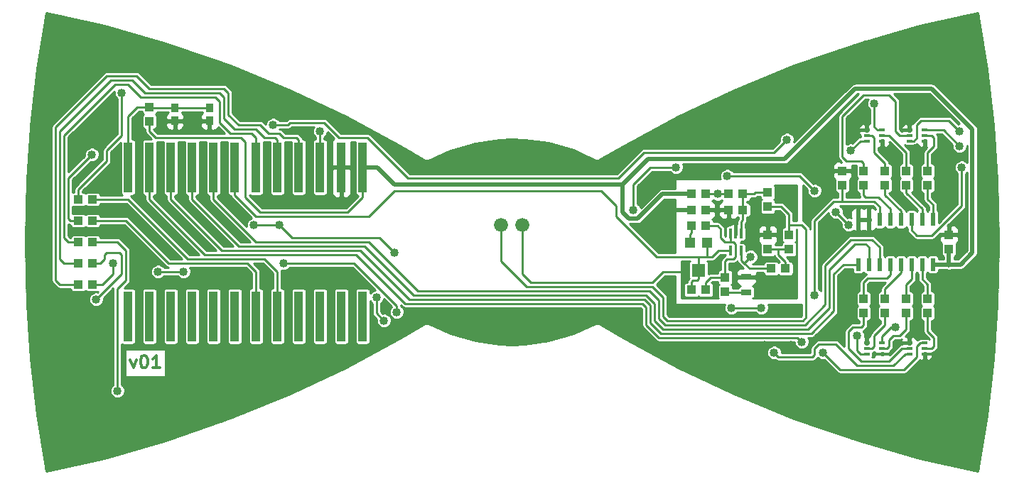
<source format=gtl>
G04 #@! TF.FileFunction,Copper,L1,Top,Signal*
%FSLAX46Y46*%
G04 Gerber Fmt 4.6, Leading zero omitted, Abs format (unit mm)*
G04 Created by KiCad (PCBNEW 4.0.6) date 09/10/17 16:34:28*
%MOMM*%
%LPD*%
G01*
G04 APERTURE LIST*
%ADD10C,0.100000*%
%ADD11C,0.300000*%
%ADD12R,0.998220X1.099820*%
%ADD13R,1.198880X0.797560*%
%ADD14R,1.099820X0.998220*%
%ADD15R,1.018540X5.999480*%
%ADD16C,1.676400*%
%ADD17R,0.657860X0.299720*%
%ADD18R,0.899160X0.998220*%
%ADD19R,0.350000X1.150000*%
%ADD20R,0.600000X1.550000*%
%ADD21R,1.200000X1.200000*%
%ADD22R,1.600000X1.500000*%
%ADD23C,1.016000*%
%ADD24C,0.254000*%
%ADD25C,0.508000*%
G04 APERTURE END LIST*
D10*
D11*
X114526287Y-134029571D02*
X114883430Y-135029571D01*
X115240572Y-134029571D01*
X116097715Y-133529571D02*
X116240572Y-133529571D01*
X116383429Y-133601000D01*
X116454858Y-133672429D01*
X116526287Y-133815286D01*
X116597715Y-134101000D01*
X116597715Y-134458143D01*
X116526287Y-134743857D01*
X116454858Y-134886714D01*
X116383429Y-134958143D01*
X116240572Y-135029571D01*
X116097715Y-135029571D01*
X115954858Y-134958143D01*
X115883429Y-134886714D01*
X115812001Y-134743857D01*
X115740572Y-134458143D01*
X115740572Y-134101000D01*
X115812001Y-133815286D01*
X115883429Y-133672429D01*
X115954858Y-133601000D01*
X116097715Y-133529571D01*
X118026286Y-135029571D02*
X117169143Y-135029571D01*
X117597715Y-135029571D02*
X117597715Y-133529571D01*
X117454858Y-133743857D01*
X117312000Y-133886714D01*
X117169143Y-133958143D01*
D12*
X190480000Y-120848360D03*
X190480000Y-119151640D03*
X190480000Y-115768360D03*
X190480000Y-114071640D03*
D13*
X187940000Y-125979160D03*
X187940000Y-124180840D03*
D14*
X181376640Y-125715000D03*
X183073360Y-125715000D03*
X183073360Y-114285000D03*
X181376640Y-114285000D03*
X183073360Y-116190000D03*
X181376640Y-116190000D03*
D15*
X142220000Y-128890000D03*
X139680000Y-128890000D03*
X114280000Y-128890000D03*
X116820000Y-128890000D03*
X119360000Y-128890000D03*
X121900000Y-128890000D03*
X124440000Y-128890000D03*
X126980000Y-128890000D03*
X129520000Y-128890000D03*
X132060000Y-128890000D03*
X134600000Y-128890000D03*
X137140000Y-128890000D03*
X142220000Y-111110000D03*
X139680000Y-111110000D03*
X114280000Y-111110000D03*
X116820000Y-111110000D03*
X119360000Y-111110000D03*
X121900000Y-111110000D03*
X124440000Y-111110000D03*
X126980000Y-111110000D03*
X129520000Y-111110000D03*
X132060000Y-111110000D03*
X134600000Y-111110000D03*
X137140000Y-111110000D03*
D16*
X161270000Y-118001020D03*
X158730000Y-118001020D03*
D17*
X204099480Y-133347700D03*
X204099480Y-132700000D03*
X204099480Y-132052300D03*
X202260520Y-132052300D03*
X202260520Y-132700000D03*
X202260520Y-133347700D03*
X207340520Y-132052300D03*
X207340520Y-132700000D03*
X207340520Y-133347700D03*
X209179480Y-133347700D03*
X209179480Y-132700000D03*
X209179480Y-132052300D03*
X207340520Y-106652300D03*
X207340520Y-107300000D03*
X207340520Y-107947700D03*
X209179480Y-107947700D03*
X209179480Y-107300000D03*
X209179480Y-106652300D03*
X202260520Y-106652300D03*
X202260520Y-107300000D03*
X202260520Y-107947700D03*
X204099480Y-107947700D03*
X204099480Y-107300000D03*
X204099480Y-106652300D03*
D14*
X190901640Y-123175000D03*
X192598360Y-123175000D03*
D12*
X193020000Y-120848360D03*
X193020000Y-119151640D03*
D14*
X185821640Y-114285000D03*
X187518360Y-114285000D03*
D12*
X185400000Y-125928360D03*
X185400000Y-124231640D03*
D14*
X187518360Y-116190000D03*
X185821640Y-116190000D03*
X183073360Y-118095000D03*
X181376640Y-118095000D03*
D12*
X116820000Y-105608360D03*
X116820000Y-103911640D03*
X199370000Y-113228360D03*
X199370000Y-111531640D03*
X204450000Y-126771640D03*
X204450000Y-128468360D03*
X206990000Y-126771640D03*
X206990000Y-128468360D03*
X209530000Y-126771640D03*
X209530000Y-128468360D03*
X201910000Y-126771640D03*
X201910000Y-128468360D03*
X209530000Y-113228360D03*
X209530000Y-111531640D03*
X201910000Y-113228360D03*
X201910000Y-111531640D03*
X206990000Y-113228360D03*
X206990000Y-111531640D03*
X204450000Y-113228360D03*
X204450000Y-111531640D03*
D14*
X110048360Y-114920000D03*
X108351640Y-114920000D03*
X110048360Y-117460000D03*
X108351640Y-117460000D03*
X108351640Y-125080000D03*
X110048360Y-125080000D03*
X108351640Y-122540000D03*
X110048360Y-122540000D03*
X108351640Y-120000000D03*
X110048360Y-120000000D03*
D18*
X123949780Y-103962440D03*
X119850220Y-103962440D03*
X119850220Y-105557560D03*
X123949780Y-105557560D03*
D19*
X187320000Y-118975000D03*
X186670000Y-118975000D03*
X186020000Y-118975000D03*
X186020000Y-121012500D03*
X187320000Y-121025000D03*
D20*
X208895000Y-122700000D03*
X207625000Y-122700000D03*
X206355000Y-122700000D03*
X205085000Y-122700000D03*
X203815000Y-122700000D03*
X202545000Y-122700000D03*
X210165000Y-122700000D03*
X201275000Y-122700000D03*
X201275000Y-117300000D03*
X202545000Y-117300000D03*
X203815000Y-117300000D03*
X205085000Y-117300000D03*
X206355000Y-117300000D03*
X207625000Y-117300000D03*
X208895000Y-117300000D03*
X210165000Y-117300000D03*
D21*
X183225000Y-120105000D03*
X181225000Y-120105000D03*
D22*
X182225000Y-123355000D03*
D12*
X212070000Y-120848360D03*
X212070000Y-119151640D03*
D23*
X211054000Y-124826000D03*
X197338000Y-121016000D03*
X212578000Y-114412000D03*
X207853600Y-108900200D03*
X206736000Y-102982000D03*
X208514000Y-114412000D03*
X211308000Y-116444000D03*
X213594000Y-117714000D03*
X210800000Y-133970000D03*
X190099000Y-132319000D03*
X216388000Y-120000000D03*
X213340000Y-145400000D03*
X205212000Y-109078000D03*
X201910000Y-104252000D03*
X207244000Y-115682000D03*
X209530000Y-104252000D03*
X178542000Y-124572000D03*
X193528000Y-127874000D03*
X178542000Y-113142000D03*
X178542000Y-116190000D03*
X208260000Y-130160000D03*
X200640000Y-124826000D03*
X193274000Y-132319000D03*
X149840000Y-128636000D03*
X170160000Y-128636000D03*
X199370000Y-129398000D03*
X202926000Y-129906000D03*
X197846000Y-113904000D03*
X196576000Y-110094000D03*
X190734000Y-107808000D03*
X189972000Y-111110000D03*
X149840000Y-111364000D03*
X170160000Y-111364000D03*
X213340000Y-94600000D03*
X109708000Y-130668000D03*
X106660000Y-145400000D03*
X103612000Y-120000000D03*
X138410000Y-125080000D03*
X125710000Y-133462000D03*
X106660000Y-94600000D03*
X135870000Y-114666000D03*
X135870000Y-107554000D03*
X115550000Y-123556000D03*
X111994000Y-116190000D03*
X111994000Y-118730000D03*
X111994000Y-113142000D03*
X124440000Y-123810000D03*
X120884000Y-132700000D03*
X107676000Y-108316000D03*
X112502000Y-105776000D03*
X110216000Y-105776000D03*
X118090000Y-114920000D03*
X120630000Y-114920000D03*
X120630000Y-117460000D03*
X115550000Y-114920000D03*
X121138000Y-106665000D03*
X129774000Y-114920000D03*
X125710000Y-114920000D03*
X123170000Y-114920000D03*
X139680000Y-115174000D03*
X186416000Y-123048000D03*
X180574000Y-123556000D03*
X184384000Y-122794000D03*
X190480000Y-117206000D03*
X193020000Y-114158000D03*
X185806400Y-117612400D03*
X188448000Y-117968000D03*
X190480000Y-125080000D03*
X188448000Y-121778000D03*
X184511000Y-114285000D03*
X196068000Y-126350000D03*
X194544000Y-131938000D03*
X137140000Y-106792000D03*
X213594000Y-111110000D03*
X113518000Y-102220000D03*
X205720000Y-130160000D03*
X179558000Y-111110000D03*
X174478000Y-116190000D03*
X109962000Y-109586000D03*
X185654000Y-112126000D03*
X196068000Y-113904000D03*
X200132000Y-117968000D03*
X198608000Y-116444000D03*
X146030000Y-121270000D03*
X132314000Y-117968000D03*
X129266000Y-117968000D03*
X120884000Y-123556000D03*
X117836000Y-123556000D03*
X112502000Y-122540000D03*
X110470000Y-126858000D03*
X113010000Y-137780000D03*
X201148000Y-131176000D03*
X191242000Y-133208000D03*
X197084000Y-133208000D03*
X186162000Y-127874000D03*
X189718000Y-127874000D03*
X143871000Y-126604000D03*
X213340000Y-106792000D03*
X144760000Y-129398000D03*
X146284000Y-128382000D03*
X213340000Y-108570000D03*
X132822000Y-122540000D03*
X192766000Y-107808000D03*
X200386000Y-109078000D03*
X131552000Y-106030000D03*
X203180000Y-103490000D03*
D24*
X201275000Y-117300000D02*
X201275000Y-118603000D01*
X199370000Y-118984000D02*
X197338000Y-121016000D01*
X200894000Y-118984000D02*
X199370000Y-118984000D01*
X201275000Y-118603000D02*
X200894000Y-118984000D01*
X211308000Y-115682000D02*
X212578000Y-114412000D01*
X207853600Y-108900200D02*
X207853600Y-108925600D01*
X207340520Y-103586520D02*
X206736000Y-102982000D01*
X208260000Y-114158000D02*
X208514000Y-114412000D01*
X208260000Y-109332000D02*
X208260000Y-114158000D01*
X207853600Y-108925600D02*
X208260000Y-109332000D01*
X211308000Y-116444000D02*
X211308000Y-115682000D01*
X209179480Y-133347700D02*
X210177700Y-133347700D01*
X210177700Y-133347700D02*
X210800000Y-133970000D01*
X190099000Y-132319000D02*
X190099000Y-134097000D01*
X203688000Y-135748000D02*
X213340000Y-145400000D01*
X191750000Y-135748000D02*
X203688000Y-135748000D01*
X190099000Y-134097000D02*
X191750000Y-135748000D01*
X205212000Y-109078000D02*
X205720000Y-109586000D01*
X202260520Y-106652300D02*
X202260520Y-104602520D01*
X202260520Y-104602520D02*
X201910000Y-104252000D01*
X205720000Y-114158000D02*
X207244000Y-115682000D01*
X205720000Y-109586000D02*
X205720000Y-114158000D01*
X207340520Y-103586520D02*
X208864520Y-103586520D01*
X208864520Y-103586520D02*
X209530000Y-104252000D01*
X207340520Y-106652300D02*
X207340520Y-103586520D01*
X178542000Y-124572000D02*
X178542000Y-128382000D01*
X192512000Y-128890000D02*
X193528000Y-127874000D01*
X179050000Y-128890000D02*
X192512000Y-128890000D01*
X178542000Y-128382000D02*
X179050000Y-128890000D01*
D25*
X181376640Y-116190000D02*
X178542000Y-116190000D01*
D24*
X207340520Y-132052300D02*
X207340520Y-131079480D01*
X207340520Y-131079480D02*
X208260000Y-130160000D01*
X199370000Y-129398000D02*
X199370000Y-125080000D01*
X193274000Y-132319000D02*
X193401000Y-132319000D01*
X190099000Y-132319000D02*
X177526000Y-132319000D01*
X177145000Y-131938000D02*
X177399000Y-132192000D01*
X173843000Y-128636000D02*
X177145000Y-131938000D01*
X145268000Y-130668000D02*
X147300000Y-128636000D01*
X147300000Y-128636000D02*
X149840000Y-128636000D01*
X144760000Y-130668000D02*
X143744000Y-131684000D01*
X140950000Y-133462000D02*
X141966000Y-132446000D01*
X141966000Y-132446000D02*
X142982000Y-132446000D01*
X142982000Y-132446000D02*
X143744000Y-131684000D01*
X138410000Y-133462000D02*
X140950000Y-133462000D01*
X144760000Y-130668000D02*
X145268000Y-130668000D01*
X170160000Y-128636000D02*
X173716000Y-128636000D01*
X173716000Y-128636000D02*
X173843000Y-128636000D01*
X177526000Y-132319000D02*
X177399000Y-132192000D01*
X193274000Y-132319000D02*
X190099000Y-132319000D01*
X197846000Y-130922000D02*
X199370000Y-129398000D01*
X196830000Y-130922000D02*
X197846000Y-130922000D01*
X194798000Y-132954000D02*
X196830000Y-130922000D01*
X194036000Y-132954000D02*
X194798000Y-132954000D01*
X193401000Y-132319000D02*
X194036000Y-132954000D01*
X199370000Y-125080000D02*
X199624000Y-124826000D01*
X200640000Y-124826000D02*
X199624000Y-124826000D01*
X196576000Y-110094000D02*
X196576000Y-112634000D01*
X196576000Y-112634000D02*
X197846000Y-113904000D01*
X196576000Y-110094000D02*
X195560000Y-111110000D01*
X195560000Y-111110000D02*
X189972000Y-111110000D01*
X187178000Y-108824000D02*
X189718000Y-108824000D01*
X172700000Y-111364000D02*
X175240000Y-108824000D01*
X175240000Y-108824000D02*
X187178000Y-108824000D01*
X170160000Y-111364000D02*
X149840000Y-111364000D01*
X170160000Y-111364000D02*
X172700000Y-111364000D01*
X192004000Y-106538000D02*
X190734000Y-107808000D01*
X202418000Y-100950000D02*
X206990000Y-100950000D01*
X200386000Y-100950000D02*
X194798000Y-106538000D01*
X192512000Y-106538000D02*
X194798000Y-106538000D01*
X202418000Y-100950000D02*
X200386000Y-100950000D01*
X206990000Y-100950000D02*
X213340000Y-94600000D01*
X192512000Y-106538000D02*
X192004000Y-106538000D01*
X189718000Y-108824000D02*
X190734000Y-107808000D01*
X104120000Y-125080000D02*
X103612000Y-124572000D01*
X109708000Y-130668000D02*
X106660000Y-133716000D01*
X104628000Y-125588000D02*
X109708000Y-130668000D01*
X106660000Y-133716000D02*
X106660000Y-145400000D01*
X104628000Y-125588000D02*
X104120000Y-125080000D01*
X103612000Y-124572000D02*
X103612000Y-120000000D01*
X138410000Y-133462000D02*
X138410000Y-132192000D01*
X138410000Y-132192000D02*
X138410000Y-125080000D01*
X137140000Y-133462000D02*
X138410000Y-133462000D01*
X125710000Y-133462000D02*
X137140000Y-133462000D01*
X135870000Y-114666000D02*
X135870000Y-107554000D01*
X125710000Y-133462000D02*
X121646000Y-133462000D01*
X125710000Y-125080000D02*
X125710000Y-133462000D01*
X115550000Y-123556000D02*
X116820000Y-124826000D01*
X113264000Y-118730000D02*
X115550000Y-121016000D01*
X115550000Y-121016000D02*
X115550000Y-123556000D01*
X111994000Y-118730000D02*
X113264000Y-118730000D01*
X123424000Y-124826000D02*
X124440000Y-123810000D01*
X116820000Y-124826000D02*
X123424000Y-124826000D01*
X124440000Y-123810000D02*
X125710000Y-125080000D01*
X121646000Y-133462000D02*
X120884000Y-132700000D01*
X110216000Y-105776000D02*
X112502000Y-105776000D01*
X110216000Y-105776000D02*
X107676000Y-108316000D01*
X118090000Y-114920000D02*
X120630000Y-117460000D01*
X136124000Y-114666000D02*
X135870000Y-114666000D01*
X135870000Y-114666000D02*
X131298000Y-114666000D01*
X138664000Y-111110000D02*
X139680000Y-111110000D01*
X137902000Y-114666000D02*
X136124000Y-114666000D01*
X138410000Y-114158000D02*
X137902000Y-114666000D01*
X138410000Y-111364000D02*
X138410000Y-114158000D01*
X138664000Y-111110000D02*
X138410000Y-111364000D01*
X131044000Y-114920000D02*
X129774000Y-114920000D01*
X131298000Y-114666000D02*
X131044000Y-114920000D01*
X139680000Y-111110000D02*
X139680000Y-115174000D01*
X119799420Y-105181640D02*
X119850220Y-105232440D01*
X192598360Y-123175000D02*
X192598360Y-122372360D01*
X191750000Y-121524000D02*
X191750000Y-120848360D01*
X192598360Y-122372360D02*
X191750000Y-121524000D01*
X190480000Y-120848360D02*
X191750000Y-120848360D01*
X191750000Y-120848360D02*
X193020000Y-120848360D01*
X187940000Y-124180840D02*
X186786840Y-124180840D01*
X186416000Y-123810000D02*
X186416000Y-123048000D01*
X186786840Y-124180840D02*
X186416000Y-123810000D01*
X178034000Y-123556000D02*
X176764000Y-124826000D01*
X176764000Y-124826000D02*
X162286000Y-124826000D01*
X161270000Y-123810000D02*
X162286000Y-124826000D01*
X161270000Y-118001020D02*
X161270000Y-123810000D01*
X180574000Y-123556000D02*
X178034000Y-123556000D01*
X190480000Y-119151640D02*
X190480000Y-117206000D01*
X185821640Y-116190000D02*
X185821640Y-117597160D01*
X185821640Y-117597160D02*
X185806400Y-117612400D01*
X190480000Y-119151640D02*
X188869640Y-119151640D01*
X188448000Y-118730000D02*
X188448000Y-117968000D01*
X188869640Y-119151640D02*
X188448000Y-118730000D01*
X187940000Y-124180840D02*
X189580840Y-124180840D01*
X189580840Y-124180840D02*
X190480000Y-125080000D01*
X190480000Y-115768360D02*
X192090360Y-115768360D01*
X193020000Y-116698000D02*
X193020000Y-117968000D01*
X192090360Y-115768360D02*
X193020000Y-116698000D01*
X161778000Y-125334000D02*
X176764000Y-125334000D01*
X194671000Y-129398000D02*
X195052000Y-129017000D01*
X195052000Y-129017000D02*
X195052000Y-128128000D01*
X158730000Y-122286000D02*
X161778000Y-125334000D01*
X158730000Y-118001020D02*
X158730000Y-122286000D01*
X194544000Y-117968000D02*
X193020000Y-117968000D01*
X195052000Y-118476000D02*
X194544000Y-117968000D01*
X195052000Y-128128000D02*
X195052000Y-118476000D01*
X179050000Y-129398000D02*
X193782000Y-129398000D01*
X193782000Y-129398000D02*
X194671000Y-129398000D01*
X178542000Y-129398000D02*
X179050000Y-129398000D01*
X178034000Y-128890000D02*
X178542000Y-129398000D01*
X178034000Y-126604000D02*
X178034000Y-128890000D01*
X176764000Y-125334000D02*
X178034000Y-126604000D01*
X193020000Y-119151640D02*
X193020000Y-117968000D01*
X187518360Y-114285000D02*
X187518360Y-116190000D01*
X187518360Y-116190000D02*
X187518360Y-117373640D01*
X187518360Y-117373640D02*
X187432000Y-117460000D01*
X187320000Y-117572000D02*
X187320000Y-118975000D01*
X187320000Y-117572000D02*
X187432000Y-117460000D01*
X187518360Y-114285000D02*
X188829000Y-114285000D01*
X188829000Y-114285000D02*
X189042360Y-114071640D01*
X190480000Y-114071640D02*
X189042360Y-114071640D01*
X189042360Y-114071640D02*
X188956000Y-114158000D01*
X187686000Y-122540000D02*
X188448000Y-121778000D01*
X185821640Y-114285000D02*
X184511000Y-114285000D01*
X184511000Y-114285000D02*
X183073360Y-114285000D01*
X190901640Y-123175000D02*
X188321000Y-123175000D01*
X188321000Y-123175000D02*
X187686000Y-122540000D01*
X187432000Y-122286000D02*
X187686000Y-122540000D01*
X187320000Y-121025000D02*
X187320000Y-122174000D01*
X187320000Y-122174000D02*
X187432000Y-122286000D01*
X187320000Y-122174000D02*
X187432000Y-122286000D01*
X129012000Y-115428000D02*
X130028000Y-116444000D01*
X128250000Y-114666000D02*
X129012000Y-115428000D01*
X141458000Y-115428000D02*
X142220000Y-114666000D01*
X142220000Y-111110000D02*
X142220000Y-114666000D01*
X128250000Y-108062000D02*
X127996000Y-107808000D01*
X116820000Y-106792000D02*
X116820000Y-105608360D01*
X117582000Y-107554000D02*
X116820000Y-106792000D01*
X127742000Y-107554000D02*
X117582000Y-107554000D01*
X127996000Y-107808000D02*
X127742000Y-107554000D01*
X128250000Y-108062000D02*
X128250000Y-114666000D01*
X140442000Y-116444000D02*
X141458000Y-115428000D01*
X130028000Y-116444000D02*
X140442000Y-116444000D01*
D25*
X181376640Y-114285000D02*
X177907000Y-114285000D01*
X173208000Y-116444000D02*
X173208000Y-113142000D01*
X173970000Y-117206000D02*
X173208000Y-116444000D01*
X174986000Y-117206000D02*
X173970000Y-117206000D01*
X177907000Y-114285000D02*
X174986000Y-117206000D01*
X175494000Y-110856000D02*
X176256000Y-110094000D01*
X194290000Y-108316000D02*
X198862000Y-103744000D01*
X214864000Y-106538000D02*
X212070000Y-103744000D01*
X213434000Y-122700000D02*
X214864000Y-121270000D01*
X214864000Y-121270000D02*
X214864000Y-106538000D01*
X213434000Y-122700000D02*
X212070000Y-122700000D01*
X198862000Y-103744000D02*
X200640000Y-101966000D01*
X200640000Y-101966000D02*
X200894000Y-101712000D01*
X200894000Y-101712000D02*
X210038000Y-101712000D01*
X210038000Y-101712000D02*
X212070000Y-103744000D01*
X192512000Y-110094000D02*
X194290000Y-108316000D01*
X176256000Y-110094000D02*
X192512000Y-110094000D01*
X149332000Y-113142000D02*
X146030000Y-113142000D01*
X173208000Y-113142000D02*
X170668000Y-113142000D01*
X170668000Y-113142000D02*
X151872000Y-113142000D01*
X151872000Y-113142000D02*
X149332000Y-113142000D01*
X175494000Y-110856000D02*
X173208000Y-113142000D01*
X143998000Y-111110000D02*
X142220000Y-111110000D01*
X146030000Y-113142000D02*
X143998000Y-111110000D01*
X212070000Y-120848360D02*
X212070000Y-122700000D01*
X212070000Y-122700000D02*
X212070000Y-122794000D01*
X212070000Y-122794000D02*
X212070000Y-122700000D01*
X210165000Y-122700000D02*
X212070000Y-122700000D01*
D24*
X128504000Y-115936000D02*
X129520000Y-116952000D01*
X172700000Y-117206000D02*
X172446000Y-116952000D01*
X172446000Y-116952000D02*
X172446000Y-115682000D01*
X172446000Y-115682000D02*
X170668000Y-113904000D01*
X172954000Y-117460000D02*
X176256000Y-120762000D01*
X177272000Y-121778000D02*
X176256000Y-120762000D01*
X182098000Y-121778000D02*
X177272000Y-121778000D01*
X143998000Y-115936000D02*
X146030000Y-113904000D01*
X146030000Y-113904000D02*
X149332000Y-113904000D01*
X126980000Y-114412000D02*
X126980000Y-111110000D01*
X126980000Y-114412000D02*
X128504000Y-115936000D01*
X149332000Y-113904000D02*
X170668000Y-113904000D01*
X172954000Y-117460000D02*
X172700000Y-117206000D01*
X142982000Y-116952000D02*
X143998000Y-115936000D01*
X129520000Y-116952000D02*
X142982000Y-116952000D01*
X182225000Y-123355000D02*
X182225000Y-124445000D01*
X181376640Y-124785360D02*
X181590000Y-124572000D01*
X181590000Y-124572000D02*
X181844000Y-124572000D01*
X181376640Y-124785360D02*
X181376640Y-125715000D01*
X182098000Y-124572000D02*
X181844000Y-124572000D01*
X182225000Y-124445000D02*
X182098000Y-124572000D01*
X183225000Y-120105000D02*
X183225000Y-121778000D01*
X183225000Y-121778000D02*
X183114000Y-121778000D01*
X182225000Y-123355000D02*
X182225000Y-121778000D01*
X182225000Y-121778000D02*
X182098000Y-121778000D01*
X184638000Y-121016000D02*
X183876000Y-121778000D01*
X184638000Y-121016000D02*
X184638000Y-121012500D01*
X183876000Y-121778000D02*
X183114000Y-121778000D01*
X183114000Y-121778000D02*
X182098000Y-121778000D01*
X184634500Y-121012500D02*
X184638000Y-121012500D01*
X184638000Y-121012500D02*
X186020000Y-121012500D01*
X110048360Y-117460000D02*
X114026000Y-117460000D01*
X129520000Y-123556000D02*
X129520000Y-128890000D01*
X128504000Y-122540000D02*
X129520000Y-123556000D01*
X119106000Y-122540000D02*
X128504000Y-122540000D01*
X114026000Y-117460000D02*
X119106000Y-122540000D01*
X129520000Y-122032000D02*
X130536000Y-122032000D01*
X114280000Y-114920000D02*
X121392000Y-122032000D01*
X121392000Y-122032000D02*
X129520000Y-122032000D01*
X110048360Y-114920000D02*
X114280000Y-114920000D01*
X132060000Y-123556000D02*
X132060000Y-128890000D01*
X130536000Y-122032000D02*
X132060000Y-123556000D01*
X119850220Y-103962440D02*
X116870800Y-103962440D01*
X116870800Y-103962440D02*
X116820000Y-103911640D01*
X123949780Y-103962440D02*
X119850220Y-103962440D01*
X116820000Y-103911640D02*
X115382360Y-103911640D01*
X114280000Y-105014000D02*
X114280000Y-106538000D01*
X115382360Y-103911640D02*
X114280000Y-105014000D01*
X114280000Y-106284000D02*
X114280000Y-106538000D01*
X114280000Y-106538000D02*
X114280000Y-111110000D01*
X179812000Y-131430000D02*
X177526000Y-131430000D01*
X175544798Y-127366000D02*
X176002000Y-127823202D01*
X176002000Y-127823202D02*
X176002000Y-129906000D01*
X172954000Y-127366000D02*
X147300000Y-127366000D01*
X116820000Y-111110000D02*
X116820000Y-114920000D01*
X123424000Y-121524000D02*
X116820000Y-114920000D01*
X147300000Y-127366000D02*
X141458000Y-121524000D01*
X141458000Y-121524000D02*
X123424000Y-121524000D01*
X172954000Y-127366000D02*
X175544798Y-127366000D01*
X194036000Y-131430000D02*
X179812000Y-131430000D01*
X198354000Y-115174000D02*
X199370000Y-115174000D01*
X196068000Y-117460000D02*
X196068000Y-126350000D01*
X198354000Y-115174000D02*
X196068000Y-117460000D01*
X194544000Y-131938000D02*
X194036000Y-131430000D01*
X177526000Y-131430000D02*
X176002000Y-129906000D01*
X199370000Y-113228360D02*
X199370000Y-115174000D01*
X203815000Y-115809000D02*
X203180000Y-115174000D01*
X203180000Y-115174000D02*
X199370000Y-115174000D01*
X203815000Y-115809000D02*
X203815000Y-117300000D01*
X201275000Y-122700000D02*
X199464000Y-122700000D01*
X175798798Y-126858000D02*
X176510000Y-127569202D01*
X176510000Y-127569202D02*
X176510000Y-129652000D01*
X176510000Y-129652000D02*
X177780000Y-130922000D01*
X177780000Y-130922000D02*
X195306000Y-130922000D01*
X195306000Y-130922000D02*
X195687000Y-130922000D01*
X171430000Y-126858000D02*
X173462000Y-126858000D01*
X128758000Y-121016000D02*
X141966000Y-121016000D01*
X119360000Y-114920000D02*
X125456000Y-121016000D01*
X125456000Y-121016000D02*
X128758000Y-121016000D01*
X119360000Y-114920000D02*
X119360000Y-111110000D01*
X147808000Y-126858000D02*
X149078000Y-126858000D01*
X141966000Y-121016000D02*
X147808000Y-126858000D01*
X149078000Y-126858000D02*
X171430000Y-126858000D01*
X173462000Y-126858000D02*
X175798798Y-126858000D01*
X198354000Y-128255000D02*
X195687000Y-130922000D01*
X198354000Y-123810000D02*
X198354000Y-128255000D01*
X199464000Y-122700000D02*
X198354000Y-123810000D01*
X178034000Y-130414000D02*
X177018000Y-129398000D01*
X195306000Y-130414000D02*
X197846000Y-127874000D01*
X197846000Y-127874000D02*
X197846000Y-127366000D01*
X178034000Y-130414000D02*
X194798000Y-130414000D01*
X202545000Y-120635000D02*
X202164000Y-120254000D01*
X202164000Y-120254000D02*
X201656000Y-120254000D01*
X200894000Y-120254000D02*
X201656000Y-120254000D01*
X197846000Y-123302000D02*
X200894000Y-120254000D01*
X197846000Y-127366000D02*
X197846000Y-123302000D01*
X202545000Y-122700000D02*
X202545000Y-120635000D01*
X130790000Y-120508000D02*
X142474000Y-120508000D01*
X121900000Y-114920000D02*
X127488000Y-120508000D01*
X127488000Y-120508000D02*
X130790000Y-120508000D01*
X121900000Y-114920000D02*
X121900000Y-111110000D01*
X142474000Y-120508000D02*
X148316000Y-126350000D01*
X148316000Y-126350000D02*
X171938000Y-126350000D01*
X171938000Y-126350000D02*
X173970000Y-126350000D01*
X194798000Y-130414000D02*
X195306000Y-130414000D01*
X176002000Y-126350000D02*
X173970000Y-126350000D01*
X177018000Y-127366000D02*
X176002000Y-126350000D01*
X177018000Y-129398000D02*
X177018000Y-127366000D01*
X178542000Y-129906000D02*
X178288000Y-129906000D01*
X194925000Y-129906000D02*
X197338000Y-127493000D01*
X197338000Y-127493000D02*
X197338000Y-126858000D01*
X178542000Y-129906000D02*
X194290000Y-129906000D01*
X203815000Y-120635000D02*
X202926000Y-119746000D01*
X200386000Y-119746000D02*
X202926000Y-119746000D01*
X197338000Y-122794000D02*
X200386000Y-119746000D01*
X197338000Y-126858000D02*
X197338000Y-122794000D01*
X203815000Y-122700000D02*
X203815000Y-120635000D01*
X194290000Y-129906000D02*
X194925000Y-129906000D01*
X176383000Y-125842000D02*
X177526000Y-126985000D01*
X177526000Y-126985000D02*
X177526000Y-128128000D01*
X172446000Y-125842000D02*
X174478000Y-125842000D01*
X124440000Y-114920000D02*
X124440000Y-111110000D01*
X148824000Y-125842000D02*
X172446000Y-125842000D01*
X142982000Y-120000000D02*
X148824000Y-125842000D01*
X129520000Y-120000000D02*
X142982000Y-120000000D01*
X124440000Y-114920000D02*
X129520000Y-120000000D01*
X174478000Y-125842000D02*
X176383000Y-125842000D01*
X177526000Y-129144000D02*
X177526000Y-128128000D01*
X178288000Y-129906000D02*
X177526000Y-129144000D01*
X129266000Y-107300000D02*
X129012000Y-107046000D01*
X106660000Y-115936000D02*
X106660000Y-107300000D01*
X107168000Y-120000000D02*
X106660000Y-119492000D01*
X106660000Y-119492000D02*
X106660000Y-115936000D01*
X108351640Y-120000000D02*
X107168000Y-120000000D01*
X112756000Y-101204000D02*
X114280000Y-101204000D01*
X106660000Y-107300000D02*
X112756000Y-101204000D01*
X129520000Y-107554000D02*
X129520000Y-111110000D01*
X129266000Y-107300000D02*
X129520000Y-107554000D01*
X115804000Y-102728000D02*
X114280000Y-101204000D01*
X124694000Y-102728000D02*
X115804000Y-102728000D01*
X125202000Y-103236000D02*
X124694000Y-102728000D01*
X125202000Y-105776000D02*
X125202000Y-103236000D01*
X126472000Y-107046000D02*
X125202000Y-105776000D01*
X129012000Y-107046000D02*
X126472000Y-107046000D01*
X112248000Y-100696000D02*
X106152000Y-106792000D01*
X129520000Y-106538000D02*
X126980000Y-106538000D01*
X126980000Y-106538000D02*
X125710000Y-105268000D01*
X125710000Y-105268000D02*
X125710000Y-102728000D01*
X125710000Y-102728000D02*
X125202000Y-102220000D01*
X125202000Y-102220000D02*
X116261202Y-102220000D01*
X116261202Y-102220000D02*
X114737202Y-100696000D01*
X132060000Y-111110000D02*
X132060000Y-107808000D01*
X131806000Y-107554000D02*
X132060000Y-107808000D01*
X130536000Y-107554000D02*
X131806000Y-107554000D01*
X129774000Y-106792000D02*
X130536000Y-107554000D01*
X106660000Y-122540000D02*
X106202798Y-122082798D01*
X106660000Y-122540000D02*
X108351640Y-122540000D01*
X112248000Y-100696000D02*
X114737202Y-100696000D01*
X129774000Y-106792000D02*
X129520000Y-106538000D01*
X106152000Y-122032000D02*
X106202798Y-122082798D01*
X106152000Y-106792000D02*
X106152000Y-122032000D01*
X130282000Y-106284000D02*
X130028000Y-106030000D01*
X130282000Y-106284000D02*
X131044000Y-107046000D01*
X131044000Y-107046000D02*
X132314000Y-107046000D01*
X132314000Y-107046000D02*
X132822000Y-107554000D01*
X132822000Y-107554000D02*
X134346000Y-107554000D01*
X134346000Y-107554000D02*
X134600000Y-107808000D01*
X134600000Y-111110000D02*
X134600000Y-107808000D01*
X114788000Y-100188000D02*
X115296000Y-100188000D01*
X105644000Y-106284000D02*
X111740000Y-100188000D01*
X111740000Y-100188000D02*
X114788000Y-100188000D01*
X106152000Y-125080000D02*
X108351640Y-125080000D01*
X105644000Y-124572000D02*
X105644000Y-121016000D01*
X106152000Y-125080000D02*
X105644000Y-124572000D01*
X105644000Y-121016000D02*
X105644000Y-106284000D01*
X116820000Y-101712000D02*
X115296000Y-100188000D01*
X125710000Y-101712000D02*
X116820000Y-101712000D01*
X126218000Y-102220000D02*
X125710000Y-101712000D01*
X126218000Y-104810798D02*
X126218000Y-102220000D01*
X127437202Y-106030000D02*
X126218000Y-104810798D01*
X130028000Y-106030000D02*
X127437202Y-106030000D01*
X207625000Y-117300000D02*
X207625000Y-118603000D01*
X210038000Y-119238000D02*
X213594000Y-115682000D01*
X208260000Y-119238000D02*
X210038000Y-119238000D01*
X207625000Y-118603000D02*
X208260000Y-119238000D01*
X137140000Y-106792000D02*
X137140000Y-111110000D01*
X213594000Y-111110000D02*
X213594000Y-115682000D01*
X204099480Y-132700000D02*
X204704000Y-132700000D01*
X206990000Y-129652000D02*
X206990000Y-128468360D01*
X206990000Y-130414000D02*
X206990000Y-129652000D01*
X206228000Y-131176000D02*
X206990000Y-130414000D01*
X205466000Y-131176000D02*
X206228000Y-131176000D01*
X204958000Y-131684000D02*
X205466000Y-131176000D01*
X204958000Y-132446000D02*
X204958000Y-131684000D01*
X204704000Y-132700000D02*
X204958000Y-132446000D01*
X202260520Y-132700000D02*
X202926000Y-132700000D01*
X204450000Y-129906000D02*
X204450000Y-128468360D01*
X203180000Y-131176000D02*
X204450000Y-129906000D01*
X203180000Y-132446000D02*
X203180000Y-131176000D01*
X202926000Y-132700000D02*
X203180000Y-132446000D01*
X206355000Y-122700000D02*
X206355000Y-123683000D01*
X204450000Y-125588000D02*
X204450000Y-126771640D01*
X206355000Y-123683000D02*
X204450000Y-125588000D01*
X207625000Y-122700000D02*
X207625000Y-124445000D01*
X206990000Y-125080000D02*
X206990000Y-126771640D01*
X207625000Y-124445000D02*
X206990000Y-125080000D01*
X208895000Y-122700000D02*
X208895000Y-124445000D01*
X209530000Y-125080000D02*
X209530000Y-126771640D01*
X208895000Y-124445000D02*
X209530000Y-125080000D01*
X205085000Y-122700000D02*
X205085000Y-123937000D01*
X201910000Y-124826000D02*
X201910000Y-126771640D01*
X202418000Y-124318000D02*
X201910000Y-124826000D01*
X204704000Y-124318000D02*
X202418000Y-124318000D01*
X205085000Y-123937000D02*
X204704000Y-124318000D01*
X210165000Y-117300000D02*
X210165000Y-115555000D01*
X209530000Y-114920000D02*
X209530000Y-113228360D01*
X210165000Y-115555000D02*
X209530000Y-114920000D01*
X205085000Y-117300000D02*
X205085000Y-116063000D01*
X201910000Y-114412000D02*
X201910000Y-113228360D01*
X202164000Y-114666000D02*
X201910000Y-114412000D01*
X203688000Y-114666000D02*
X202164000Y-114666000D01*
X205085000Y-116063000D02*
X203688000Y-114666000D01*
X208895000Y-117300000D02*
X208895000Y-116063000D01*
X206990000Y-114158000D02*
X206990000Y-113228360D01*
X208895000Y-116063000D02*
X206990000Y-114158000D01*
X204704000Y-134224000D02*
X204958000Y-134224000D01*
X200640000Y-130160000D02*
X200132000Y-130668000D01*
X200132000Y-130668000D02*
X200132000Y-132700000D01*
X200132000Y-132700000D02*
X201656000Y-134224000D01*
X201910000Y-128468360D02*
X201910000Y-129906000D01*
X201656000Y-130160000D02*
X201148000Y-130160000D01*
X201910000Y-129906000D02*
X201656000Y-130160000D01*
X201656000Y-134224000D02*
X204704000Y-134224000D01*
X201148000Y-130160000D02*
X200640000Y-130160000D01*
X206482000Y-132700000D02*
X207340520Y-132700000D01*
X204958000Y-134224000D02*
X206482000Y-132700000D01*
X209530000Y-130160000D02*
X209530000Y-130668000D01*
X209530000Y-128468360D02*
X209530000Y-130160000D01*
X210038000Y-132700000D02*
X209179480Y-132700000D01*
X210292000Y-132446000D02*
X210038000Y-132700000D01*
X210292000Y-131430000D02*
X210292000Y-132446000D01*
X209530000Y-130668000D02*
X210292000Y-131430000D01*
X187940000Y-125979160D02*
X185450800Y-125979160D01*
X185450800Y-125979160D02*
X185400000Y-125928360D01*
X113518000Y-105268000D02*
X113518000Y-107300000D01*
X108351640Y-113736360D02*
X111740000Y-110348000D01*
X113518000Y-102220000D02*
X113518000Y-105268000D01*
X108351640Y-113736360D02*
X108351640Y-114920000D01*
X111740000Y-109078000D02*
X111740000Y-110348000D01*
X113518000Y-107300000D02*
X111740000Y-109078000D01*
X204099480Y-131526520D02*
X204099480Y-131272520D01*
X204099480Y-132052300D02*
X204099480Y-131526520D01*
X205212000Y-130160000D02*
X204196000Y-131176000D01*
X205720000Y-130160000D02*
X205212000Y-130160000D01*
X204099480Y-131272520D02*
X204196000Y-131176000D01*
X174478000Y-116190000D02*
X174478000Y-113142000D01*
X176510000Y-111110000D02*
X179558000Y-111110000D01*
X174478000Y-113142000D02*
X176510000Y-111110000D01*
X107168000Y-113142000D02*
X107168000Y-112380000D01*
X107422000Y-117460000D02*
X107168000Y-117206000D01*
X107168000Y-117206000D02*
X107168000Y-113142000D01*
X107422000Y-117460000D02*
X108351640Y-117460000D01*
X107168000Y-112380000D02*
X109962000Y-109586000D01*
X194290000Y-112126000D02*
X185654000Y-112126000D01*
X196068000Y-113904000D02*
X194290000Y-112126000D01*
X198608000Y-116444000D02*
X200132000Y-117968000D01*
X132314000Y-117968000D02*
X133838000Y-119492000D01*
X144252000Y-119492000D02*
X133838000Y-119492000D01*
X146030000Y-121270000D02*
X144252000Y-119492000D01*
X129266000Y-117968000D02*
X132314000Y-117968000D01*
X117836000Y-123556000D02*
X120884000Y-123556000D01*
X111232000Y-125080000D02*
X112502000Y-123810000D01*
X112502000Y-123810000D02*
X112502000Y-122540000D01*
X111232000Y-125080000D02*
X110048360Y-125080000D01*
X113518000Y-122032000D02*
X113518000Y-123810000D01*
X110978000Y-122540000D02*
X111486000Y-122032000D01*
X111486000Y-122032000D02*
X111486000Y-121524000D01*
X111486000Y-121524000D02*
X111740000Y-121270000D01*
X111740000Y-121270000D02*
X113264000Y-121270000D01*
X113264000Y-121270000D02*
X113518000Y-121524000D01*
X113518000Y-121524000D02*
X113518000Y-122032000D01*
X110048360Y-122540000D02*
X110978000Y-122540000D01*
X113518000Y-123810000D02*
X110470000Y-126858000D01*
X110048360Y-120000000D02*
X113010000Y-120000000D01*
X113010000Y-125588000D02*
X113010000Y-137780000D01*
X114026000Y-124572000D02*
X113010000Y-125588000D01*
X114026000Y-121016000D02*
X114026000Y-124572000D01*
X113010000Y-120000000D02*
X114026000Y-121016000D01*
X201541700Y-133347700D02*
X201148000Y-132954000D01*
X201148000Y-132954000D02*
X201148000Y-131176000D01*
X201541700Y-133347700D02*
X202260520Y-133347700D01*
X196576000Y-132192000D02*
X196068000Y-132700000D01*
X201910000Y-134732000D02*
X205466000Y-134732000D01*
X201910000Y-134732000D02*
X201148000Y-134732000D01*
X198608000Y-132192000D02*
X201148000Y-134732000D01*
X196576000Y-132192000D02*
X197592000Y-132192000D01*
X197592000Y-132192000D02*
X198608000Y-132192000D01*
X206850300Y-133347700D02*
X205466000Y-134732000D01*
X206850300Y-133347700D02*
X207340520Y-133347700D01*
X191750000Y-133716000D02*
X191242000Y-133208000D01*
X195814000Y-133716000D02*
X191750000Y-133716000D01*
X196068000Y-133462000D02*
X195814000Y-133716000D01*
X196068000Y-132700000D02*
X196068000Y-133462000D01*
X207244000Y-134732000D02*
X206736000Y-135240000D01*
X186162000Y-127874000D02*
X189718000Y-127874000D01*
X208260000Y-133716000D02*
X207244000Y-134732000D01*
X208653700Y-132052300D02*
X209179480Y-132052300D01*
X208260000Y-132446000D02*
X208260000Y-132700000D01*
X208653700Y-132052300D02*
X208260000Y-132446000D01*
X208260000Y-132700000D02*
X208260000Y-133716000D01*
X199116000Y-135240000D02*
X197084000Y-133208000D01*
X206736000Y-135240000D02*
X199116000Y-135240000D01*
X207866300Y-107947700D02*
X207340520Y-107947700D01*
X212070000Y-105522000D02*
X213340000Y-106792000D01*
X208768000Y-105522000D02*
X212070000Y-105522000D01*
X208260000Y-106030000D02*
X208768000Y-105522000D01*
X208260000Y-107554000D02*
X208260000Y-106030000D01*
X207866300Y-107947700D02*
X208260000Y-107554000D01*
X143871000Y-128509000D02*
X143871000Y-126604000D01*
X144760000Y-129398000D02*
X143871000Y-128509000D01*
X132822000Y-122540000D02*
X141204000Y-122540000D01*
X146284000Y-128382000D02*
X146284000Y-127620000D01*
X209179480Y-106652300D02*
X211422300Y-106652300D01*
X211422300Y-106652300D02*
X213340000Y-108570000D01*
X146284000Y-127620000D02*
X143744000Y-125080000D01*
X143744000Y-125080000D02*
X143490000Y-124826000D01*
X141204000Y-122540000D02*
X143490000Y-124826000D01*
X142778800Y-107554000D02*
X143185200Y-107960400D01*
X139426000Y-107554000D02*
X142778800Y-107554000D01*
X139172000Y-107300000D02*
X139426000Y-107554000D01*
X202260520Y-107947700D02*
X201516300Y-107947700D01*
X175748000Y-109332000D02*
X191242000Y-109332000D01*
X147808000Y-112380000D02*
X172700000Y-112380000D01*
X172700000Y-112380000D02*
X174986000Y-110094000D01*
X174986000Y-110094000D02*
X175748000Y-109332000D01*
X192766000Y-107808000D02*
X191242000Y-109332000D01*
X201516300Y-107947700D02*
X200386000Y-109078000D01*
X133330000Y-106030000D02*
X131552000Y-106030000D01*
X137648000Y-105776000D02*
X139172000Y-107300000D01*
X137140000Y-105776000D02*
X137648000Y-105776000D01*
X133584000Y-105776000D02*
X137140000Y-105776000D01*
X133584000Y-105776000D02*
X133330000Y-106030000D01*
X147604800Y-112380000D02*
X143185200Y-107960400D01*
X147808000Y-112380000D02*
X147604800Y-112380000D01*
X204099480Y-106652300D02*
X203548300Y-106652300D01*
X203180000Y-103490000D02*
X203180000Y-106030000D01*
X203180000Y-106030000D02*
X203180000Y-106284000D01*
X203548300Y-106652300D02*
X203180000Y-106284000D01*
X199370000Y-108316000D02*
X199370000Y-105014000D01*
X200640000Y-103744000D02*
X201910000Y-102474000D01*
X201910000Y-102474000D02*
X204958000Y-102474000D01*
X204958000Y-102474000D02*
X205720000Y-103236000D01*
X205720000Y-103236000D02*
X205720000Y-106792000D01*
X205720000Y-106792000D02*
X206228000Y-107300000D01*
X207340520Y-107300000D02*
X206228000Y-107300000D01*
X201910000Y-110602000D02*
X201656000Y-110348000D01*
X201656000Y-110348000D02*
X199878000Y-110348000D01*
X199878000Y-110348000D02*
X199370000Y-109840000D01*
X199370000Y-109840000D02*
X199370000Y-108316000D01*
X201910000Y-110602000D02*
X201910000Y-111531640D01*
X199370000Y-105014000D02*
X200640000Y-103744000D01*
X209530000Y-111531640D02*
X209530000Y-109332000D01*
X210038000Y-107300000D02*
X209179480Y-107300000D01*
X210292000Y-107554000D02*
X210038000Y-107300000D01*
X210292000Y-108570000D02*
X210292000Y-107554000D01*
X209530000Y-109332000D02*
X210292000Y-108570000D01*
X202260520Y-107300000D02*
X202926000Y-107300000D01*
X204450000Y-110602000D02*
X204450000Y-111531640D01*
X203180000Y-109332000D02*
X204450000Y-110602000D01*
X203180000Y-107554000D02*
X203180000Y-109332000D01*
X202926000Y-107300000D02*
X203180000Y-107554000D01*
X204099480Y-107300000D02*
X204958000Y-107300000D01*
X206990000Y-109332000D02*
X206990000Y-111531640D01*
X204958000Y-107300000D02*
X206990000Y-109332000D01*
X181376640Y-118095000D02*
X181376640Y-118943360D01*
X181225000Y-119095000D02*
X181336000Y-118984000D01*
X181225000Y-119095000D02*
X181225000Y-120105000D01*
X181376640Y-118943360D02*
X181336000Y-118984000D01*
X206355000Y-117300000D02*
X206355000Y-116317000D01*
X204450000Y-113904000D02*
X204450000Y-113228360D01*
X204450000Y-114412000D02*
X204450000Y-113904000D01*
X206355000Y-116317000D02*
X204450000Y-114412000D01*
X186670000Y-120254000D02*
X186670000Y-121778000D01*
X186162000Y-120000000D02*
X186416000Y-120000000D01*
X186416000Y-120000000D02*
X186670000Y-120254000D01*
X185908000Y-120000000D02*
X186162000Y-120000000D01*
X185400000Y-122286000D02*
X185654000Y-122032000D01*
X185654000Y-122032000D02*
X186162000Y-122032000D01*
X185400000Y-123048000D02*
X185400000Y-124231640D01*
X185400000Y-123048000D02*
X185400000Y-122286000D01*
X186416000Y-122032000D02*
X186162000Y-122032000D01*
X186670000Y-121778000D02*
X186416000Y-122032000D01*
X186020000Y-118975000D02*
X186020000Y-120000000D01*
X186020000Y-120000000D02*
X185908000Y-120000000D01*
X183073360Y-118095000D02*
X184511000Y-118095000D01*
X185654000Y-120000000D02*
X185400000Y-120000000D01*
X185908000Y-120000000D02*
X185654000Y-120000000D01*
X184892000Y-119492000D02*
X185400000Y-120000000D01*
X184892000Y-118476000D02*
X184892000Y-119492000D01*
X184511000Y-118095000D02*
X184892000Y-118476000D01*
X183073360Y-125715000D02*
X183073360Y-124866640D01*
X183073360Y-124866640D02*
X183368000Y-124572000D01*
X184470360Y-124231640D02*
X183708360Y-124231640D01*
X184470360Y-124231640D02*
X185400000Y-124231640D01*
X183708360Y-124231640D02*
X183368000Y-124572000D01*
G36*
X181154135Y-122326546D02*
X181067141Y-122453866D01*
X181036536Y-122605000D01*
X181036536Y-124105000D01*
X181063103Y-124246190D01*
X181115681Y-124327899D01*
X181017430Y-124426150D01*
X180907309Y-124590957D01*
X180868640Y-124785360D01*
X180868640Y-124827426D01*
X180826730Y-124827426D01*
X180685540Y-124853993D01*
X180555865Y-124937436D01*
X180468871Y-125064756D01*
X180438266Y-125215890D01*
X180438266Y-126214110D01*
X180464833Y-126355300D01*
X180548276Y-126484975D01*
X180675596Y-126571969D01*
X180826730Y-126602574D01*
X181926550Y-126602574D01*
X182067740Y-126576007D01*
X182197415Y-126492564D01*
X182224434Y-126453020D01*
X182244996Y-126484975D01*
X182372316Y-126571969D01*
X182523450Y-126602574D01*
X183623270Y-126602574D01*
X183764460Y-126576007D01*
X183894135Y-126492564D01*
X183981129Y-126365244D01*
X184011734Y-126214110D01*
X184011734Y-125215890D01*
X183985167Y-125074700D01*
X183901724Y-124945025D01*
X183789841Y-124868579D01*
X183918780Y-124739640D01*
X184512426Y-124739640D01*
X184512426Y-124781550D01*
X184538993Y-124922740D01*
X184622436Y-125052415D01*
X184661980Y-125079434D01*
X184630025Y-125099996D01*
X184543031Y-125227316D01*
X184512426Y-125378450D01*
X184512426Y-126478270D01*
X184538993Y-126619460D01*
X184610767Y-126731000D01*
X180193000Y-126731000D01*
X180193000Y-122286000D01*
X181217146Y-122286000D01*
X181154135Y-122326546D01*
X181154135Y-122326546D01*
G37*
X181154135Y-122326546D02*
X181067141Y-122453866D01*
X181036536Y-122605000D01*
X181036536Y-124105000D01*
X181063103Y-124246190D01*
X181115681Y-124327899D01*
X181017430Y-124426150D01*
X180907309Y-124590957D01*
X180868640Y-124785360D01*
X180868640Y-124827426D01*
X180826730Y-124827426D01*
X180685540Y-124853993D01*
X180555865Y-124937436D01*
X180468871Y-125064756D01*
X180438266Y-125215890D01*
X180438266Y-126214110D01*
X180464833Y-126355300D01*
X180548276Y-126484975D01*
X180675596Y-126571969D01*
X180826730Y-126602574D01*
X181926550Y-126602574D01*
X182067740Y-126576007D01*
X182197415Y-126492564D01*
X182224434Y-126453020D01*
X182244996Y-126484975D01*
X182372316Y-126571969D01*
X182523450Y-126602574D01*
X183623270Y-126602574D01*
X183764460Y-126576007D01*
X183894135Y-126492564D01*
X183981129Y-126365244D01*
X184011734Y-126214110D01*
X184011734Y-125215890D01*
X183985167Y-125074700D01*
X183901724Y-124945025D01*
X183789841Y-124868579D01*
X183918780Y-124739640D01*
X184512426Y-124739640D01*
X184512426Y-124781550D01*
X184538993Y-124922740D01*
X184622436Y-125052415D01*
X184661980Y-125079434D01*
X184630025Y-125099996D01*
X184543031Y-125227316D01*
X184512426Y-125378450D01*
X184512426Y-126478270D01*
X184538993Y-126619460D01*
X184610767Y-126731000D01*
X180193000Y-126731000D01*
X180193000Y-122286000D01*
X181217146Y-122286000D01*
X181154135Y-122326546D01*
G36*
X193909000Y-126731000D02*
X188694363Y-126731000D01*
X188810305Y-126656394D01*
X188897299Y-126529074D01*
X188927904Y-126377940D01*
X188927904Y-125580380D01*
X188901337Y-125439190D01*
X188817894Y-125309515D01*
X188690574Y-125222521D01*
X188651557Y-125214620D01*
X188665750Y-125214620D01*
X188899139Y-125117947D01*
X189077767Y-124939318D01*
X189174440Y-124705929D01*
X189174440Y-124466590D01*
X189015690Y-124307840D01*
X188067000Y-124307840D01*
X188067000Y-124327840D01*
X187813000Y-124327840D01*
X187813000Y-124307840D01*
X186864310Y-124307840D01*
X186705560Y-124466590D01*
X186705560Y-124705929D01*
X186802233Y-124939318D01*
X186980861Y-125117947D01*
X187214250Y-125214620D01*
X187219900Y-125214620D01*
X187199370Y-125218483D01*
X187069695Y-125301926D01*
X186982701Y-125429246D01*
X186974213Y-125471160D01*
X186287574Y-125471160D01*
X186287574Y-125378450D01*
X186261007Y-125237260D01*
X186177564Y-125107585D01*
X186138020Y-125080566D01*
X186169975Y-125060004D01*
X186256969Y-124932684D01*
X186287574Y-124781550D01*
X186287574Y-123681730D01*
X186261007Y-123540540D01*
X186177564Y-123410865D01*
X186050244Y-123323871D01*
X185908000Y-123295066D01*
X185908000Y-122540000D01*
X186416000Y-122540000D01*
X186610403Y-122501331D01*
X186775210Y-122391210D01*
X186841934Y-122324486D01*
X186850669Y-122368403D01*
X186960790Y-122533210D01*
X187574640Y-123147060D01*
X187214250Y-123147060D01*
X186980861Y-123243733D01*
X186802233Y-123422362D01*
X186705560Y-123655751D01*
X186705560Y-123895090D01*
X186864310Y-124053840D01*
X187813000Y-124053840D01*
X187813000Y-124033840D01*
X188067000Y-124033840D01*
X188067000Y-124053840D01*
X189015690Y-124053840D01*
X189174440Y-123895090D01*
X189174440Y-123683000D01*
X189964939Y-123683000D01*
X189989833Y-123815300D01*
X190073276Y-123944975D01*
X190200596Y-124031969D01*
X190351730Y-124062574D01*
X191451550Y-124062574D01*
X191592740Y-124036007D01*
X191722415Y-123952564D01*
X191749434Y-123913020D01*
X191769996Y-123944975D01*
X191897316Y-124031969D01*
X192048450Y-124062574D01*
X193148270Y-124062574D01*
X193289460Y-124036007D01*
X193419135Y-123952564D01*
X193506129Y-123825244D01*
X193536734Y-123674110D01*
X193536734Y-122675890D01*
X193510167Y-122534700D01*
X193426724Y-122405025D01*
X193299404Y-122318031D01*
X193148270Y-122287426D01*
X193089466Y-122287426D01*
X193067691Y-122177957D01*
X193067691Y-122177956D01*
X192957570Y-122013150D01*
X192731154Y-121786734D01*
X193519110Y-121786734D01*
X193660300Y-121760167D01*
X193789975Y-121676724D01*
X193876969Y-121549404D01*
X193907574Y-121398270D01*
X193907574Y-120298450D01*
X193881007Y-120157260D01*
X193797564Y-120027585D01*
X193758020Y-120000566D01*
X193789975Y-119980004D01*
X193876969Y-119852684D01*
X193907574Y-119701550D01*
X193907574Y-118601730D01*
X193883916Y-118476000D01*
X193909000Y-118476000D01*
X193909000Y-126731000D01*
X193909000Y-126731000D01*
G37*
X193909000Y-126731000D02*
X188694363Y-126731000D01*
X188810305Y-126656394D01*
X188897299Y-126529074D01*
X188927904Y-126377940D01*
X188927904Y-125580380D01*
X188901337Y-125439190D01*
X188817894Y-125309515D01*
X188690574Y-125222521D01*
X188651557Y-125214620D01*
X188665750Y-125214620D01*
X188899139Y-125117947D01*
X189077767Y-124939318D01*
X189174440Y-124705929D01*
X189174440Y-124466590D01*
X189015690Y-124307840D01*
X188067000Y-124307840D01*
X188067000Y-124327840D01*
X187813000Y-124327840D01*
X187813000Y-124307840D01*
X186864310Y-124307840D01*
X186705560Y-124466590D01*
X186705560Y-124705929D01*
X186802233Y-124939318D01*
X186980861Y-125117947D01*
X187214250Y-125214620D01*
X187219900Y-125214620D01*
X187199370Y-125218483D01*
X187069695Y-125301926D01*
X186982701Y-125429246D01*
X186974213Y-125471160D01*
X186287574Y-125471160D01*
X186287574Y-125378450D01*
X186261007Y-125237260D01*
X186177564Y-125107585D01*
X186138020Y-125080566D01*
X186169975Y-125060004D01*
X186256969Y-124932684D01*
X186287574Y-124781550D01*
X186287574Y-123681730D01*
X186261007Y-123540540D01*
X186177564Y-123410865D01*
X186050244Y-123323871D01*
X185908000Y-123295066D01*
X185908000Y-122540000D01*
X186416000Y-122540000D01*
X186610403Y-122501331D01*
X186775210Y-122391210D01*
X186841934Y-122324486D01*
X186850669Y-122368403D01*
X186960790Y-122533210D01*
X187574640Y-123147060D01*
X187214250Y-123147060D01*
X186980861Y-123243733D01*
X186802233Y-123422362D01*
X186705560Y-123655751D01*
X186705560Y-123895090D01*
X186864310Y-124053840D01*
X187813000Y-124053840D01*
X187813000Y-124033840D01*
X188067000Y-124033840D01*
X188067000Y-124053840D01*
X189015690Y-124053840D01*
X189174440Y-123895090D01*
X189174440Y-123683000D01*
X189964939Y-123683000D01*
X189989833Y-123815300D01*
X190073276Y-123944975D01*
X190200596Y-124031969D01*
X190351730Y-124062574D01*
X191451550Y-124062574D01*
X191592740Y-124036007D01*
X191722415Y-123952564D01*
X191749434Y-123913020D01*
X191769996Y-123944975D01*
X191897316Y-124031969D01*
X192048450Y-124062574D01*
X193148270Y-124062574D01*
X193289460Y-124036007D01*
X193419135Y-123952564D01*
X193506129Y-123825244D01*
X193536734Y-123674110D01*
X193536734Y-122675890D01*
X193510167Y-122534700D01*
X193426724Y-122405025D01*
X193299404Y-122318031D01*
X193148270Y-122287426D01*
X193089466Y-122287426D01*
X193067691Y-122177957D01*
X193067691Y-122177956D01*
X192957570Y-122013150D01*
X192731154Y-121786734D01*
X193519110Y-121786734D01*
X193660300Y-121760167D01*
X193789975Y-121676724D01*
X193876969Y-121549404D01*
X193907574Y-121398270D01*
X193907574Y-120298450D01*
X193881007Y-120157260D01*
X193797564Y-120027585D01*
X193758020Y-120000566D01*
X193789975Y-119980004D01*
X193876969Y-119852684D01*
X193907574Y-119701550D01*
X193907574Y-118601730D01*
X193883916Y-118476000D01*
X193909000Y-118476000D01*
X193909000Y-126731000D01*
G36*
X185456536Y-121564714D02*
X185294790Y-121672790D01*
X185040790Y-121926790D01*
X184930669Y-122091597D01*
X184892000Y-122286000D01*
X184892000Y-123294939D01*
X184759700Y-123319833D01*
X184630025Y-123403276D01*
X184543031Y-123530596D01*
X184512426Y-123681730D01*
X184512426Y-123723640D01*
X183708360Y-123723640D01*
X183513957Y-123762309D01*
X183413464Y-123829457D01*
X183413464Y-122605000D01*
X183386897Y-122463810D01*
X183303454Y-122334135D01*
X183233006Y-122286000D01*
X183876000Y-122286000D01*
X184070403Y-122247331D01*
X184235210Y-122137210D01*
X184851920Y-121520500D01*
X185456536Y-121520500D01*
X185456536Y-121564714D01*
X185456536Y-121564714D01*
G37*
X185456536Y-121564714D02*
X185294790Y-121672790D01*
X185040790Y-121926790D01*
X184930669Y-122091597D01*
X184892000Y-122286000D01*
X184892000Y-123294939D01*
X184759700Y-123319833D01*
X184630025Y-123403276D01*
X184543031Y-123530596D01*
X184512426Y-123681730D01*
X184512426Y-123723640D01*
X183708360Y-123723640D01*
X183513957Y-123762309D01*
X183413464Y-123829457D01*
X183413464Y-122605000D01*
X183386897Y-122463810D01*
X183303454Y-122334135D01*
X183233006Y-122286000D01*
X183876000Y-122286000D01*
X184070403Y-122247331D01*
X184235210Y-122137210D01*
X184851920Y-121520500D01*
X185456536Y-121520500D01*
X185456536Y-121564714D01*
G36*
X189592426Y-114621550D02*
X189618993Y-114762740D01*
X189702436Y-114892415D01*
X189741980Y-114919434D01*
X189710025Y-114939996D01*
X189623031Y-115067316D01*
X189592426Y-115218450D01*
X189592426Y-116318270D01*
X189618993Y-116459460D01*
X189702436Y-116589135D01*
X189829756Y-116676129D01*
X189980890Y-116706734D01*
X190979110Y-116706734D01*
X191120300Y-116680167D01*
X191249975Y-116596724D01*
X191336969Y-116469404D01*
X191367574Y-116318270D01*
X191367574Y-116276360D01*
X191879940Y-116276360D01*
X192512000Y-116908421D01*
X192512000Y-118214939D01*
X192379700Y-118239833D01*
X192250025Y-118323276D01*
X192163031Y-118450596D01*
X192132426Y-118601730D01*
X192132426Y-119701550D01*
X192158993Y-119842740D01*
X192242436Y-119972415D01*
X192281980Y-119999434D01*
X192250025Y-120019996D01*
X192163031Y-120147316D01*
X192132426Y-120298450D01*
X192132426Y-120340360D01*
X191367574Y-120340360D01*
X191367574Y-120298450D01*
X191353743Y-120224943D01*
X191517437Y-120061248D01*
X191614110Y-119827859D01*
X191614110Y-119437390D01*
X191455360Y-119278640D01*
X190607000Y-119278640D01*
X190607000Y-119298640D01*
X190353000Y-119298640D01*
X190353000Y-119278640D01*
X189504640Y-119278640D01*
X189345890Y-119437390D01*
X189345890Y-119827859D01*
X189442563Y-120061248D01*
X189607134Y-120225820D01*
X189592426Y-120298450D01*
X189592426Y-121398270D01*
X189618993Y-121539460D01*
X189702436Y-121669135D01*
X189829756Y-121756129D01*
X189980890Y-121786734D01*
X190979110Y-121786734D01*
X191120300Y-121760167D01*
X191249975Y-121676724D01*
X191267327Y-121651328D01*
X191280669Y-121718403D01*
X191390790Y-121883210D01*
X191855122Y-122347542D01*
X191777585Y-122397436D01*
X191750566Y-122436980D01*
X191730004Y-122405025D01*
X191602684Y-122318031D01*
X191451550Y-122287426D01*
X190351730Y-122287426D01*
X190210540Y-122313993D01*
X190080865Y-122397436D01*
X189993871Y-122524756D01*
X189965066Y-122667000D01*
X188624430Y-122667000D01*
X188950920Y-122532097D01*
X189201218Y-122282236D01*
X189336846Y-121955609D01*
X189337154Y-121601943D01*
X189202097Y-121275080D01*
X188952236Y-121024782D01*
X188625609Y-120889154D01*
X188271943Y-120888846D01*
X187945080Y-121023903D01*
X187883464Y-121085411D01*
X187883464Y-120450000D01*
X187856897Y-120308810D01*
X187773454Y-120179135D01*
X187646134Y-120092141D01*
X187495000Y-120061536D01*
X187231489Y-120061536D01*
X187354562Y-119938464D01*
X187495000Y-119938464D01*
X187636190Y-119911897D01*
X187765865Y-119828454D01*
X187852859Y-119701134D01*
X187883464Y-119550000D01*
X187883464Y-118475421D01*
X189345890Y-118475421D01*
X189345890Y-118865890D01*
X189504640Y-119024640D01*
X190353000Y-119024640D01*
X190353000Y-118125480D01*
X190607000Y-118125480D01*
X190607000Y-119024640D01*
X191455360Y-119024640D01*
X191614110Y-118865890D01*
X191614110Y-118475421D01*
X191517437Y-118242032D01*
X191338809Y-118063403D01*
X191105420Y-117966730D01*
X190765750Y-117966730D01*
X190607000Y-118125480D01*
X190353000Y-118125480D01*
X190194250Y-117966730D01*
X189854580Y-117966730D01*
X189621191Y-118063403D01*
X189442563Y-118242032D01*
X189345890Y-118475421D01*
X187883464Y-118475421D01*
X187883464Y-118400000D01*
X187856897Y-118258810D01*
X187828000Y-118213902D01*
X187828000Y-117782420D01*
X187877570Y-117732851D01*
X187987690Y-117568044D01*
X187987691Y-117568043D01*
X188026360Y-117373640D01*
X188026360Y-117077574D01*
X188068270Y-117077574D01*
X188209460Y-117051007D01*
X188339135Y-116967564D01*
X188426129Y-116840244D01*
X188456734Y-116689110D01*
X188456734Y-115690890D01*
X188430167Y-115549700D01*
X188346724Y-115420025D01*
X188219404Y-115333031D01*
X188068270Y-115302426D01*
X188026360Y-115302426D01*
X188026360Y-115172574D01*
X188068270Y-115172574D01*
X188209460Y-115146007D01*
X188339135Y-115062564D01*
X188426129Y-114935244D01*
X188454934Y-114793000D01*
X188829000Y-114793000D01*
X189023403Y-114754331D01*
X189188210Y-114644210D01*
X189252780Y-114579640D01*
X189592426Y-114579640D01*
X189592426Y-114621550D01*
X189592426Y-114621550D01*
G37*
X189592426Y-114621550D02*
X189618993Y-114762740D01*
X189702436Y-114892415D01*
X189741980Y-114919434D01*
X189710025Y-114939996D01*
X189623031Y-115067316D01*
X189592426Y-115218450D01*
X189592426Y-116318270D01*
X189618993Y-116459460D01*
X189702436Y-116589135D01*
X189829756Y-116676129D01*
X189980890Y-116706734D01*
X190979110Y-116706734D01*
X191120300Y-116680167D01*
X191249975Y-116596724D01*
X191336969Y-116469404D01*
X191367574Y-116318270D01*
X191367574Y-116276360D01*
X191879940Y-116276360D01*
X192512000Y-116908421D01*
X192512000Y-118214939D01*
X192379700Y-118239833D01*
X192250025Y-118323276D01*
X192163031Y-118450596D01*
X192132426Y-118601730D01*
X192132426Y-119701550D01*
X192158993Y-119842740D01*
X192242436Y-119972415D01*
X192281980Y-119999434D01*
X192250025Y-120019996D01*
X192163031Y-120147316D01*
X192132426Y-120298450D01*
X192132426Y-120340360D01*
X191367574Y-120340360D01*
X191367574Y-120298450D01*
X191353743Y-120224943D01*
X191517437Y-120061248D01*
X191614110Y-119827859D01*
X191614110Y-119437390D01*
X191455360Y-119278640D01*
X190607000Y-119278640D01*
X190607000Y-119298640D01*
X190353000Y-119298640D01*
X190353000Y-119278640D01*
X189504640Y-119278640D01*
X189345890Y-119437390D01*
X189345890Y-119827859D01*
X189442563Y-120061248D01*
X189607134Y-120225820D01*
X189592426Y-120298450D01*
X189592426Y-121398270D01*
X189618993Y-121539460D01*
X189702436Y-121669135D01*
X189829756Y-121756129D01*
X189980890Y-121786734D01*
X190979110Y-121786734D01*
X191120300Y-121760167D01*
X191249975Y-121676724D01*
X191267327Y-121651328D01*
X191280669Y-121718403D01*
X191390790Y-121883210D01*
X191855122Y-122347542D01*
X191777585Y-122397436D01*
X191750566Y-122436980D01*
X191730004Y-122405025D01*
X191602684Y-122318031D01*
X191451550Y-122287426D01*
X190351730Y-122287426D01*
X190210540Y-122313993D01*
X190080865Y-122397436D01*
X189993871Y-122524756D01*
X189965066Y-122667000D01*
X188624430Y-122667000D01*
X188950920Y-122532097D01*
X189201218Y-122282236D01*
X189336846Y-121955609D01*
X189337154Y-121601943D01*
X189202097Y-121275080D01*
X188952236Y-121024782D01*
X188625609Y-120889154D01*
X188271943Y-120888846D01*
X187945080Y-121023903D01*
X187883464Y-121085411D01*
X187883464Y-120450000D01*
X187856897Y-120308810D01*
X187773454Y-120179135D01*
X187646134Y-120092141D01*
X187495000Y-120061536D01*
X187231489Y-120061536D01*
X187354562Y-119938464D01*
X187495000Y-119938464D01*
X187636190Y-119911897D01*
X187765865Y-119828454D01*
X187852859Y-119701134D01*
X187883464Y-119550000D01*
X187883464Y-118475421D01*
X189345890Y-118475421D01*
X189345890Y-118865890D01*
X189504640Y-119024640D01*
X190353000Y-119024640D01*
X190353000Y-118125480D01*
X190607000Y-118125480D01*
X190607000Y-119024640D01*
X191455360Y-119024640D01*
X191614110Y-118865890D01*
X191614110Y-118475421D01*
X191517437Y-118242032D01*
X191338809Y-118063403D01*
X191105420Y-117966730D01*
X190765750Y-117966730D01*
X190607000Y-118125480D01*
X190353000Y-118125480D01*
X190194250Y-117966730D01*
X189854580Y-117966730D01*
X189621191Y-118063403D01*
X189442563Y-118242032D01*
X189345890Y-118475421D01*
X187883464Y-118475421D01*
X187883464Y-118400000D01*
X187856897Y-118258810D01*
X187828000Y-118213902D01*
X187828000Y-117782420D01*
X187877570Y-117732851D01*
X187987690Y-117568044D01*
X187987691Y-117568043D01*
X188026360Y-117373640D01*
X188026360Y-117077574D01*
X188068270Y-117077574D01*
X188209460Y-117051007D01*
X188339135Y-116967564D01*
X188426129Y-116840244D01*
X188456734Y-116689110D01*
X188456734Y-115690890D01*
X188430167Y-115549700D01*
X188346724Y-115420025D01*
X188219404Y-115333031D01*
X188068270Y-115302426D01*
X188026360Y-115302426D01*
X188026360Y-115172574D01*
X188068270Y-115172574D01*
X188209460Y-115146007D01*
X188339135Y-115062564D01*
X188426129Y-114935244D01*
X188454934Y-114793000D01*
X188829000Y-114793000D01*
X189023403Y-114754331D01*
X189188210Y-114644210D01*
X189252780Y-114579640D01*
X189592426Y-114579640D01*
X189592426Y-114621550D01*
G36*
X184006764Y-115038218D02*
X184333391Y-115173846D01*
X184687057Y-115174154D01*
X184989541Y-115049170D01*
X184993276Y-115054975D01*
X185051532Y-115094780D01*
X184912032Y-115152563D01*
X184733403Y-115331191D01*
X184636730Y-115564580D01*
X184636730Y-115904250D01*
X184795480Y-116063000D01*
X185694640Y-116063000D01*
X185694640Y-116043000D01*
X185948640Y-116043000D01*
X185948640Y-116063000D01*
X185968640Y-116063000D01*
X185968640Y-116317000D01*
X185948640Y-116317000D01*
X185948640Y-117165360D01*
X186107390Y-117324110D01*
X186497859Y-117324110D01*
X186731248Y-117227437D01*
X186895820Y-117062866D01*
X186968450Y-117077574D01*
X187010360Y-117077574D01*
X187010360Y-117163220D01*
X186960790Y-117212790D01*
X186850669Y-117377597D01*
X186812000Y-117572000D01*
X186812000Y-117869250D01*
X186757500Y-117923750D01*
X186757500Y-118395240D01*
X186756536Y-118400000D01*
X186756536Y-119122000D01*
X186583464Y-119122000D01*
X186583464Y-118400000D01*
X186582500Y-118394877D01*
X186582500Y-117923750D01*
X186423750Y-117765000D01*
X186368691Y-117765000D01*
X186135302Y-117861673D01*
X185985438Y-118011536D01*
X185845000Y-118011536D01*
X185703810Y-118038103D01*
X185574135Y-118121546D01*
X185487141Y-118248866D01*
X185456536Y-118400000D01*
X185456536Y-119338116D01*
X185400000Y-119281580D01*
X185400000Y-118476000D01*
X185361331Y-118281597D01*
X185361331Y-118281596D01*
X185251210Y-118116789D01*
X184870210Y-117735790D01*
X184705403Y-117625669D01*
X184511000Y-117587000D01*
X184010061Y-117587000D01*
X183985167Y-117454700D01*
X183901724Y-117325025D01*
X183843468Y-117285220D01*
X183982968Y-117227437D01*
X184161597Y-117048809D01*
X184258270Y-116815420D01*
X184258270Y-116475750D01*
X184636730Y-116475750D01*
X184636730Y-116815420D01*
X184733403Y-117048809D01*
X184912032Y-117227437D01*
X185145421Y-117324110D01*
X185535890Y-117324110D01*
X185694640Y-117165360D01*
X185694640Y-116317000D01*
X184795480Y-116317000D01*
X184636730Y-116475750D01*
X184258270Y-116475750D01*
X184099520Y-116317000D01*
X183200360Y-116317000D01*
X183200360Y-116337000D01*
X182946360Y-116337000D01*
X182946360Y-116317000D01*
X182926360Y-116317000D01*
X182926360Y-116063000D01*
X182946360Y-116063000D01*
X182946360Y-116043000D01*
X183200360Y-116043000D01*
X183200360Y-116063000D01*
X184099520Y-116063000D01*
X184258270Y-115904250D01*
X184258270Y-115564580D01*
X184161597Y-115331191D01*
X183982968Y-115152563D01*
X183843834Y-115094932D01*
X183894135Y-115062564D01*
X183949776Y-114981130D01*
X184006764Y-115038218D01*
X184006764Y-115038218D01*
G37*
X184006764Y-115038218D02*
X184333391Y-115173846D01*
X184687057Y-115174154D01*
X184989541Y-115049170D01*
X184993276Y-115054975D01*
X185051532Y-115094780D01*
X184912032Y-115152563D01*
X184733403Y-115331191D01*
X184636730Y-115564580D01*
X184636730Y-115904250D01*
X184795480Y-116063000D01*
X185694640Y-116063000D01*
X185694640Y-116043000D01*
X185948640Y-116043000D01*
X185948640Y-116063000D01*
X185968640Y-116063000D01*
X185968640Y-116317000D01*
X185948640Y-116317000D01*
X185948640Y-117165360D01*
X186107390Y-117324110D01*
X186497859Y-117324110D01*
X186731248Y-117227437D01*
X186895820Y-117062866D01*
X186968450Y-117077574D01*
X187010360Y-117077574D01*
X187010360Y-117163220D01*
X186960790Y-117212790D01*
X186850669Y-117377597D01*
X186812000Y-117572000D01*
X186812000Y-117869250D01*
X186757500Y-117923750D01*
X186757500Y-118395240D01*
X186756536Y-118400000D01*
X186756536Y-119122000D01*
X186583464Y-119122000D01*
X186583464Y-118400000D01*
X186582500Y-118394877D01*
X186582500Y-117923750D01*
X186423750Y-117765000D01*
X186368691Y-117765000D01*
X186135302Y-117861673D01*
X185985438Y-118011536D01*
X185845000Y-118011536D01*
X185703810Y-118038103D01*
X185574135Y-118121546D01*
X185487141Y-118248866D01*
X185456536Y-118400000D01*
X185456536Y-119338116D01*
X185400000Y-119281580D01*
X185400000Y-118476000D01*
X185361331Y-118281597D01*
X185361331Y-118281596D01*
X185251210Y-118116789D01*
X184870210Y-117735790D01*
X184705403Y-117625669D01*
X184511000Y-117587000D01*
X184010061Y-117587000D01*
X183985167Y-117454700D01*
X183901724Y-117325025D01*
X183843468Y-117285220D01*
X183982968Y-117227437D01*
X184161597Y-117048809D01*
X184258270Y-116815420D01*
X184258270Y-116475750D01*
X184636730Y-116475750D01*
X184636730Y-116815420D01*
X184733403Y-117048809D01*
X184912032Y-117227437D01*
X185145421Y-117324110D01*
X185535890Y-117324110D01*
X185694640Y-117165360D01*
X185694640Y-116317000D01*
X184795480Y-116317000D01*
X184636730Y-116475750D01*
X184258270Y-116475750D01*
X184099520Y-116317000D01*
X183200360Y-116317000D01*
X183200360Y-116337000D01*
X182946360Y-116337000D01*
X182946360Y-116317000D01*
X182926360Y-116317000D01*
X182926360Y-116063000D01*
X182946360Y-116063000D01*
X182946360Y-116043000D01*
X183200360Y-116043000D01*
X183200360Y-116063000D01*
X184099520Y-116063000D01*
X184258270Y-115904250D01*
X184258270Y-115564580D01*
X184161597Y-115331191D01*
X183982968Y-115152563D01*
X183843834Y-115094932D01*
X183894135Y-115062564D01*
X183949776Y-114981130D01*
X184006764Y-115038218D01*
G36*
X193909000Y-117460000D02*
X193528000Y-117460000D01*
X193528000Y-116698000D01*
X193489331Y-116503597D01*
X193409688Y-116384403D01*
X193379210Y-116338789D01*
X192449570Y-115409150D01*
X192284763Y-115299029D01*
X192090360Y-115260360D01*
X191367574Y-115260360D01*
X191367574Y-115218450D01*
X191341007Y-115077260D01*
X191257564Y-114947585D01*
X191218020Y-114920566D01*
X191249975Y-114900004D01*
X191336969Y-114772684D01*
X191367574Y-114621550D01*
X191367574Y-113521730D01*
X191341007Y-113380540D01*
X191269233Y-113269000D01*
X193909000Y-113269000D01*
X193909000Y-117460000D01*
X193909000Y-117460000D01*
G37*
X193909000Y-117460000D02*
X193528000Y-117460000D01*
X193528000Y-116698000D01*
X193489331Y-116503597D01*
X193409688Y-116384403D01*
X193379210Y-116338789D01*
X192449570Y-115409150D01*
X192284763Y-115299029D01*
X192090360Y-115260360D01*
X191367574Y-115260360D01*
X191367574Y-115218450D01*
X191341007Y-115077260D01*
X191257564Y-114947585D01*
X191218020Y-114920566D01*
X191249975Y-114900004D01*
X191336969Y-114772684D01*
X191367574Y-114621550D01*
X191367574Y-113521730D01*
X191341007Y-113380540D01*
X191269233Y-113269000D01*
X193909000Y-113269000D01*
X193909000Y-117460000D01*
X215494253Y-92624890D02*
X215494253Y-92624890D01*
X104487429Y-92828090D02*
X105358378Y-92828090D01*
X214598325Y-92828090D02*
X215526935Y-92828090D01*
X104454631Y-93031290D02*
X106254306Y-93031290D01*
X213702398Y-93031290D02*
X215559618Y-93031290D01*
X104421834Y-93234490D02*
X107150234Y-93234490D01*
X212806471Y-93234490D02*
X215592300Y-93234490D01*
X104389037Y-93437690D02*
X108046162Y-93437690D01*
X211910544Y-93437690D02*
X215624983Y-93437690D01*
X104356240Y-93640890D02*
X108942090Y-93640890D01*
X211014616Y-93640890D02*
X215657665Y-93640890D01*
X104323443Y-93844090D02*
X109838018Y-93844090D01*
X210118689Y-93844090D02*
X215690348Y-93844090D01*
X104290645Y-94047290D02*
X110733946Y-94047290D01*
X209222762Y-94047290D02*
X215723030Y-94047290D01*
X104257848Y-94250490D02*
X111587350Y-94250490D01*
X208380899Y-94250490D02*
X215755713Y-94250490D01*
X104225051Y-94453690D02*
X112298550Y-94453690D01*
X207669699Y-94453690D02*
X215788395Y-94453690D01*
X104192254Y-94656890D02*
X113009750Y-94656890D01*
X206958499Y-94656890D02*
X215821078Y-94656890D01*
X104159457Y-94860090D02*
X113720950Y-94860090D01*
X206247299Y-94860090D02*
X215853760Y-94860090D01*
X104126659Y-95063290D02*
X114432150Y-95063290D01*
X205536099Y-95063290D02*
X215886443Y-95063290D01*
X104093862Y-95266490D02*
X115143350Y-95266490D01*
X204824899Y-95266490D02*
X215919125Y-95266490D01*
X104061065Y-95469690D02*
X115854550Y-95469690D01*
X204113699Y-95469690D02*
X215951808Y-95469690D01*
X104028268Y-95672890D02*
X116565750Y-95672890D01*
X203402499Y-95672890D02*
X215984490Y-95672890D01*
X103995471Y-95876090D02*
X117276950Y-95876090D01*
X202691299Y-95876090D02*
X216017173Y-95876090D01*
X103962673Y-96079290D02*
X117988150Y-96079290D01*
X201980099Y-96079290D02*
X216049855Y-96079290D01*
X103929876Y-96282490D02*
X118697577Y-96282490D01*
X201278459Y-96282490D02*
X216082538Y-96282490D01*
X103897079Y-96485690D02*
X119284173Y-96485690D01*
X200691863Y-96485690D02*
X216115220Y-96485690D01*
X103864282Y-96688890D02*
X119870770Y-96688890D01*
X200105267Y-96688890D02*
X216147903Y-96688890D01*
X103831485Y-96892090D02*
X120457366Y-96892090D01*
X199518671Y-96892090D02*
X216180585Y-96892090D01*
X103798687Y-97095290D02*
X121043962Y-97095290D01*
X198932075Y-97095290D02*
X216213268Y-97095290D01*
X103765890Y-97298490D02*
X121630558Y-97298490D01*
X198345479Y-97298490D02*
X216245950Y-97298490D01*
X103733093Y-97501690D02*
X122217154Y-97501690D01*
X197758882Y-97501690D02*
X216278633Y-97501690D01*
X103700296Y-97704890D02*
X122803750Y-97704890D01*
X197172286Y-97704890D02*
X216311315Y-97704890D01*
X103667499Y-97908090D02*
X123390346Y-97908090D01*
X196585690Y-97908090D02*
X216343998Y-97908090D01*
X103634701Y-98111290D02*
X123976942Y-98111290D01*
X195999094Y-98111290D02*
X216376680Y-98111290D01*
X103601904Y-98314490D02*
X124563538Y-98314490D01*
X195412498Y-98314490D02*
X216409363Y-98314490D01*
X103569107Y-98517690D02*
X125150135Y-98517690D01*
X194825902Y-98517690D02*
X216442045Y-98517690D01*
X103536310Y-98720890D02*
X125736731Y-98720890D01*
X194239305Y-98720890D02*
X216474728Y-98720890D01*
X103503513Y-98924090D02*
X126323327Y-98924090D01*
X193652709Y-98924090D02*
X216507410Y-98924090D01*
X103470716Y-99127290D02*
X126835971Y-99127290D01*
X193145806Y-99127290D02*
X216540093Y-99127290D01*
X103437918Y-99330490D02*
X127330719Y-99330490D01*
X192651059Y-99330490D02*
X216572775Y-99330490D01*
X103412286Y-99533690D02*
X127825467Y-99533690D01*
X192156311Y-99533690D02*
X216598980Y-99533690D01*
X103389369Y-99736890D02*
X111511512Y-99736890D01*
X115524882Y-99736890D02*
X128320215Y-99736890D01*
X191661563Y-99736890D02*
X216621898Y-99736890D01*
X103366452Y-99940090D02*
X111269490Y-99940090D01*
X115766511Y-99940090D02*
X128814963Y-99940090D01*
X191166815Y-99940090D02*
X216644815Y-99940090D01*
X103343534Y-100143290D02*
X111066290Y-100143290D01*
X115969711Y-100143290D02*
X129309711Y-100143290D01*
X190672067Y-100143290D02*
X216667732Y-100143290D01*
X103320617Y-100346490D02*
X110863090Y-100346490D01*
X116172911Y-100346490D02*
X129804458Y-100346490D01*
X190177319Y-100346490D02*
X216690650Y-100346490D01*
X103297700Y-100549690D02*
X110659890Y-100549690D01*
X116376111Y-100549690D02*
X130299206Y-100549690D01*
X189682571Y-100549690D02*
X216713567Y-100549690D01*
X103274782Y-100752890D02*
X110456690Y-100752890D01*
X116579311Y-100752890D02*
X130793954Y-100752890D01*
X189187823Y-100752890D02*
X216736484Y-100752890D01*
X103251865Y-100956090D02*
X110253490Y-100956090D01*
X116782511Y-100956090D02*
X131288702Y-100956090D01*
X188693076Y-100956090D02*
X216759401Y-100956090D01*
X103228948Y-101159290D02*
X110050290Y-101159290D01*
X116985711Y-101159290D02*
X131783450Y-101159290D01*
X188198328Y-101159290D02*
X200587035Y-101159290D01*
X210344560Y-101159290D02*
X216782319Y-101159290D01*
X103206031Y-101362490D02*
X109847090Y-101362490D01*
X126078911Y-101362490D02*
X132278198Y-101362490D01*
X187703580Y-101362490D02*
X200345484Y-101362490D01*
X210586516Y-101362490D02*
X216805236Y-101362490D01*
X103183113Y-101565690D02*
X109643890Y-101565690D01*
X126282111Y-101565690D02*
X132772946Y-101565690D01*
X187208832Y-101565690D02*
X200142284Y-101565690D01*
X210789716Y-101565690D02*
X216828153Y-101565690D01*
X103160196Y-101768890D02*
X109440690Y-101768890D01*
X126485311Y-101768890D02*
X133267694Y-101768890D01*
X186714084Y-101768890D02*
X199939084Y-101768890D01*
X210992916Y-101768890D02*
X216851071Y-101768890D01*
X103137279Y-101972090D02*
X109237490Y-101972090D01*
X126658956Y-101972090D02*
X133731187Y-101972090D01*
X186254691Y-101972090D02*
X199735884Y-101972090D01*
X211196116Y-101972090D02*
X216873988Y-101972090D01*
X103114361Y-102175290D02*
X109034290Y-102175290D01*
X126721617Y-102175290D02*
X134160346Y-102175290D01*
X185825533Y-102175290D02*
X199532684Y-102175290D01*
X211399316Y-102175290D02*
X216896905Y-102175290D01*
X103091444Y-102378490D02*
X108831090Y-102378490D01*
X126726000Y-102378490D02*
X134589504Y-102378490D01*
X185396374Y-102378490D02*
X199329484Y-102378490D01*
X211602516Y-102378490D02*
X216919823Y-102378490D01*
X103068527Y-102581690D02*
X108627890Y-102581690D01*
X126726000Y-102581690D02*
X135018662Y-102581690D01*
X184967216Y-102581690D02*
X199126284Y-102581690D01*
X211805716Y-102581690D02*
X216942740Y-102581690D01*
X103045610Y-102784890D02*
X108424690Y-102784890D01*
X126726000Y-102784890D02*
X135447821Y-102784890D01*
X184538057Y-102784890D02*
X198923084Y-102784890D01*
X212008916Y-102784890D02*
X216965657Y-102784890D01*
X103022692Y-102988090D02*
X108221490Y-102988090D01*
X126726000Y-102988090D02*
X135876979Y-102988090D01*
X184108899Y-102988090D02*
X198719884Y-102988090D01*
X212212116Y-102988090D02*
X216988575Y-102988090D01*
X102999775Y-103191290D02*
X108018290Y-103191290D01*
X126726000Y-103191290D02*
X136306137Y-103191290D01*
X183679740Y-103191290D02*
X198516684Y-103191290D01*
X212415316Y-103191290D02*
X217011492Y-103191290D01*
X102976858Y-103394490D02*
X107815090Y-103394490D01*
X126726000Y-103394490D02*
X136735296Y-103394490D01*
X183250582Y-103394490D02*
X198313484Y-103394490D01*
X212618516Y-103394490D02*
X217034409Y-103394490D01*
X102953940Y-103597690D02*
X107611890Y-103597690D01*
X126726000Y-103597690D02*
X137164454Y-103597690D01*
X182821423Y-103597690D02*
X198110284Y-103597690D01*
X212821716Y-103597690D02*
X217057327Y-103597690D01*
X102931023Y-103800890D02*
X107408690Y-103800890D01*
X126726000Y-103800890D02*
X137593612Y-103800890D01*
X182392265Y-103800890D02*
X197907084Y-103800890D01*
X213024916Y-103800890D02*
X217080244Y-103800890D01*
X102908106Y-104004090D02*
X107205490Y-104004090D01*
X126726000Y-104004090D02*
X138022771Y-104004090D01*
X181963106Y-104004090D02*
X197703884Y-104004090D01*
X213228116Y-104004090D02*
X217103161Y-104004090D01*
X102885188Y-104207290D02*
X107002290Y-104207290D01*
X126726000Y-104207290D02*
X138451929Y-104207290D01*
X181533948Y-104207290D02*
X197500684Y-104207290D01*
X213431316Y-104207290D02*
X217126078Y-104207290D01*
X102862271Y-104410490D02*
X106799090Y-104410490D01*
X126726000Y-104410490D02*
X138881088Y-104410490D01*
X181104789Y-104410490D02*
X197297484Y-104410490D01*
X213634516Y-104410490D02*
X217148996Y-104410490D01*
X102839354Y-104613690D02*
X106595890Y-104613690D01*
X126739312Y-104613690D02*
X139310246Y-104613690D01*
X180675631Y-104613690D02*
X197094284Y-104613690D01*
X213837716Y-104613690D02*
X217171913Y-104613690D01*
X102816437Y-104816890D02*
X106392690Y-104816890D01*
X126942512Y-104816890D02*
X139739404Y-104816890D01*
X180246472Y-104816890D02*
X196891084Y-104816890D01*
X214040916Y-104816890D02*
X217194830Y-104816890D01*
X102793519Y-105020090D02*
X106189490Y-105020090D01*
X127145712Y-105020090D02*
X140168563Y-105020090D01*
X179817314Y-105020090D02*
X196687884Y-105020090D01*
X214244116Y-105020090D02*
X217217748Y-105020090D01*
X102770602Y-105223290D02*
X105986290Y-105223290D01*
X127348912Y-105223290D02*
X131175420Y-105223290D01*
X131927112Y-105223290D02*
X140550836Y-105223290D01*
X179438291Y-105223290D02*
X196484684Y-105223290D01*
X214447316Y-105223290D02*
X217240665Y-105223290D01*
X102747685Y-105426490D02*
X105783090Y-105426490D01*
X127552112Y-105426490D02*
X130897620Y-105426490D01*
X132205612Y-105426490D02*
X133215090Y-105426490D01*
X138016911Y-105426490D02*
X140927998Y-105426490D01*
X179061128Y-105426490D02*
X196281484Y-105426490D01*
X214650516Y-105426490D02*
X217263582Y-105426490D01*
X102724767Y-105629690D02*
X105579890Y-105629690D01*
X130337465Y-105629690D02*
X130756319Y-105629690D01*
X138220111Y-105629690D02*
X141305161Y-105629690D01*
X178683965Y-105629690D02*
X196078284Y-105629690D01*
X214853716Y-105629690D02*
X217286500Y-105629690D01*
X102701850Y-105832890D02*
X105376690Y-105832890D01*
X130549310Y-105832890D02*
X130684998Y-105832890D01*
X138423311Y-105832890D02*
X141682323Y-105832890D01*
X178306803Y-105832890D02*
X195875084Y-105832890D01*
X215056916Y-105832890D02*
X217309417Y-105832890D01*
X102678933Y-106036090D02*
X105203261Y-106036090D01*
X138626511Y-106036090D02*
X142059486Y-106036090D01*
X177929640Y-106036090D02*
X195671884Y-106036090D01*
X215260116Y-106036090D02*
X217332334Y-106036090D01*
X102660911Y-106239290D02*
X105140270Y-106239290D01*
X138829711Y-106239290D02*
X142436648Y-106239290D01*
X177552478Y-106239290D02*
X195468684Y-106239290D01*
X215420989Y-106239290D02*
X217350888Y-106239290D01*
X102646511Y-106442490D02*
X105136000Y-106442490D01*
X139032911Y-106442490D02*
X142813811Y-106442490D01*
X177175315Y-106442490D02*
X195265484Y-106442490D01*
X215490028Y-106442490D02*
X217365288Y-106442490D01*
X102632111Y-106645690D02*
X105136000Y-106645690D01*
X139236111Y-106645690D02*
X143190973Y-106645690D01*
X176798152Y-106645690D02*
X195062284Y-106645690D01*
X215499000Y-106645690D02*
X217379688Y-106645690D01*
X102617711Y-106848890D02*
X105136000Y-106848890D01*
X139439311Y-106848890D02*
X143568136Y-106848890D01*
X176420990Y-106848890D02*
X194859084Y-106848890D01*
X215499000Y-106848890D02*
X217394088Y-106848890D01*
X102603311Y-107052090D02*
X105136000Y-107052090D01*
X142840501Y-107052090D02*
X143945298Y-107052090D01*
X176043827Y-107052090D02*
X192297526Y-107052090D01*
X193235176Y-107052090D02*
X194655884Y-107052090D01*
X215499000Y-107052090D02*
X217408488Y-107052090D01*
X102588911Y-107255290D02*
X105136000Y-107255290D01*
X143198511Y-107255290D02*
X144322461Y-107255290D01*
X175666665Y-107255290D02*
X192066976Y-107255290D01*
X193466154Y-107255290D02*
X194452684Y-107255290D01*
X215499000Y-107255290D02*
X217422888Y-107255290D01*
X102574511Y-107458490D02*
X105136000Y-107458490D01*
X143401711Y-107458490D02*
X144699624Y-107458490D01*
X175289502Y-107458490D02*
X191948546Y-107458490D01*
X193583536Y-107458490D02*
X194249484Y-107458490D01*
X215499000Y-107458490D02*
X217437288Y-107458490D01*
X102560111Y-107661690D02*
X105136000Y-107661690D01*
X143604910Y-107661690D02*
X145076786Y-107661690D01*
X174912340Y-107661690D02*
X191888200Y-107661690D01*
X193643328Y-107661690D02*
X194046284Y-107661690D01*
X215499000Y-107661690D02*
X217451688Y-107661690D01*
X102545711Y-107864890D02*
X105136000Y-107864890D01*
X143808110Y-107864890D02*
X145453949Y-107864890D01*
X158115450Y-107864890D02*
X161988527Y-107864890D01*
X174535177Y-107864890D02*
X191876082Y-107864890D01*
X193653026Y-107864890D02*
X193843084Y-107864890D01*
X215499000Y-107864890D02*
X217466088Y-107864890D01*
X102531311Y-108068090D02*
X105136000Y-108068090D01*
X144011310Y-108068090D02*
X145831111Y-108068090D01*
X156654951Y-108068090D02*
X163449027Y-108068090D01*
X174158014Y-108068090D02*
X191787490Y-108068090D01*
X193618602Y-108068090D02*
X193639884Y-108068090D01*
X215499000Y-108068090D02*
X217480488Y-108068090D01*
X102516911Y-108271290D02*
X105136000Y-108271290D01*
X144214510Y-108271290D02*
X146208274Y-108271290D01*
X155440950Y-108271290D02*
X164616197Y-108271290D01*
X173780852Y-108271290D02*
X191584290Y-108271290D01*
X215499000Y-108271290D02*
X217494888Y-108271290D01*
X102502511Y-108474490D02*
X105136000Y-108474490D01*
X144417710Y-108474490D02*
X146585436Y-108474490D01*
X154729750Y-108474490D02*
X165327398Y-108474490D01*
X173403689Y-108474490D02*
X191381090Y-108474490D01*
X215499000Y-108474490D02*
X217509288Y-108474490D01*
X102488111Y-108677690D02*
X105136000Y-108677690D01*
X144620910Y-108677690D02*
X146945842Y-108677690D01*
X154018550Y-108677690D02*
X166038598Y-108677690D01*
X173045113Y-108677690D02*
X191177890Y-108677690D01*
X215499000Y-108677690D02*
X217523688Y-108677690D01*
X102473711Y-108880890D02*
X105136000Y-108880890D01*
X144824110Y-108880890D02*
X147293745Y-108880890D01*
X153307350Y-108880890D02*
X166749799Y-108880890D01*
X172697210Y-108880890D02*
X175519512Y-108880890D01*
X215499000Y-108880890D02*
X217538088Y-108880890D01*
X102459311Y-109084090D02*
X105136000Y-109084090D01*
X145027310Y-109084090D02*
X147641648Y-109084090D01*
X152639144Y-109084090D02*
X167401866Y-109084090D01*
X172349307Y-109084090D02*
X175277490Y-109084090D01*
X215499000Y-109084090D02*
X217552488Y-109084090D01*
X102444911Y-109287290D02*
X105136000Y-109287290D01*
X145230510Y-109287290D02*
X147989551Y-109287290D01*
X152186177Y-109287290D02*
X167854833Y-109287290D01*
X172001404Y-109287290D02*
X175074290Y-109287290D01*
X215499000Y-109287290D02*
X217566888Y-109287290D01*
X102430511Y-109490490D02*
X105136000Y-109490490D01*
X145433710Y-109490490D02*
X148337454Y-109490490D01*
X151733210Y-109490490D02*
X168307799Y-109490490D01*
X171653501Y-109490490D02*
X174871090Y-109490490D01*
X215499000Y-109490490D02*
X217581288Y-109490490D01*
X102416111Y-109693690D02*
X105136000Y-109693690D01*
X145636910Y-109693690D02*
X148685357Y-109693690D01*
X151280244Y-109693690D02*
X168760766Y-109693690D01*
X171305598Y-109693690D02*
X174667890Y-109693690D01*
X215499000Y-109693690D02*
X217595688Y-109693690D01*
X102401711Y-109896890D02*
X105136000Y-109896890D01*
X145840110Y-109896890D02*
X149033260Y-109896890D01*
X150827277Y-109896890D02*
X169213733Y-109896890D01*
X170957695Y-109896890D02*
X174464690Y-109896890D01*
X215499000Y-109896890D02*
X217610088Y-109896890D01*
X102387311Y-110100090D02*
X105136000Y-110100090D01*
X146043310Y-110100090D02*
X149381163Y-110100090D01*
X150374310Y-110100090D02*
X169666699Y-110100090D01*
X170609792Y-110100090D02*
X174261490Y-110100090D01*
X215499000Y-110100090D02*
X217624488Y-110100090D01*
X102372911Y-110303290D02*
X105136000Y-110303290D01*
X146246510Y-110303290D02*
X174058290Y-110303290D01*
X215499000Y-110303290D02*
X217638888Y-110303290D01*
X102358511Y-110506490D02*
X105136000Y-110506490D01*
X146449710Y-110506490D02*
X173855090Y-110506490D01*
X215499000Y-110506490D02*
X217653288Y-110506490D01*
X102344111Y-110709690D02*
X105136000Y-110709690D01*
X146652910Y-110709690D02*
X173651890Y-110709690D01*
X215499000Y-110709690D02*
X217667688Y-110709690D01*
X102329711Y-110912890D02*
X105136000Y-110912890D01*
X146856110Y-110912890D02*
X173448690Y-110912890D01*
X215499000Y-110912890D02*
X217682088Y-110912890D01*
X102315311Y-111116090D02*
X105136000Y-111116090D01*
X147059310Y-111116090D02*
X173245490Y-111116090D01*
X215499000Y-111116090D02*
X217696488Y-111116090D01*
X102300911Y-111319290D02*
X105136000Y-111319290D01*
X147262510Y-111319290D02*
X173042290Y-111319290D01*
X215499000Y-111319290D02*
X217710888Y-111319290D01*
X102286511Y-111522490D02*
X105136000Y-111522490D01*
X147465710Y-111522490D02*
X172839090Y-111522490D01*
X215499000Y-111522490D02*
X217725288Y-111522490D01*
X102272111Y-111725690D02*
X105136000Y-111725690D01*
X147668910Y-111725690D02*
X172635890Y-111725690D01*
X215499000Y-111725690D02*
X217739688Y-111725690D01*
X102257711Y-111928890D02*
X105136000Y-111928890D01*
X215499000Y-111928890D02*
X217754088Y-111928890D01*
X102243311Y-112132090D02*
X105136000Y-112132090D01*
X215499000Y-112132090D02*
X217768488Y-112132090D01*
X102228911Y-112335290D02*
X105136000Y-112335290D01*
X215499000Y-112335290D02*
X217782888Y-112335290D01*
X102214511Y-112538490D02*
X105136000Y-112538490D01*
X215499000Y-112538490D02*
X217797288Y-112538490D01*
X102208945Y-112741690D02*
X105136000Y-112741690D01*
X215499000Y-112741690D02*
X217803451Y-112741690D01*
X102204107Y-112944890D02*
X105136000Y-112944890D01*
X215499000Y-112944890D02*
X217808289Y-112944890D01*
X102199269Y-113148090D02*
X105136000Y-113148090D01*
X215499000Y-113148090D02*
X217813127Y-113148090D01*
X102194431Y-113351290D02*
X105136000Y-113351290D01*
X215499000Y-113351290D02*
X217817966Y-113351290D01*
X102189593Y-113554490D02*
X105136000Y-113554490D01*
X215499000Y-113554490D02*
X217822804Y-113554490D01*
X102184755Y-113757690D02*
X105136000Y-113757690D01*
X215499000Y-113757690D02*
X217827642Y-113757690D01*
X102179917Y-113960890D02*
X105136000Y-113960890D01*
X215499000Y-113960890D02*
X217832480Y-113960890D01*
X102175079Y-114164090D02*
X105136000Y-114164090D01*
X215499000Y-114164090D02*
X217837318Y-114164090D01*
X102170241Y-114367290D02*
X105136000Y-114367290D01*
X215499000Y-114367290D02*
X217842156Y-114367290D01*
X102165403Y-114570490D02*
X105136000Y-114570490D01*
X215499000Y-114570490D02*
X217846994Y-114570490D01*
X102160564Y-114773690D02*
X105136000Y-114773690D01*
X215499000Y-114773690D02*
X217851832Y-114773690D01*
X102155726Y-114976890D02*
X105136000Y-114976890D01*
X215499000Y-114976890D02*
X217856670Y-114976890D01*
X102150888Y-115180090D02*
X105136000Y-115180090D01*
X215499000Y-115180090D02*
X217861508Y-115180090D01*
X102146050Y-115383290D02*
X105136000Y-115383290D01*
X215499000Y-115383290D02*
X217866346Y-115383290D01*
X102141212Y-115586490D02*
X105136000Y-115586490D01*
X215499000Y-115586490D02*
X217871185Y-115586490D01*
X102136374Y-115789690D02*
X105136000Y-115789690D01*
X215499000Y-115789690D02*
X217876023Y-115789690D01*
X102131536Y-115992890D02*
X105136000Y-115992890D01*
X215499000Y-115992890D02*
X217880861Y-115992890D01*
X102126698Y-116196090D02*
X105136000Y-116196090D01*
X215499000Y-116196090D02*
X217885699Y-116196090D01*
X102121860Y-116399290D02*
X105136000Y-116399290D01*
X215499000Y-116399290D02*
X217890537Y-116399290D01*
X102117022Y-116602490D02*
X105136000Y-116602490D01*
X215499000Y-116602490D02*
X217895375Y-116602490D01*
X102112184Y-116805690D02*
X105136000Y-116805690D01*
X215499000Y-116805690D02*
X217900213Y-116805690D01*
X102107345Y-117008890D02*
X105136000Y-117008890D01*
X215499000Y-117008890D02*
X217905051Y-117008890D01*
X102102507Y-117212090D02*
X105136000Y-117212090D01*
X215499000Y-117212090D02*
X217909889Y-117212090D01*
X102097669Y-117415290D02*
X105136000Y-117415290D01*
X215499000Y-117415290D02*
X217914727Y-117415290D01*
X102092831Y-117618490D02*
X105136000Y-117618490D01*
X215499000Y-117618490D02*
X217919566Y-117618490D01*
X102087993Y-117821690D02*
X105136000Y-117821690D01*
X215499000Y-117821690D02*
X217924404Y-117821690D01*
X102083155Y-118024890D02*
X105136000Y-118024890D01*
X107168000Y-118024890D02*
X107425306Y-118024890D01*
X110971765Y-118024890D02*
X113872470Y-118024890D01*
X215499000Y-118024890D02*
X217929242Y-118024890D01*
X102078317Y-118228090D02*
X105136000Y-118228090D01*
X107168000Y-118228090D02*
X107532991Y-118228090D01*
X109170324Y-118228090D02*
X109229711Y-118228090D01*
X110867044Y-118228090D02*
X114075670Y-118228090D01*
X215499000Y-118228090D02*
X217934080Y-118228090D01*
X102073479Y-118431290D02*
X105136000Y-118431290D01*
X107168000Y-118431290D02*
X114278870Y-118431290D01*
X215499000Y-118431290D02*
X217938918Y-118431290D01*
X102068641Y-118634490D02*
X105136000Y-118634490D01*
X107168000Y-118634490D02*
X114482070Y-118634490D01*
X215499000Y-118634490D02*
X217943756Y-118634490D01*
X102063803Y-118837690D02*
X105136000Y-118837690D01*
X107168000Y-118837690D02*
X114685270Y-118837690D01*
X215499000Y-118837690D02*
X217948594Y-118837690D01*
X102058964Y-119040890D02*
X105136000Y-119040890D01*
X107168000Y-119040890D02*
X114888470Y-119040890D01*
X215499000Y-119040890D02*
X217953432Y-119040890D01*
X102054126Y-119244090D02*
X105136000Y-119244090D01*
X107168000Y-119244090D02*
X107522575Y-119244090D01*
X109184580Y-119244090D02*
X109219295Y-119244090D01*
X110881300Y-119244090D02*
X115091670Y-119244090D01*
X215499000Y-119244090D02*
X217958270Y-119244090D01*
X102049288Y-119447290D02*
X105136000Y-119447290D01*
X107333711Y-119447290D02*
X107426504Y-119447290D01*
X110976839Y-119447290D02*
X115294870Y-119447290D01*
X215499000Y-119447290D02*
X217963108Y-119447290D01*
X102044450Y-119650490D02*
X105136000Y-119650490D01*
X113378910Y-119650490D02*
X115498070Y-119650490D01*
X215499000Y-119650490D02*
X217967946Y-119650490D01*
X102039612Y-119853690D02*
X105136000Y-119853690D01*
X113582110Y-119853690D02*
X115701270Y-119853690D01*
X215499000Y-119853690D02*
X217972785Y-119853690D01*
X102037484Y-120056890D02*
X105136000Y-120056890D01*
X113785310Y-120056890D02*
X115904470Y-120056890D01*
X215499000Y-120056890D02*
X217975519Y-120056890D01*
X102042322Y-120260090D02*
X105136000Y-120260090D01*
X113988510Y-120260090D02*
X116107670Y-120260090D01*
X215499000Y-120260090D02*
X217970681Y-120260090D01*
X102047160Y-120463290D02*
X105136000Y-120463290D01*
X114191710Y-120463290D02*
X116310870Y-120463290D01*
X215499000Y-120463290D02*
X217965843Y-120463290D01*
X102051998Y-120666490D02*
X105136000Y-120666490D01*
X114393902Y-120666490D02*
X116514070Y-120666490D01*
X215499000Y-120666490D02*
X217961005Y-120666490D01*
X102056836Y-120869690D02*
X105136000Y-120869690D01*
X114509973Y-120869690D02*
X116717270Y-120869690D01*
X215499000Y-120869690D02*
X217956167Y-120869690D01*
X102061674Y-121072890D02*
X105136000Y-121072890D01*
X114534000Y-121072890D02*
X116920470Y-121072890D01*
X215499000Y-121072890D02*
X217951329Y-121072890D01*
X102066513Y-121276090D02*
X105136000Y-121276090D01*
X114534000Y-121276090D02*
X117123670Y-121276090D01*
X215498957Y-121276090D02*
X217946491Y-121276090D01*
X102071351Y-121479290D02*
X105136000Y-121479290D01*
X114534000Y-121479290D02*
X117326870Y-121479290D01*
X215460859Y-121479290D02*
X217941653Y-121479290D01*
X102076189Y-121682490D02*
X105136000Y-121682490D01*
X114534000Y-121682490D02*
X117530070Y-121682490D01*
X215343013Y-121682490D02*
X217936815Y-121682490D01*
X102081027Y-121885690D02*
X105136000Y-121885690D01*
X114534000Y-121885690D02*
X117733270Y-121885690D01*
X215146336Y-121885690D02*
X217931976Y-121885690D01*
X102085865Y-122088890D02*
X105136000Y-122088890D01*
X114534000Y-122088890D02*
X117936470Y-122088890D01*
X214943136Y-122088890D02*
X217927138Y-122088890D01*
X102090703Y-122292090D02*
X105136000Y-122292090D01*
X114534000Y-122292090D02*
X118139670Y-122292090D01*
X214739936Y-122292090D02*
X217922300Y-122292090D01*
X102095541Y-122495290D02*
X105136000Y-122495290D01*
X114534000Y-122495290D02*
X118342870Y-122495290D01*
X214536736Y-122495290D02*
X217917462Y-122495290D01*
X102100379Y-122698490D02*
X105136000Y-122698490D01*
X114534000Y-122698490D02*
X117586689Y-122698490D01*
X118079895Y-122698490D02*
X118546070Y-122698490D01*
X129380910Y-122698490D02*
X130484069Y-122698490D01*
X214333536Y-122698490D02*
X217912624Y-122698490D01*
X102105217Y-122901690D02*
X105136000Y-122901690D01*
X114534000Y-122901690D02*
X117233495Y-122901690D01*
X118439165Y-122901690D02*
X118749809Y-122901690D01*
X129584110Y-122901690D02*
X130687269Y-122901690D01*
X214130336Y-122901690D02*
X217907786Y-122901690D01*
X102110055Y-123104890D02*
X105136000Y-123104890D01*
X114534000Y-123104890D02*
X117067409Y-123104890D01*
X121651657Y-123104890D02*
X128350470Y-123104890D01*
X129787310Y-123104890D02*
X130890469Y-123104890D01*
X133511493Y-123104890D02*
X141050470Y-123104890D01*
X213927136Y-123104890D02*
X217902948Y-123104890D01*
X102114894Y-123308090D02*
X105136000Y-123308090D01*
X114534000Y-123308090D02*
X116979796Y-123308090D01*
X121741210Y-123308090D02*
X128553670Y-123308090D01*
X129960957Y-123308090D02*
X131093669Y-123308090D01*
X133270872Y-123308090D02*
X141253670Y-123308090D01*
X199574330Y-123308090D02*
X200592157Y-123308090D01*
X213606416Y-123308090D02*
X217898110Y-123308090D01*
X102119732Y-123511290D02*
X105136000Y-123511290D01*
X114534000Y-123511290D02*
X116947500Y-123511290D01*
X121772445Y-123511290D02*
X128756870Y-123511290D01*
X130023617Y-123511290D02*
X131296869Y-123511290D01*
X132563617Y-123511290D02*
X141456870Y-123511290D01*
X199371130Y-123511290D02*
X200595050Y-123511290D01*
X210842685Y-123511290D02*
X217893272Y-123511290D01*
X102124570Y-123714490D02*
X105136000Y-123714490D01*
X114534000Y-123714490D02*
X116961201Y-123714490D01*
X121759685Y-123714490D02*
X128960070Y-123714490D01*
X130028000Y-123714490D02*
X131500069Y-123714490D01*
X132568000Y-123714490D02*
X141660070Y-123714490D01*
X199167930Y-123714490D02*
X200678885Y-123714490D01*
X201868908Y-123714490D02*
X201948885Y-123714490D01*
X209488908Y-123714490D02*
X209568885Y-123714490D01*
X210758908Y-123714490D02*
X217888434Y-123714490D01*
X102129408Y-123917690D02*
X105136000Y-123917690D01*
X114534000Y-123917690D02*
X117023018Y-123917690D01*
X121696138Y-123917690D02*
X129012000Y-123917690D01*
X130028000Y-123917690D02*
X131552000Y-123917690D01*
X132568000Y-123917690D02*
X141863270Y-123917690D01*
X198964730Y-123917690D02*
X202108905Y-123917690D01*
X209403000Y-123917690D02*
X217883596Y-123917690D01*
X102134246Y-124120890D02*
X105136000Y-124120890D01*
X114534000Y-124120890D02*
X117145600Y-124120890D01*
X118525493Y-124120890D02*
X120193600Y-124120890D01*
X121573493Y-124120890D02*
X129012000Y-124120890D01*
X130028000Y-124120890D02*
X131552000Y-124120890D01*
X132568000Y-124120890D02*
X142066470Y-124120890D01*
X198862000Y-124120890D02*
X201896690Y-124120890D01*
X209403000Y-124120890D02*
X217878757Y-124120890D01*
X102139084Y-124324090D02*
X105136000Y-124324090D01*
X114534000Y-124324090D02*
X117383371Y-124324090D01*
X118284872Y-124324090D02*
X120431371Y-124324090D01*
X121332872Y-124324090D02*
X129012000Y-124324090D01*
X130028000Y-124324090D02*
X131552000Y-124324090D01*
X132568000Y-124324090D02*
X142269670Y-124324090D01*
X198862000Y-124324090D02*
X201693490Y-124324090D01*
X209492511Y-124324090D02*
X217873919Y-124324090D01*
X102143922Y-124527290D02*
X105136000Y-124527290D01*
X114534000Y-124527290D02*
X129012000Y-124527290D01*
X130028000Y-124527290D02*
X131552000Y-124527290D01*
X132568000Y-124527290D02*
X142472870Y-124527290D01*
X198862000Y-124527290D02*
X201500666Y-124527290D01*
X209695711Y-124527290D02*
X217869081Y-124527290D01*
X102148760Y-124730490D02*
X105163565Y-124730490D01*
X114506221Y-124730490D02*
X129012000Y-124730490D01*
X130028000Y-124730490D02*
X131552000Y-124730490D01*
X132568000Y-124730490D02*
X142676070Y-124730490D01*
X198862000Y-124730490D02*
X201411525Y-124730490D01*
X209897903Y-124730490D02*
X217864243Y-124730490D01*
X102153598Y-124933690D02*
X105287269Y-124933690D01*
X114382730Y-124933690D02*
X129012000Y-124933690D01*
X130028000Y-124933690D02*
X131552000Y-124933690D01*
X132568000Y-124933690D02*
X142879270Y-124933690D01*
X198862000Y-124933690D02*
X201402000Y-124933690D01*
X210013974Y-124933690D02*
X217859405Y-124933690D01*
X102158436Y-125136890D02*
X105490469Y-125136890D01*
X114179530Y-125136890D02*
X129012000Y-125136890D01*
X130028000Y-125136890D02*
X131552000Y-125136890D01*
X132568000Y-125136890D02*
X143082470Y-125136890D01*
X198862000Y-125136890D02*
X201402000Y-125136890D01*
X210038000Y-125136890D02*
X217854567Y-125136890D01*
X102163274Y-125340090D02*
X105693669Y-125340090D01*
X113976330Y-125340090D02*
X129012000Y-125340090D01*
X130028000Y-125340090D02*
X131552000Y-125340090D01*
X132568000Y-125340090D02*
X143285670Y-125340090D01*
X198862000Y-125340090D02*
X201402000Y-125340090D01*
X210038000Y-125340090D02*
X217849729Y-125340090D01*
X102168113Y-125543290D02*
X105945273Y-125543290D01*
X112503130Y-125543290D02*
X112506270Y-125543290D01*
X114941885Y-125543290D02*
X116149844Y-125543290D01*
X117481885Y-125543290D02*
X118689844Y-125543290D01*
X120021885Y-125543290D02*
X121229844Y-125543290D01*
X122561885Y-125543290D02*
X123769844Y-125543290D01*
X125101885Y-125543290D02*
X126309844Y-125543290D01*
X127641885Y-125543290D02*
X128849844Y-125543290D01*
X130181885Y-125543290D02*
X131389844Y-125543290D01*
X132721885Y-125543290D02*
X133929844Y-125543290D01*
X135261885Y-125543290D02*
X136469844Y-125543290D01*
X137801885Y-125543290D02*
X139009844Y-125543290D01*
X140341885Y-125543290D02*
X141549844Y-125543290D01*
X142881885Y-125543290D02*
X143488870Y-125543290D01*
X198862000Y-125543290D02*
X201402000Y-125543290D01*
X210038000Y-125543290D02*
X217844891Y-125543290D01*
X102172951Y-125746490D02*
X107458098Y-125746490D01*
X112299930Y-125746490D02*
X112502000Y-125746490D01*
X115141541Y-125746490D02*
X115959773Y-125746490D01*
X117681541Y-125746490D02*
X118499773Y-125746490D01*
X120221541Y-125746490D02*
X121039773Y-125746490D01*
X122761541Y-125746490D02*
X123579773Y-125746490D01*
X125301541Y-125746490D02*
X126119773Y-125746490D01*
X127841541Y-125746490D02*
X128659773Y-125746490D01*
X130381541Y-125746490D02*
X131199773Y-125746490D01*
X132921541Y-125746490D02*
X133739773Y-125746490D01*
X135461541Y-125746490D02*
X136279773Y-125746490D01*
X138001541Y-125746490D02*
X138819773Y-125746490D01*
X140541541Y-125746490D02*
X141359773Y-125746490D01*
X143081541Y-125746490D02*
X143621689Y-125746490D01*
X198862000Y-125746490D02*
X201402000Y-125746490D01*
X210038000Y-125746490D02*
X217840053Y-125746490D01*
X102177789Y-125949690D02*
X107715436Y-125949690D01*
X108986198Y-125949690D02*
X109412156Y-125949690D01*
X112096730Y-125949690D02*
X112502000Y-125949690D01*
X115172113Y-125949690D02*
X115927887Y-125949690D01*
X117712113Y-125949690D02*
X118467887Y-125949690D01*
X120252113Y-125949690D02*
X121007887Y-125949690D01*
X122792113Y-125949690D02*
X123547887Y-125949690D01*
X125332113Y-125949690D02*
X126087887Y-125949690D01*
X127872113Y-125949690D02*
X128627887Y-125949690D01*
X130412113Y-125949690D02*
X131167887Y-125949690D01*
X132952113Y-125949690D02*
X133707887Y-125949690D01*
X135492113Y-125949690D02*
X136247887Y-125949690D01*
X138032113Y-125949690D02*
X138787887Y-125949690D01*
X140572113Y-125949690D02*
X141327887Y-125949690D01*
X143112113Y-125949690D02*
X143268495Y-125949690D01*
X198862000Y-125949690D02*
X201144724Y-125949690D01*
X210294259Y-125949690D02*
X217835215Y-125949690D01*
X102182627Y-126152890D02*
X109923896Y-126152890D01*
X111893530Y-126152890D02*
X112502000Y-126152890D01*
X115172113Y-126152890D02*
X115927887Y-126152890D01*
X117712113Y-126152890D02*
X118467887Y-126152890D01*
X120252113Y-126152890D02*
X121007887Y-126152890D01*
X122792113Y-126152890D02*
X123547887Y-126152890D01*
X125332113Y-126152890D02*
X126087887Y-126152890D01*
X127872113Y-126152890D02*
X128627887Y-126152890D01*
X130412113Y-126152890D02*
X131167887Y-126152890D01*
X132952113Y-126152890D02*
X133707887Y-126152890D01*
X135492113Y-126152890D02*
X136247887Y-126152890D01*
X138032113Y-126152890D02*
X138787887Y-126152890D01*
X140572113Y-126152890D02*
X141327887Y-126152890D01*
X198862000Y-126152890D02*
X201037830Y-126152890D01*
X210404586Y-126152890D02*
X217830376Y-126152890D01*
X102187465Y-126356090D02*
X109736192Y-126356090D01*
X111690330Y-126356090D02*
X112502000Y-126356090D01*
X115172113Y-126356090D02*
X115927887Y-126356090D01*
X117712113Y-126356090D02*
X118467887Y-126356090D01*
X120252113Y-126356090D02*
X121007887Y-126356090D01*
X122792113Y-126356090D02*
X123547887Y-126356090D01*
X125332113Y-126356090D02*
X126087887Y-126356090D01*
X127872113Y-126356090D02*
X128627887Y-126356090D01*
X130412113Y-126356090D02*
X131167887Y-126356090D01*
X132952113Y-126356090D02*
X133707887Y-126356090D01*
X135492113Y-126356090D02*
X136247887Y-126356090D01*
X138032113Y-126356090D02*
X138787887Y-126356090D01*
X140572113Y-126356090D02*
X141327887Y-126356090D01*
X198862000Y-126356090D02*
X201028047Y-126356090D01*
X210411953Y-126356090D02*
X217825538Y-126356090D01*
X102192303Y-126559290D02*
X109630774Y-126559290D01*
X111487130Y-126559290D02*
X112502000Y-126559290D01*
X115172113Y-126559290D02*
X115927887Y-126559290D01*
X117712113Y-126559290D02*
X118467887Y-126559290D01*
X120252113Y-126559290D02*
X121007887Y-126559290D01*
X122792113Y-126559290D02*
X123547887Y-126559290D01*
X125332113Y-126559290D02*
X126087887Y-126559290D01*
X127872113Y-126559290D02*
X128627887Y-126559290D01*
X130412113Y-126559290D02*
X131167887Y-126559290D01*
X132952113Y-126559290D02*
X133707887Y-126559290D01*
X135492113Y-126559290D02*
X136247887Y-126559290D01*
X138032113Y-126559290D02*
X138787887Y-126559290D01*
X140572113Y-126559290D02*
X141327887Y-126559290D01*
X198862000Y-126559290D02*
X201028047Y-126559290D01*
X210411953Y-126559290D02*
X217820700Y-126559290D01*
X102197141Y-126762490D02*
X109582210Y-126762490D01*
X111357387Y-126762490D02*
X112502000Y-126762490D01*
X115172113Y-126762490D02*
X115927887Y-126762490D01*
X117712113Y-126762490D02*
X118467887Y-126762490D01*
X120252113Y-126762490D02*
X121007887Y-126762490D01*
X122792113Y-126762490D02*
X123547887Y-126762490D01*
X125332113Y-126762490D02*
X126087887Y-126762490D01*
X127872113Y-126762490D02*
X128627887Y-126762490D01*
X130412113Y-126762490D02*
X131167887Y-126762490D01*
X132952113Y-126762490D02*
X133707887Y-126762490D01*
X135492113Y-126762490D02*
X136247887Y-126762490D01*
X138032113Y-126762490D02*
X138787887Y-126762490D01*
X140572113Y-126762490D02*
X141327887Y-126762490D01*
X198862000Y-126762490D02*
X201028047Y-126762490D01*
X210411953Y-126762490D02*
X217815862Y-126762490D01*
X102201979Y-126965690D02*
X109585877Y-126965690D01*
X111356316Y-126965690D02*
X112502000Y-126965690D01*
X115172113Y-126965690D02*
X115927887Y-126965690D01*
X117712113Y-126965690D02*
X118467887Y-126965690D01*
X120252113Y-126965690D02*
X121007887Y-126965690D01*
X122792113Y-126965690D02*
X123547887Y-126965690D01*
X125332113Y-126965690D02*
X126087887Y-126965690D01*
X127872113Y-126965690D02*
X128627887Y-126965690D01*
X130412113Y-126965690D02*
X131167887Y-126965690D01*
X132952113Y-126965690D02*
X133707887Y-126965690D01*
X135492113Y-126965690D02*
X136247887Y-126965690D01*
X138032113Y-126965690D02*
X138787887Y-126965690D01*
X140572113Y-126965690D02*
X141327887Y-126965690D01*
X144683138Y-126965690D02*
X144911269Y-126965690D01*
X198862000Y-126965690D02*
X201028047Y-126965690D01*
X210411953Y-126965690D02*
X217811024Y-126965690D01*
X102206817Y-127168890D02*
X109636905Y-127168890D01*
X111304756Y-127168890D02*
X112502000Y-127168890D01*
X115172113Y-127168890D02*
X115927887Y-127168890D01*
X117712113Y-127168890D02*
X118467887Y-127168890D01*
X120252113Y-127168890D02*
X121007887Y-127168890D01*
X122792113Y-127168890D02*
X123547887Y-127168890D01*
X125332113Y-127168890D02*
X126087887Y-127168890D01*
X127872113Y-127168890D02*
X128627887Y-127168890D01*
X130412113Y-127168890D02*
X131167887Y-127168890D01*
X132952113Y-127168890D02*
X133707887Y-127168890D01*
X135492113Y-127168890D02*
X136247887Y-127168890D01*
X138032113Y-127168890D02*
X138787887Y-127168890D01*
X140572113Y-127168890D02*
X141327887Y-127168890D01*
X143112113Y-127168890D02*
X143180600Y-127168890D01*
X144560493Y-127168890D02*
X145114469Y-127168890D01*
X198862000Y-127168890D02*
X201028047Y-127168890D01*
X210411953Y-127168890D02*
X217806186Y-127168890D01*
X102211655Y-127372090D02*
X109743643Y-127372090D01*
X111195329Y-127372090D02*
X112502000Y-127372090D01*
X115172113Y-127372090D02*
X115927887Y-127372090D01*
X117712113Y-127372090D02*
X118467887Y-127372090D01*
X120252113Y-127372090D02*
X121007887Y-127372090D01*
X122792113Y-127372090D02*
X123547887Y-127372090D01*
X125332113Y-127372090D02*
X126087887Y-127372090D01*
X127872113Y-127372090D02*
X128627887Y-127372090D01*
X130412113Y-127372090D02*
X131167887Y-127372090D01*
X132952113Y-127372090D02*
X133707887Y-127372090D01*
X135492113Y-127372090D02*
X136247887Y-127372090D01*
X138032113Y-127372090D02*
X138787887Y-127372090D01*
X140572113Y-127372090D02*
X141327887Y-127372090D01*
X143112113Y-127372090D02*
X143363000Y-127372090D01*
X144379000Y-127372090D02*
X145317669Y-127372090D01*
X198862000Y-127372090D02*
X201032077Y-127372090D01*
X210404770Y-127372090D02*
X217801348Y-127372090D01*
X102222575Y-127575290D02*
X109944279Y-127575290D01*
X110998920Y-127575290D02*
X112502000Y-127575290D01*
X115172113Y-127575290D02*
X115927887Y-127575290D01*
X117712113Y-127575290D02*
X118467887Y-127575290D01*
X120252113Y-127575290D02*
X121007887Y-127575290D01*
X122792113Y-127575290D02*
X123547887Y-127575290D01*
X125332113Y-127575290D02*
X126087887Y-127575290D01*
X127872113Y-127575290D02*
X128627887Y-127575290D01*
X130412113Y-127575290D02*
X131167887Y-127575290D01*
X132952113Y-127575290D02*
X133707887Y-127575290D01*
X135492113Y-127575290D02*
X136247887Y-127575290D01*
X138032113Y-127575290D02*
X138787887Y-127575290D01*
X140572113Y-127575290D02*
X141327887Y-127575290D01*
X143112113Y-127575290D02*
X143363000Y-127575290D01*
X144379000Y-127575290D02*
X145520869Y-127575290D01*
X146787617Y-127575290D02*
X146790869Y-127575290D01*
X198862000Y-127575290D02*
X201124270Y-127575290D01*
X210310873Y-127575290D02*
X217791026Y-127575290D01*
X102236975Y-127778490D02*
X112502000Y-127778490D01*
X115172113Y-127778490D02*
X115927887Y-127778490D01*
X117712113Y-127778490D02*
X118467887Y-127778490D01*
X120252113Y-127778490D02*
X121007887Y-127778490D01*
X122792113Y-127778490D02*
X123547887Y-127778490D01*
X125332113Y-127778490D02*
X126087887Y-127778490D01*
X127872113Y-127778490D02*
X128627887Y-127778490D01*
X130412113Y-127778490D02*
X131167887Y-127778490D01*
X132952113Y-127778490D02*
X133707887Y-127778490D01*
X135492113Y-127778490D02*
X136247887Y-127778490D01*
X138032113Y-127778490D02*
X138787887Y-127778490D01*
X140572113Y-127778490D02*
X141327887Y-127778490D01*
X143112113Y-127778490D02*
X143363000Y-127778490D01*
X144379000Y-127778490D02*
X145629620Y-127778490D01*
X146937612Y-127778490D02*
X147005050Y-127778490D01*
X198862000Y-127778490D02*
X201058216Y-127778490D01*
X210382561Y-127778490D02*
X217776626Y-127778490D01*
X102251375Y-127981690D02*
X112502000Y-127981690D01*
X115172113Y-127981690D02*
X115927887Y-127981690D01*
X117712113Y-127981690D02*
X118467887Y-127981690D01*
X120252113Y-127981690D02*
X121007887Y-127981690D01*
X122792113Y-127981690D02*
X123547887Y-127981690D01*
X125332113Y-127981690D02*
X126087887Y-127981690D01*
X127872113Y-127981690D02*
X128627887Y-127981690D01*
X130412113Y-127981690D02*
X131167887Y-127981690D01*
X132952113Y-127981690D02*
X133707887Y-127981690D01*
X135492113Y-127981690D02*
X136247887Y-127981690D01*
X138032113Y-127981690D02*
X138787887Y-127981690D01*
X140572113Y-127981690D02*
X141327887Y-127981690D01*
X143112113Y-127981690D02*
X143363000Y-127981690D01*
X144379000Y-127981690D02*
X145488319Y-127981690D01*
X147080598Y-127981690D02*
X175442068Y-127981690D01*
X198862000Y-127981690D02*
X201028047Y-127981690D01*
X210411953Y-127981690D02*
X217762226Y-127981690D01*
X102265775Y-128184890D02*
X112502000Y-128184890D01*
X115172113Y-128184890D02*
X115927887Y-128184890D01*
X117712113Y-128184890D02*
X118467887Y-128184890D01*
X120252113Y-128184890D02*
X121007887Y-128184890D01*
X122792113Y-128184890D02*
X123547887Y-128184890D01*
X125332113Y-128184890D02*
X126087887Y-128184890D01*
X127872113Y-128184890D02*
X128627887Y-128184890D01*
X130412113Y-128184890D02*
X131167887Y-128184890D01*
X132952113Y-128184890D02*
X133707887Y-128184890D01*
X135492113Y-128184890D02*
X136247887Y-128184890D01*
X138032113Y-128184890D02*
X138787887Y-128184890D01*
X140572113Y-128184890D02*
X141327887Y-128184890D01*
X143112113Y-128184890D02*
X143363000Y-128184890D01*
X144379000Y-128184890D02*
X145416998Y-128184890D01*
X147151269Y-128184890D02*
X175494000Y-128184890D01*
X198862000Y-128184890D02*
X201028047Y-128184890D01*
X210411953Y-128184890D02*
X217747826Y-128184890D01*
X102280175Y-128388090D02*
X112502000Y-128388090D01*
X115172113Y-128388090D02*
X115927887Y-128388090D01*
X117712113Y-128388090D02*
X118467887Y-128388090D01*
X120252113Y-128388090D02*
X121007887Y-128388090D01*
X122792113Y-128388090D02*
X123547887Y-128388090D01*
X125332113Y-128388090D02*
X126087887Y-128388090D01*
X127872113Y-128388090D02*
X128627887Y-128388090D01*
X130412113Y-128388090D02*
X131167887Y-128388090D01*
X132952113Y-128388090D02*
X133707887Y-128388090D01*
X135492113Y-128388090D02*
X136247887Y-128388090D01*
X138032113Y-128388090D02*
X138787887Y-128388090D01*
X140572113Y-128388090D02*
X141327887Y-128388090D01*
X143112113Y-128388090D02*
X143363000Y-128388090D01*
X144468510Y-128388090D02*
X145394791Y-128388090D01*
X147171735Y-128388090D02*
X175494000Y-128388090D01*
X198842184Y-128388090D02*
X201028047Y-128388090D01*
X210411953Y-128388090D02*
X217733426Y-128388090D01*
X102294575Y-128591290D02*
X112502000Y-128591290D01*
X115172113Y-128591290D02*
X115927887Y-128591290D01*
X117712113Y-128591290D02*
X118467887Y-128591290D01*
X120252113Y-128591290D02*
X121007887Y-128591290D01*
X122792113Y-128591290D02*
X123547887Y-128591290D01*
X125332113Y-128591290D02*
X126087887Y-128591290D01*
X127872113Y-128591290D02*
X128627887Y-128591290D01*
X130412113Y-128591290D02*
X131167887Y-128591290D01*
X132952113Y-128591290D02*
X133707887Y-128591290D01*
X135492113Y-128591290D02*
X136247887Y-128591290D01*
X138032113Y-128591290D02*
X138787887Y-128591290D01*
X140572113Y-128591290D02*
X141327887Y-128591290D01*
X143112113Y-128591290D02*
X143370692Y-128591290D01*
X145135112Y-128591290D02*
X145418524Y-128591290D01*
X147148144Y-128591290D02*
X175494000Y-128591290D01*
X198732037Y-128591290D02*
X201028047Y-128591290D01*
X210411953Y-128591290D02*
X217719026Y-128591290D01*
X102308975Y-128794490D02*
X112502000Y-128794490D01*
X115172113Y-128794490D02*
X115927887Y-128794490D01*
X117712113Y-128794490D02*
X118467887Y-128794490D01*
X120252113Y-128794490D02*
X121007887Y-128794490D01*
X122792113Y-128794490D02*
X123547887Y-128794490D01*
X125332113Y-128794490D02*
X126087887Y-128794490D01*
X127872113Y-128794490D02*
X128627887Y-128794490D01*
X130412113Y-128794490D02*
X131167887Y-128794490D01*
X132952113Y-128794490D02*
X133707887Y-128794490D01*
X135492113Y-128794490D02*
X136247887Y-128794490D01*
X138032113Y-128794490D02*
X138787887Y-128794490D01*
X140572113Y-128794490D02*
X141327887Y-128794490D01*
X143112113Y-128794490D02*
X143451437Y-128794490D01*
X145413612Y-128794490D02*
X145492166Y-128794490D01*
X147073520Y-128794490D02*
X175494000Y-128794490D01*
X198532930Y-128794490D02*
X201028047Y-128794490D01*
X210411953Y-128794490D02*
X217704626Y-128794490D01*
X102323375Y-128997690D02*
X112502000Y-128997690D01*
X115172113Y-128997690D02*
X115927887Y-128997690D01*
X117712113Y-128997690D02*
X118467887Y-128997690D01*
X120252113Y-128997690D02*
X121007887Y-128997690D01*
X122792113Y-128997690D02*
X123547887Y-128997690D01*
X125332113Y-128997690D02*
X126087887Y-128997690D01*
X127872113Y-128997690D02*
X128627887Y-128997690D01*
X130412113Y-128997690D02*
X131167887Y-128997690D01*
X132952113Y-128997690D02*
X133707887Y-128997690D01*
X135492113Y-128997690D02*
X136247887Y-128997690D01*
X138032113Y-128997690D02*
X138787887Y-128997690D01*
X140572113Y-128997690D02*
X141327887Y-128997690D01*
X143112113Y-128997690D02*
X143641270Y-128997690D01*
X145556598Y-128997690D02*
X145642657Y-128997690D01*
X146926632Y-128997690D02*
X175494000Y-128997690D01*
X198329730Y-128997690D02*
X201028047Y-128997690D01*
X210411953Y-128997690D02*
X217690226Y-128997690D01*
X102337775Y-129200890D02*
X112502000Y-129200890D01*
X115172113Y-129200890D02*
X115927887Y-129200890D01*
X117712113Y-129200890D02*
X118467887Y-129200890D01*
X120252113Y-129200890D02*
X121007887Y-129200890D01*
X122792113Y-129200890D02*
X123547887Y-129200890D01*
X125332113Y-129200890D02*
X126087887Y-129200890D01*
X127872113Y-129200890D02*
X128627887Y-129200890D01*
X130412113Y-129200890D02*
X131167887Y-129200890D01*
X132952113Y-129200890D02*
X133707887Y-129200890D01*
X135492113Y-129200890D02*
X136247887Y-129200890D01*
X138032113Y-129200890D02*
X138787887Y-129200890D01*
X140572113Y-129200890D02*
X141327887Y-129200890D01*
X143112113Y-129200890D02*
X143844470Y-129200890D01*
X145627269Y-129200890D02*
X145937708Y-129200890D01*
X146631230Y-129200890D02*
X175494000Y-129200890D01*
X198126530Y-129200890D02*
X201077300Y-129200890D01*
X210362554Y-129200890D02*
X217675826Y-129200890D01*
X102352175Y-129404090D02*
X112502000Y-129404090D01*
X115172113Y-129404090D02*
X115927887Y-129404090D01*
X117712113Y-129404090D02*
X118467887Y-129404090D01*
X120252113Y-129404090D02*
X121007887Y-129404090D01*
X122792113Y-129404090D02*
X123547887Y-129404090D01*
X125332113Y-129404090D02*
X126087887Y-129404090D01*
X127872113Y-129404090D02*
X128627887Y-129404090D01*
X130412113Y-129404090D02*
X131167887Y-129404090D01*
X132952113Y-129404090D02*
X133707887Y-129404090D01*
X135492113Y-129404090D02*
X136247887Y-129404090D01*
X138032113Y-129404090D02*
X138787887Y-129404090D01*
X140572113Y-129404090D02*
X141327887Y-129404090D01*
X143112113Y-129404090D02*
X143870791Y-129404090D01*
X145647735Y-129404090D02*
X175494000Y-129404090D01*
X197923330Y-129404090D02*
X201402000Y-129404090D01*
X210038000Y-129404090D02*
X217661426Y-129404090D01*
X102366575Y-129607290D02*
X112502000Y-129607290D01*
X115172113Y-129607290D02*
X115927887Y-129607290D01*
X117712113Y-129607290D02*
X118467887Y-129607290D01*
X120252113Y-129607290D02*
X121007887Y-129607290D01*
X122792113Y-129607290D02*
X123547887Y-129607290D01*
X125332113Y-129607290D02*
X126087887Y-129607290D01*
X127872113Y-129607290D02*
X128627887Y-129607290D01*
X130412113Y-129607290D02*
X131167887Y-129607290D01*
X132952113Y-129607290D02*
X133707887Y-129607290D01*
X135492113Y-129607290D02*
X136247887Y-129607290D01*
X138032113Y-129607290D02*
X138787887Y-129607290D01*
X140572113Y-129607290D02*
X141327887Y-129607290D01*
X143112113Y-129607290D02*
X143894524Y-129607290D01*
X145624144Y-129607290D02*
X175494000Y-129607290D01*
X197720130Y-129607290D02*
X201402000Y-129607290D01*
X210038000Y-129607290D02*
X217647026Y-129607290D01*
X102380975Y-129810490D02*
X112502000Y-129810490D01*
X115172113Y-129810490D02*
X115927887Y-129810490D01*
X117712113Y-129810490D02*
X118467887Y-129810490D01*
X120252113Y-129810490D02*
X121007887Y-129810490D01*
X122792113Y-129810490D02*
X123547887Y-129810490D01*
X125332113Y-129810490D02*
X126087887Y-129810490D01*
X127872113Y-129810490D02*
X128627887Y-129810490D01*
X130412113Y-129810490D02*
X131167887Y-129810490D01*
X132952113Y-129810490D02*
X133707887Y-129810490D01*
X135492113Y-129810490D02*
X136247887Y-129810490D01*
X138032113Y-129810490D02*
X138787887Y-129810490D01*
X140572113Y-129810490D02*
X141327887Y-129810490D01*
X143112113Y-129810490D02*
X143968166Y-129810490D01*
X145549520Y-129810490D02*
X149534262Y-129810490D01*
X150174979Y-129810490D02*
X169866032Y-129810490D01*
X170456695Y-129810490D02*
X175494000Y-129810490D01*
X197516930Y-129810490D02*
X200271090Y-129810490D01*
X210038000Y-129810490D02*
X217632626Y-129810490D01*
X102395375Y-130013690D02*
X112502000Y-130013690D01*
X115172113Y-130013690D02*
X115927887Y-130013690D01*
X117712113Y-130013690D02*
X118467887Y-130013690D01*
X120252113Y-130013690D02*
X121007887Y-130013690D01*
X122792113Y-130013690D02*
X123547887Y-130013690D01*
X125332113Y-130013690D02*
X126087887Y-130013690D01*
X127872113Y-130013690D02*
X128627887Y-130013690D01*
X130412113Y-130013690D02*
X131167887Y-130013690D01*
X132952113Y-130013690D02*
X133707887Y-130013690D01*
X135492113Y-130013690D02*
X136247887Y-130013690D01*
X138032113Y-130013690D02*
X138787887Y-130013690D01*
X140572113Y-130013690D02*
X141327887Y-130013690D01*
X143112113Y-130013690D02*
X144118657Y-130013690D01*
X145402632Y-130013690D02*
X149186359Y-130013690D01*
X150627946Y-130013690D02*
X169413066Y-130013690D01*
X170804598Y-130013690D02*
X175506398Y-130013690D01*
X197313730Y-130013690D02*
X200067890Y-130013690D01*
X210038000Y-130013690D02*
X217618226Y-130013690D01*
X102409775Y-130216890D02*
X112502000Y-130216890D01*
X115172113Y-130216890D02*
X115927887Y-130216890D01*
X117712113Y-130216890D02*
X118467887Y-130216890D01*
X120252113Y-130216890D02*
X121007887Y-130216890D01*
X122792113Y-130216890D02*
X123547887Y-130216890D01*
X125332113Y-130216890D02*
X126087887Y-130216890D01*
X127872113Y-130216890D02*
X128627887Y-130216890D01*
X130412113Y-130216890D02*
X131167887Y-130216890D01*
X132952113Y-130216890D02*
X133707887Y-130216890D01*
X135492113Y-130216890D02*
X136247887Y-130216890D01*
X138032113Y-130216890D02*
X138787887Y-130216890D01*
X140572113Y-130216890D02*
X141327887Y-130216890D01*
X143112113Y-130216890D02*
X144413708Y-130216890D01*
X145107230Y-130216890D02*
X148838456Y-130216890D01*
X151080912Y-130216890D02*
X168960099Y-130216890D01*
X171152501Y-130216890D02*
X175603153Y-130216890D01*
X197110530Y-130216890D02*
X199864690Y-130216890D01*
X210038000Y-130216890D02*
X217603826Y-130216890D01*
X102424175Y-130420090D02*
X112502000Y-130420090D01*
X115172113Y-130420090D02*
X115927887Y-130420090D01*
X117712113Y-130420090D02*
X118467887Y-130420090D01*
X120252113Y-130420090D02*
X121007887Y-130420090D01*
X122792113Y-130420090D02*
X123547887Y-130420090D01*
X125332113Y-130420090D02*
X126087887Y-130420090D01*
X127872113Y-130420090D02*
X128627887Y-130420090D01*
X130412113Y-130420090D02*
X131167887Y-130420090D01*
X132952113Y-130420090D02*
X133707887Y-130420090D01*
X135492113Y-130420090D02*
X136247887Y-130420090D01*
X138032113Y-130420090D02*
X138787887Y-130420090D01*
X140572113Y-130420090D02*
X141327887Y-130420090D01*
X143112113Y-130420090D02*
X148490553Y-130420090D01*
X151533879Y-130420090D02*
X168507132Y-130420090D01*
X171500404Y-130420090D02*
X175797669Y-130420090D01*
X196907330Y-130420090D02*
X199691261Y-130420090D01*
X210038000Y-130420090D02*
X217589426Y-130420090D01*
X102438575Y-130623290D02*
X112502000Y-130623290D01*
X115172113Y-130623290D02*
X115927887Y-130623290D01*
X117712113Y-130623290D02*
X118467887Y-130623290D01*
X120252113Y-130623290D02*
X121007887Y-130623290D01*
X122792113Y-130623290D02*
X123547887Y-130623290D01*
X125332113Y-130623290D02*
X126087887Y-130623290D01*
X127872113Y-130623290D02*
X128627887Y-130623290D01*
X130412113Y-130623290D02*
X131167887Y-130623290D01*
X132952113Y-130623290D02*
X133707887Y-130623290D01*
X135492113Y-130623290D02*
X136247887Y-130623290D01*
X138032113Y-130623290D02*
X138787887Y-130623290D01*
X140572113Y-130623290D02*
X141327887Y-130623290D01*
X143112113Y-130623290D02*
X148142650Y-130623290D01*
X151986846Y-130623290D02*
X168054166Y-130623290D01*
X171848307Y-130623290D02*
X176000869Y-130623290D01*
X196704130Y-130623290D02*
X199628270Y-130623290D01*
X210203710Y-130623290D02*
X217575026Y-130623290D01*
X102452975Y-130826490D02*
X112502000Y-130826490D01*
X115172113Y-130826490D02*
X115927887Y-130826490D01*
X117712113Y-130826490D02*
X118467887Y-130826490D01*
X120252113Y-130826490D02*
X121007887Y-130826490D01*
X122792113Y-130826490D02*
X123547887Y-130826490D01*
X125332113Y-130826490D02*
X126087887Y-130826490D01*
X127872113Y-130826490D02*
X128627887Y-130826490D01*
X130412113Y-130826490D02*
X131167887Y-130826490D01*
X132952113Y-130826490D02*
X133707887Y-130826490D01*
X135492113Y-130826490D02*
X136247887Y-130826490D01*
X138032113Y-130826490D02*
X138787887Y-130826490D01*
X140572113Y-130826490D02*
X141327887Y-130826490D01*
X143112113Y-130826490D02*
X147794747Y-130826490D01*
X152439812Y-130826490D02*
X167601199Y-130826490D01*
X172196210Y-130826490D02*
X176204069Y-130826490D01*
X196500930Y-130826490D02*
X199624000Y-130826490D01*
X210406910Y-130826490D02*
X217560626Y-130826490D01*
X102467375Y-131029690D02*
X112502000Y-131029690D01*
X115172113Y-131029690D02*
X115927887Y-131029690D01*
X117712113Y-131029690D02*
X118467887Y-131029690D01*
X120252113Y-131029690D02*
X121007887Y-131029690D01*
X122792113Y-131029690D02*
X123547887Y-131029690D01*
X125332113Y-131029690D02*
X126087887Y-131029690D01*
X127872113Y-131029690D02*
X128627887Y-131029690D01*
X130412113Y-131029690D02*
X131167887Y-131029690D01*
X132952113Y-131029690D02*
X133707887Y-131029690D01*
X135492113Y-131029690D02*
X136247887Y-131029690D01*
X138032113Y-131029690D02*
X138787887Y-131029690D01*
X140572113Y-131029690D02*
X141327887Y-131029690D01*
X143112113Y-131029690D02*
X147446844Y-131029690D01*
X152994381Y-131029690D02*
X167062770Y-131029690D01*
X172544113Y-131029690D02*
X176407269Y-131029690D01*
X196297730Y-131029690D02*
X199624000Y-131029690D01*
X210610110Y-131029690D02*
X217546226Y-131029690D01*
X102481775Y-131232890D02*
X112502000Y-131232890D01*
X115172113Y-131232890D02*
X115927887Y-131232890D01*
X117712113Y-131232890D02*
X118467887Y-131232890D01*
X120252113Y-131232890D02*
X121007887Y-131232890D01*
X122792113Y-131232890D02*
X123547887Y-131232890D01*
X125332113Y-131232890D02*
X126087887Y-131232890D01*
X127872113Y-131232890D02*
X128627887Y-131232890D01*
X130412113Y-131232890D02*
X131167887Y-131232890D01*
X132952113Y-131232890D02*
X133707887Y-131232890D01*
X135492113Y-131232890D02*
X136247887Y-131232890D01*
X138032113Y-131232890D02*
X138787887Y-131232890D01*
X140572113Y-131232890D02*
X141327887Y-131232890D01*
X143112113Y-131232890D02*
X147098941Y-131232890D01*
X153705581Y-131232890D02*
X166351569Y-131232890D01*
X172892016Y-131232890D02*
X176610469Y-131232890D01*
X196094530Y-131232890D02*
X199624000Y-131232890D01*
X210759795Y-131232890D02*
X217531826Y-131232890D01*
X102496175Y-131436090D02*
X112502000Y-131436090D01*
X115172113Y-131436090D02*
X115927887Y-131436090D01*
X117712113Y-131436090D02*
X118467887Y-131436090D01*
X120252113Y-131436090D02*
X121007887Y-131436090D01*
X122792113Y-131436090D02*
X123547887Y-131436090D01*
X125332113Y-131436090D02*
X126087887Y-131436090D01*
X127872113Y-131436090D02*
X128627887Y-131436090D01*
X130412113Y-131436090D02*
X131167887Y-131436090D01*
X132952113Y-131436090D02*
X133707887Y-131436090D01*
X135492113Y-131436090D02*
X136247887Y-131436090D01*
X138032113Y-131436090D02*
X138787887Y-131436090D01*
X140572113Y-131436090D02*
X141327887Y-131436090D01*
X143112113Y-131436090D02*
X146751038Y-131436090D01*
X154416781Y-131436090D02*
X165640369Y-131436090D01*
X173239919Y-131436090D02*
X176813669Y-131436090D01*
X195277906Y-131436090D02*
X199624000Y-131436090D01*
X210800000Y-131436090D02*
X217517426Y-131436090D01*
X102510575Y-131639290D02*
X112502000Y-131639290D01*
X115172113Y-131639290D02*
X115927887Y-131639290D01*
X117712113Y-131639290D02*
X118467887Y-131639290D01*
X120252113Y-131639290D02*
X121007887Y-131639290D01*
X122792113Y-131639290D02*
X123547887Y-131639290D01*
X125332113Y-131639290D02*
X126087887Y-131639290D01*
X127872113Y-131639290D02*
X128627887Y-131639290D01*
X130412113Y-131639290D02*
X131167887Y-131639290D01*
X132952113Y-131639290D02*
X133707887Y-131639290D01*
X135492113Y-131639290D02*
X136247887Y-131639290D01*
X138032113Y-131639290D02*
X138787887Y-131639290D01*
X140572113Y-131639290D02*
X141327887Y-131639290D01*
X143112113Y-131639290D02*
X146374248Y-131639290D01*
X155127981Y-131639290D02*
X164929168Y-131639290D01*
X173614879Y-131639290D02*
X177016869Y-131639290D01*
X195382474Y-131639290D02*
X199624000Y-131639290D01*
X210800000Y-131639290D02*
X217503026Y-131639290D01*
X102524975Y-131842490D02*
X112502000Y-131842490D01*
X115172113Y-131842490D02*
X115927887Y-131842490D01*
X117712113Y-131842490D02*
X118467887Y-131842490D01*
X120252113Y-131842490D02*
X121007887Y-131842490D01*
X122792113Y-131842490D02*
X123547887Y-131842490D01*
X125332113Y-131842490D02*
X126087887Y-131842490D01*
X127872113Y-131842490D02*
X128627887Y-131842490D01*
X130412113Y-131842490D02*
X131167887Y-131842490D01*
X132952113Y-131842490D02*
X133707887Y-131842490D01*
X135492113Y-131842490D02*
X136247887Y-131842490D01*
X138032113Y-131842490D02*
X138787887Y-131842490D01*
X140572113Y-131842490D02*
X141327887Y-131842490D01*
X143112113Y-131842490D02*
X145997086Y-131842490D01*
X156012246Y-131842490D02*
X164091734Y-131842490D01*
X173992042Y-131842490D02*
X177231050Y-131842490D01*
X195431387Y-131842490D02*
X196207090Y-131842490D01*
X198976910Y-131842490D02*
X199624000Y-131842490D01*
X210800000Y-131842490D02*
X217488626Y-131842490D01*
X102539375Y-132045690D02*
X112502000Y-132045690D01*
X115134736Y-132045690D02*
X115962231Y-132045690D01*
X117674736Y-132045690D02*
X118502231Y-132045690D01*
X120214736Y-132045690D02*
X121042231Y-132045690D01*
X122754736Y-132045690D02*
X123582231Y-132045690D01*
X125294736Y-132045690D02*
X126122231Y-132045690D01*
X127834736Y-132045690D02*
X128662231Y-132045690D01*
X130374736Y-132045690D02*
X131202231Y-132045690D01*
X132914736Y-132045690D02*
X133742231Y-132045690D01*
X135454736Y-132045690D02*
X136282231Y-132045690D01*
X137994736Y-132045690D02*
X138822231Y-132045690D01*
X140534736Y-132045690D02*
X141362231Y-132045690D01*
X143074736Y-132045690D02*
X145619923Y-132045690D01*
X157472745Y-132045690D02*
X162631234Y-132045690D01*
X174369204Y-132045690D02*
X193659877Y-132045690D01*
X195430316Y-132045690D02*
X196003890Y-132045690D01*
X199180110Y-132045690D02*
X199624000Y-132045690D01*
X210800000Y-132045690D02*
X217474226Y-132045690D01*
X102553775Y-132248890D02*
X112502000Y-132248890D01*
X113518000Y-132248890D02*
X113645135Y-132248890D01*
X114910826Y-132248890D02*
X116185135Y-132248890D01*
X117450826Y-132248890D02*
X118725135Y-132248890D01*
X119990826Y-132248890D02*
X121265135Y-132248890D01*
X122530826Y-132248890D02*
X123805135Y-132248890D01*
X125070826Y-132248890D02*
X126345135Y-132248890D01*
X127610826Y-132248890D02*
X128885135Y-132248890D01*
X130150826Y-132248890D02*
X131425135Y-132248890D01*
X132690826Y-132248890D02*
X133965135Y-132248890D01*
X135230826Y-132248890D02*
X136505135Y-132248890D01*
X137770826Y-132248890D02*
X139045135Y-132248890D01*
X140310826Y-132248890D02*
X141585135Y-132248890D01*
X142850826Y-132248890D02*
X145242761Y-132248890D01*
X174746367Y-132248890D02*
X193710905Y-132248890D01*
X195378756Y-132248890D02*
X195800690Y-132248890D01*
X199383310Y-132248890D02*
X199624000Y-132248890D01*
X210800000Y-132248890D02*
X217459826Y-132248890D01*
X102568175Y-132452090D02*
X112502000Y-132452090D01*
X113518000Y-132452090D02*
X144865598Y-132452090D01*
X175123529Y-132452090D02*
X190773526Y-132452090D01*
X191711176Y-132452090D02*
X193817643Y-132452090D01*
X195269329Y-132452090D02*
X195627261Y-132452090D01*
X199586510Y-132452090D02*
X199624000Y-132452090D01*
X210799957Y-132452090D02*
X217445426Y-132452090D01*
X102582575Y-132655290D02*
X112502000Y-132655290D01*
X113518000Y-132655290D02*
X144488436Y-132655290D01*
X175500692Y-132655290D02*
X190542976Y-132655290D01*
X191942154Y-132655290D02*
X194018279Y-132655290D01*
X195072920Y-132655290D02*
X195564270Y-132655290D01*
X210753880Y-132655290D02*
X217431026Y-132655290D01*
X102596975Y-132858490D02*
X112502000Y-132858490D01*
X113518000Y-132858490D02*
X113931001Y-132858490D01*
X118693000Y-132858490D02*
X144111273Y-132858490D01*
X175877854Y-132858490D02*
X190424546Y-132858490D01*
X192059536Y-132858490D02*
X195560000Y-132858490D01*
X210597930Y-132858490D02*
X217416626Y-132858490D01*
X102611375Y-133061690D02*
X112502000Y-133061690D01*
X113518000Y-133061690D02*
X113931001Y-133061690D01*
X118693000Y-133061690D02*
X143734111Y-133061690D01*
X176255017Y-133061690D02*
X190364200Y-133061690D01*
X192119328Y-133061690D02*
X195560000Y-133061690D01*
X210394694Y-133061690D02*
X217402226Y-133061690D01*
X102625775Y-133264890D02*
X112502000Y-133264890D01*
X113518000Y-133264890D02*
X113931001Y-133264890D01*
X118693000Y-133264890D02*
X143356948Y-133264890D01*
X176632180Y-133264890D02*
X190352082Y-133264890D01*
X209052480Y-133264890D02*
X209306480Y-133264890D01*
X209992540Y-133264890D02*
X217387826Y-133264890D01*
X102640175Y-133468090D02*
X112502000Y-133468090D01*
X113518000Y-133468090D02*
X113931001Y-133468090D01*
X118693000Y-133468090D02*
X142979786Y-133468090D01*
X177009342Y-133468090D02*
X190388792Y-133468090D01*
X209052480Y-133468090D02*
X209306480Y-133468090D01*
X210030120Y-133468090D02*
X217373426Y-133468090D01*
X102654575Y-133671290D02*
X112502000Y-133671290D01*
X113518000Y-133671290D02*
X113931001Y-133671290D01*
X118693000Y-133671290D02*
X142602623Y-133671290D01*
X177386505Y-133671290D02*
X190482905Y-133671290D01*
X209052480Y-133671290D02*
X209306480Y-133671290D01*
X210121293Y-133671290D02*
X217359026Y-133671290D01*
X102668975Y-133874490D02*
X112502000Y-133874490D01*
X113518000Y-133874490D02*
X113931001Y-133874490D01*
X118693000Y-133874490D02*
X142225461Y-133874490D01*
X177763667Y-133874490D02*
X190649714Y-133874490D01*
X196373930Y-133874490D02*
X196491714Y-133874490D01*
X209052480Y-133874490D02*
X209306480Y-133874490D01*
X210020261Y-133874490D02*
X217344626Y-133874490D01*
X102691766Y-134077690D02*
X112502000Y-134077690D01*
X113518000Y-134077690D02*
X113931001Y-134077690D01*
X118693000Y-134077690D02*
X141848298Y-134077690D01*
X178140830Y-134077690D02*
X191057421Y-134077690D01*
X196170694Y-134077690D02*
X196899421Y-134077690D01*
X208948600Y-134077690D02*
X209410360Y-134077690D01*
X209767187Y-134077690D02*
X217322368Y-134077690D01*
X102714683Y-134280890D02*
X112502000Y-134280890D01*
X113518000Y-134280890D02*
X113931001Y-134280890D01*
X118693000Y-134280890D02*
X141471136Y-134280890D01*
X178517993Y-134280890D02*
X197438470Y-134280890D01*
X208413530Y-134280890D02*
X217299450Y-134280890D01*
X102737601Y-134484090D02*
X112502000Y-134484090D01*
X113518000Y-134484090D02*
X113931001Y-134484090D01*
X118693000Y-134484090D02*
X141093973Y-134484090D01*
X178895155Y-134484090D02*
X197641670Y-134484090D01*
X208210330Y-134484090D02*
X217276533Y-134484090D01*
X102760518Y-134687290D02*
X112502000Y-134687290D01*
X113518000Y-134687290D02*
X113931001Y-134687290D01*
X118693000Y-134687290D02*
X140716810Y-134687290D01*
X179272318Y-134687290D02*
X197844870Y-134687290D01*
X208007130Y-134687290D02*
X217253616Y-134687290D01*
X102783435Y-134890490D02*
X112502000Y-134890490D01*
X113518000Y-134890490D02*
X113931001Y-134890490D01*
X118693000Y-134890490D02*
X140339648Y-134890490D01*
X179649480Y-134890490D02*
X198048070Y-134890490D01*
X207803930Y-134890490D02*
X217230698Y-134890490D01*
X102806353Y-135093690D02*
X112502000Y-135093690D01*
X113518000Y-135093690D02*
X113931001Y-135093690D01*
X118693000Y-135093690D02*
X139928260Y-135093690D01*
X180057618Y-135093690D02*
X198251270Y-135093690D01*
X207600730Y-135093690D02*
X217207781Y-135093690D01*
X102829270Y-135296890D02*
X112502000Y-135296890D01*
X113518000Y-135296890D02*
X113931001Y-135296890D01*
X118693000Y-135296890D02*
X139499102Y-135296890D01*
X180486777Y-135296890D02*
X198454470Y-135296890D01*
X207397530Y-135296890D02*
X217184864Y-135296890D01*
X102852187Y-135500090D02*
X112502000Y-135500090D01*
X113518000Y-135500090D02*
X113931001Y-135500090D01*
X118693000Y-135500090D02*
X139069944Y-135500090D01*
X180915935Y-135500090D02*
X198657670Y-135500090D01*
X207194330Y-135500090D02*
X217161946Y-135500090D01*
X102875104Y-135703290D02*
X112502000Y-135703290D01*
X113518000Y-135703290D02*
X113931001Y-135703290D01*
X118693000Y-135703290D02*
X138640785Y-135703290D01*
X181345094Y-135703290D02*
X198909273Y-135703290D01*
X206941581Y-135703290D02*
X217139029Y-135703290D01*
X102898022Y-135906490D02*
X112502000Y-135906490D01*
X113518000Y-135906490D02*
X113931001Y-135906490D01*
X118693000Y-135906490D02*
X138211627Y-135906490D01*
X181774252Y-135906490D02*
X217116112Y-135906490D01*
X102920939Y-136109690D02*
X112502000Y-136109690D01*
X113518000Y-136109690D02*
X137782468Y-136109690D01*
X182203411Y-136109690D02*
X217093194Y-136109690D01*
X102943856Y-136312890D02*
X112502000Y-136312890D01*
X113518000Y-136312890D02*
X137353310Y-136312890D01*
X182632569Y-136312890D02*
X217070277Y-136312890D01*
X102966774Y-136516090D02*
X112502000Y-136516090D01*
X113518000Y-136516090D02*
X136924152Y-136516090D01*
X183061728Y-136516090D02*
X217047360Y-136516090D01*
X102989691Y-136719290D02*
X112502000Y-136719290D01*
X113518000Y-136719290D02*
X136494993Y-136719290D01*
X183490886Y-136719290D02*
X217024443Y-136719290D01*
X103012608Y-136922490D02*
X112502000Y-136922490D01*
X113518000Y-136922490D02*
X136065835Y-136922490D01*
X183920045Y-136922490D02*
X217001525Y-136922490D01*
X103035526Y-137125690D02*
X112407495Y-137125690D01*
X113613165Y-137125690D02*
X135636677Y-137125690D01*
X184349203Y-137125690D02*
X216978608Y-137125690D01*
X103058443Y-137328890D02*
X112241409Y-137328890D01*
X113777657Y-137328890D02*
X135207518Y-137328890D01*
X184778362Y-137328890D02*
X216955691Y-137328890D01*
X103081360Y-137532090D02*
X112153796Y-137532090D01*
X113867210Y-137532090D02*
X134778360Y-137532090D01*
X185207520Y-137532090D02*
X216932773Y-137532090D01*
X103104277Y-137735290D02*
X112121500Y-137735290D01*
X113898445Y-137735290D02*
X134349202Y-137735290D01*
X185636678Y-137735290D02*
X216909856Y-137735290D01*
X103127195Y-137938490D02*
X112135201Y-137938490D01*
X113885685Y-137938490D02*
X133920043Y-137938490D01*
X186065837Y-137938490D02*
X216886939Y-137938490D01*
X103150112Y-138141690D02*
X112197018Y-138141690D01*
X113822138Y-138141690D02*
X133485413Y-138141690D01*
X186496367Y-138141690D02*
X216864021Y-138141690D01*
X103173029Y-138344890D02*
X112319600Y-138344890D01*
X113699493Y-138344890D02*
X132990665Y-138344890D01*
X186991115Y-138344890D02*
X216841104Y-138344890D01*
X103195947Y-138548090D02*
X112557371Y-138548090D01*
X113458872Y-138548090D02*
X132495917Y-138548090D01*
X187485863Y-138548090D02*
X216818187Y-138548090D01*
X103218864Y-138751290D02*
X132001169Y-138751290D01*
X187980610Y-138751290D02*
X216795269Y-138751290D01*
X103241781Y-138954490D02*
X131506421Y-138954490D01*
X188475358Y-138954490D02*
X216772352Y-138954490D01*
X103264699Y-139157690D02*
X131011674Y-139157690D01*
X188970106Y-139157690D02*
X216749435Y-139157690D01*
X103287616Y-139360890D02*
X130516926Y-139360890D01*
X189464854Y-139360890D02*
X216726518Y-139360890D01*
X103310533Y-139564090D02*
X130022178Y-139564090D01*
X189959602Y-139564090D02*
X216703600Y-139564090D01*
X103333450Y-139767290D02*
X129527430Y-139767290D01*
X190454350Y-139767290D02*
X216680683Y-139767290D01*
X103356368Y-139970490D02*
X129032682Y-139970490D01*
X190949098Y-139970490D02*
X216657766Y-139970490D01*
X103379285Y-140173690D02*
X128537934Y-140173690D01*
X191443846Y-140173690D02*
X216634848Y-140173690D01*
X103402202Y-140376890D02*
X128043186Y-140376890D01*
X191938593Y-140376890D02*
X216611931Y-140376890D01*
X103425120Y-140580090D02*
X127548438Y-140580090D01*
X192433341Y-140580090D02*
X216589014Y-140580090D01*
X103456284Y-140783290D02*
X127053690Y-140783290D01*
X192928089Y-140783290D02*
X216558467Y-140783290D01*
X103489081Y-140986490D02*
X126558942Y-140986490D01*
X193422837Y-140986490D02*
X216525670Y-140986490D01*
X103521878Y-141189690D02*
X125994869Y-141189690D01*
X193981169Y-141189690D02*
X216492873Y-141189690D01*
X103554675Y-141392890D02*
X125408272Y-141392890D01*
X194567766Y-141392890D02*
X216460075Y-141392890D01*
X103587473Y-141596090D02*
X124821676Y-141596090D01*
X195154362Y-141596090D02*
X216427278Y-141596090D01*
X103620270Y-141799290D02*
X124235080Y-141799290D01*
X195740958Y-141799290D02*
X216394481Y-141799290D01*
X103653067Y-142002490D02*
X123648484Y-142002490D01*
X196327554Y-142002490D02*
X216361684Y-142002490D01*
X103685864Y-142205690D02*
X123061888Y-142205690D01*
X196914150Y-142205690D02*
X216328887Y-142205690D01*
X103718661Y-142408890D02*
X122475292Y-142408890D01*
X197500746Y-142408890D02*
X216296089Y-142408890D01*
X103751459Y-142612090D02*
X121888696Y-142612090D01*
X198087343Y-142612090D02*
X216263292Y-142612090D01*
X103784256Y-142815290D02*
X121302100Y-142815290D01*
X198673939Y-142815290D02*
X216230495Y-142815290D01*
X103817053Y-143018490D02*
X120715504Y-143018490D01*
X199260535Y-143018490D02*
X216197698Y-143018490D01*
X103849850Y-143221690D02*
X120128907Y-143221690D01*
X199847131Y-143221690D02*
X216164901Y-143221690D01*
X103882647Y-143424890D02*
X119542311Y-143424890D01*
X200433727Y-143424890D02*
X216132103Y-143424890D01*
X103915445Y-143628090D02*
X118955715Y-143628090D01*
X201020323Y-143628090D02*
X216099306Y-143628090D01*
X103948242Y-143831290D02*
X118301121Y-143831290D01*
X201667130Y-143831290D02*
X216066509Y-143831290D01*
X103981039Y-144034490D02*
X117589921Y-144034490D01*
X202378330Y-144034490D02*
X216033712Y-144034490D01*
X104013836Y-144237690D02*
X116878721Y-144237690D01*
X203089530Y-144237690D02*
X216000915Y-144237690D01*
X104046633Y-144440890D02*
X116167521Y-144440890D01*
X203800730Y-144440890D02*
X215968117Y-144440890D01*
X104079431Y-144644090D02*
X115456321Y-144644090D01*
X204511930Y-144644090D02*
X215935320Y-144644090D01*
X104112228Y-144847290D02*
X114745121Y-144847290D01*
X205223130Y-144847290D02*
X215902523Y-144847290D01*
X104145025Y-145050490D02*
X114033921Y-145050490D01*
X205934330Y-145050490D02*
X215869726Y-145050490D01*
X104177822Y-145253690D02*
X113322721Y-145253690D01*
X206645530Y-145253690D02*
X215836929Y-145253690D01*
X104210619Y-145456890D02*
X112611521Y-145456890D01*
X207356730Y-145456890D02*
X215804131Y-145456890D01*
X104243417Y-145660090D02*
X111900321Y-145660090D01*
X208067930Y-145660090D02*
X215771334Y-145660090D01*
X104276214Y-145863290D02*
X111128209Y-145863290D01*
X208828502Y-145863290D02*
X215738537Y-145863290D01*
X104309011Y-146066490D02*
X110232281Y-146066490D01*
X209724430Y-146066490D02*
X215705740Y-146066490D01*
X104341808Y-146269690D02*
X109336352Y-146269690D01*
X210620357Y-146269690D02*
X215672943Y-146269690D01*
X104374605Y-146472890D02*
X108440424Y-146472890D01*
X211516284Y-146472890D02*
X215640146Y-146472890D01*
X104407403Y-146676090D02*
X107544496Y-146676090D01*
X212412211Y-146676090D02*
X215607348Y-146676090D01*
X104440200Y-146879290D02*
X106648568Y-146879290D01*
X213308139Y-146879290D02*
X215574551Y-146879290D01*
X104472997Y-147082490D02*
X105752640Y-147082490D01*
X214204066Y-147082490D02*
X215541754Y-147082490D01*
X104505794Y-147285690D02*
X104856712Y-147285690D01*
X215099993Y-147285690D02*
X215508957Y-147285690D01*
X208259649Y-123654947D02*
X208259649Y-123654947D01*
X208133000Y-123858147D02*
X208387000Y-123858147D01*
X208133000Y-124061347D02*
X208387000Y-124061347D01*
X208133000Y-124264547D02*
X208387000Y-124264547D01*
X208131194Y-124467747D02*
X208389230Y-124467747D01*
X208077723Y-124670947D02*
X208442538Y-124670947D01*
X207914273Y-124874147D02*
X208605726Y-124874147D01*
X207711073Y-125077347D02*
X208808926Y-125077347D01*
X207507873Y-125280547D02*
X209012126Y-125280547D01*
X207498000Y-125483747D02*
X209022000Y-125483747D01*
X207498000Y-125686947D02*
X209022000Y-125686947D01*
X207675860Y-125890147D02*
X208845225Y-125890147D01*
X207846147Y-126093347D02*
X208672997Y-126093347D01*
X207871953Y-126296547D02*
X208648047Y-126296547D01*
X207871953Y-126499747D02*
X208648047Y-126499747D01*
X207871953Y-126702947D02*
X208648047Y-126702947D01*
X207871953Y-126906147D02*
X208648047Y-126906147D01*
X207871953Y-127109347D02*
X208648047Y-127109347D01*
X207871953Y-127312547D02*
X208648047Y-127312547D01*
X207817336Y-127515747D02*
X208704929Y-127515747D01*
X207811575Y-127718947D02*
X208705056Y-127718947D01*
X207871953Y-127922147D02*
X208648047Y-127922147D01*
X207871953Y-128125347D02*
X208648047Y-128125347D01*
X207871953Y-128328547D02*
X208648047Y-128328547D01*
X207871953Y-128531747D02*
X208648047Y-128531747D01*
X207871953Y-128734947D02*
X208648047Y-128734947D01*
X207871953Y-128938147D02*
X208648047Y-128938147D01*
X207849394Y-129141347D02*
X208672210Y-129141347D01*
X207682827Y-129344547D02*
X208832369Y-129344547D01*
X207498000Y-129547747D02*
X209022000Y-129547747D01*
X207498000Y-129750947D02*
X209022000Y-129750947D01*
X207498000Y-129954147D02*
X209022000Y-129954147D01*
X207498000Y-130157347D02*
X209022000Y-130157347D01*
X207498000Y-130360547D02*
X209022000Y-130360547D01*
X207472900Y-130563747D02*
X209022000Y-130563747D01*
X207354354Y-130766947D02*
X209031758Y-130766947D01*
X207152273Y-130970147D02*
X209124022Y-130970147D01*
X206949073Y-131173347D02*
X209316927Y-131173347D01*
X207163877Y-131376547D02*
X207517163Y-131376547D01*
X208025366Y-131376547D02*
X209520127Y-131376547D01*
X207213520Y-131579747D02*
X207467520Y-131579747D01*
X208217542Y-131579747D02*
X208468081Y-131579747D01*
X209714128Y-131579747D02*
X209723327Y-131579747D01*
X205577473Y-131782947D02*
X206387919Y-131782947D01*
X207213520Y-131782947D02*
X207467520Y-131782947D01*
X205466000Y-131986147D02*
X207487520Y-131986147D01*
X205466000Y-132189347D02*
X206473223Y-132189347D01*
X205466000Y-132392547D02*
X206071033Y-132392547D01*
X205440900Y-132595747D02*
X205867833Y-132595747D01*
X205322354Y-132798947D02*
X205664633Y-132798947D01*
X205120273Y-133002147D02*
X205461433Y-133002147D01*
X202972293Y-133205347D02*
X203226877Y-133205347D01*
X204972083Y-133205347D02*
X205258233Y-133205347D01*
X202972293Y-133408547D02*
X205055033Y-133408547D01*
X202953742Y-133611747D02*
X203145822Y-133611747D01*
X202628421Y-124826000D02*
X204493580Y-124826000D01*
X202425220Y-125029200D02*
X204290380Y-125029200D01*
X202418000Y-125232400D02*
X204087825Y-125232400D01*
X202418000Y-125435600D02*
X203967917Y-125435600D01*
X202418000Y-125638800D02*
X203942000Y-125638800D01*
X202431018Y-125842000D02*
X203911851Y-125842000D01*
X202746713Y-126045200D02*
X203614701Y-126045200D01*
X202791953Y-126248400D02*
X203568047Y-126248400D01*
X202791953Y-126451600D02*
X203568047Y-126451600D01*
X202791953Y-126654800D02*
X203568047Y-126654800D01*
X202791953Y-126858000D02*
X203568047Y-126858000D01*
X202791953Y-127061200D02*
X203568047Y-127061200D01*
X202791953Y-127264400D02*
X203568047Y-127264400D01*
X202759039Y-127467600D02*
X203599325Y-127467600D01*
X202699848Y-127670800D02*
X203663937Y-127670800D01*
X202788409Y-127874000D02*
X203574364Y-127874000D01*
X202791953Y-128077200D02*
X203568047Y-128077200D01*
X202791953Y-128280400D02*
X203568047Y-128280400D01*
X202791953Y-128483600D02*
X203568047Y-128483600D01*
X202791953Y-128686800D02*
X203568047Y-128686800D01*
X202791953Y-128890000D02*
X203568047Y-128890000D01*
X202781304Y-129093200D02*
X203577300Y-129093200D01*
X202670085Y-129296400D02*
X203692887Y-129296400D01*
X202418000Y-129499600D02*
X203942000Y-129499600D01*
X202418000Y-129702800D02*
X203934780Y-129702800D01*
X202418000Y-129906000D02*
X203731580Y-129906000D01*
X202375228Y-130109200D02*
X203528380Y-130109200D01*
X202222020Y-130312400D02*
X203325180Y-130312400D01*
X202018820Y-130515600D02*
X203121980Y-130515600D01*
X201911610Y-130718800D02*
X202918780Y-130718800D01*
X202004005Y-130922000D02*
X202742526Y-130922000D01*
X202036530Y-131125200D02*
X202676953Y-131125200D01*
X202035730Y-131328400D02*
X202485310Y-131328400D01*
X202133520Y-131531600D02*
X202387520Y-131531600D01*
X202133520Y-131734800D02*
X202387520Y-131734800D01*
X202133520Y-131938000D02*
X202387520Y-131938000D01*
X202133520Y-132141200D02*
X202387520Y-132141200D01*
X178244420Y-124064000D02*
X179431000Y-124064000D01*
X178041220Y-124267200D02*
X179431000Y-124267200D01*
X177838020Y-124470400D02*
X179431000Y-124470400D01*
X177634820Y-124673600D02*
X179431000Y-124673600D01*
X177431620Y-124876800D02*
X179431000Y-124876800D01*
X177228420Y-125080000D02*
X179431000Y-125080000D01*
X177431620Y-125283200D02*
X179431000Y-125283200D01*
X177634820Y-125486400D02*
X179431000Y-125486400D01*
X177838020Y-125689600D02*
X179431000Y-125689600D01*
X178041220Y-125892800D02*
X179431000Y-125892800D01*
X178244420Y-126096000D02*
X179431000Y-126096000D01*
X178437814Y-126299200D02*
X179431000Y-126299200D01*
X178531441Y-126502400D02*
X179431000Y-126502400D01*
X178542000Y-126705600D02*
X179431000Y-126705600D01*
X178542000Y-126908800D02*
X179431000Y-126908800D01*
X178542000Y-127112000D02*
X179431000Y-127112000D01*
X178542000Y-127315200D02*
X179431000Y-127315200D01*
X178542000Y-127518400D02*
X185347156Y-127518400D01*
X190533026Y-127518400D02*
X194544000Y-127518400D01*
X178542000Y-127721600D02*
X185285495Y-127721600D01*
X190594122Y-127721600D02*
X194544000Y-127721600D01*
X178542000Y-127924800D02*
X185272167Y-127924800D01*
X190605111Y-127924800D02*
X194544000Y-127924800D01*
X178542000Y-128128000D02*
X185306381Y-128128000D01*
X190571986Y-128128000D02*
X194544000Y-128128000D01*
X178542000Y-128331200D02*
X185398980Y-128331200D01*
X190483461Y-128331200D02*
X194544000Y-128331200D01*
X178542000Y-128534400D02*
X185563833Y-128534400D01*
X186757682Y-128534400D02*
X189119833Y-128534400D01*
X190313682Y-128534400D02*
X194544000Y-128534400D01*
X178600021Y-128737600D02*
X185949722Y-128737600D01*
X186384043Y-128737600D02*
X189505722Y-128737600D01*
X189940043Y-128737600D02*
X194544000Y-128737600D01*
X214229000Y-111732958D02*
X214229000Y-111732958D01*
X214102000Y-111936158D02*
X214229000Y-111936158D01*
X214102000Y-112139358D02*
X214229000Y-112139358D01*
X214102000Y-112342558D02*
X214229000Y-112342558D01*
X214102000Y-112545758D02*
X214229000Y-112545758D01*
X214102000Y-112748958D02*
X214229000Y-112748958D01*
X214102000Y-112952158D02*
X214229000Y-112952158D01*
X214102000Y-113155358D02*
X214229000Y-113155358D01*
X214102000Y-113358558D02*
X214229000Y-113358558D01*
X214102000Y-113561758D02*
X214229000Y-113561758D01*
X214102000Y-113764958D02*
X214229000Y-113764958D01*
X214102000Y-113968158D02*
X214229000Y-113968158D01*
X214102000Y-114171358D02*
X214229000Y-114171358D01*
X214102000Y-114374558D02*
X214229000Y-114374558D01*
X214102000Y-114577758D02*
X214229000Y-114577758D01*
X214102000Y-114780958D02*
X214229000Y-114780958D01*
X214102000Y-114984158D02*
X214229000Y-114984158D01*
X214102000Y-115187358D02*
X214229000Y-115187358D01*
X214102000Y-115390558D02*
X214229000Y-115390558D01*
X214102000Y-115593758D02*
X214229000Y-115593758D01*
X199218383Y-115796958D02*
X203084537Y-115796958D01*
X214087936Y-115796958D02*
X214229000Y-115796958D01*
X199380485Y-116000158D02*
X200617512Y-116000158D01*
X201099408Y-116000158D02*
X201450592Y-116000158D01*
X202369408Y-116000158D02*
X202720592Y-116000158D01*
X203202489Y-116000158D02*
X203287737Y-116000158D01*
X213987016Y-116000158D02*
X214229000Y-116000158D01*
X199466650Y-116203358D02*
X200426207Y-116203358D01*
X201148000Y-116203358D02*
X201402000Y-116203358D01*
X202418000Y-116203358D02*
X202672000Y-116203358D01*
X213791062Y-116203358D02*
X214229000Y-116203358D01*
X199496343Y-116406558D02*
X200351120Y-116406558D01*
X201148000Y-116406558D02*
X201402000Y-116406558D01*
X202418000Y-116406558D02*
X202672000Y-116406558D01*
X213587862Y-116406558D02*
X214229000Y-116406558D01*
X197636662Y-116609758D02*
X197734535Y-116609758D01*
X199492179Y-116609758D02*
X200340000Y-116609758D01*
X201148000Y-116609758D02*
X201402000Y-116609758D01*
X202418000Y-116609758D02*
X202672000Y-116609758D01*
X213384662Y-116609758D02*
X214229000Y-116609758D01*
X197433462Y-116812958D02*
X197797896Y-116812958D01*
X199695379Y-116812958D02*
X200340000Y-116812958D01*
X201148000Y-116812958D02*
X201402000Y-116812958D01*
X202418000Y-116812958D02*
X202672000Y-116812958D01*
X213181462Y-116812958D02*
X214229000Y-116812958D01*
X197230262Y-117016158D02*
X197924618Y-117016158D01*
X199898579Y-117016158D02*
X200341908Y-117016158D01*
X201148000Y-117016158D02*
X201402000Y-117016158D01*
X202418000Y-117016158D02*
X202672000Y-117016158D01*
X212978262Y-117016158D02*
X214229000Y-117016158D01*
X197027062Y-117219358D02*
X198165828Y-117219358D01*
X201128000Y-117219358D02*
X202692000Y-117219358D01*
X212775062Y-117219358D02*
X214229000Y-117219358D01*
X196823862Y-117422558D02*
X198868137Y-117422558D01*
X201128000Y-117422558D02*
X202692000Y-117422558D01*
X212571862Y-117422558D02*
X214229000Y-117422558D01*
X196620662Y-117625758D02*
X199071337Y-117625758D01*
X201148000Y-117625758D02*
X201402000Y-117625758D01*
X202418000Y-117625758D02*
X202672000Y-117625758D01*
X212368662Y-117625758D02*
X214229000Y-117625758D01*
X196576000Y-117828958D02*
X199252656Y-117828958D01*
X201148000Y-117828958D02*
X201402000Y-117828958D01*
X202418000Y-117828958D02*
X202672000Y-117828958D01*
X212165462Y-117828958D02*
X214229000Y-117828958D01*
X196576000Y-118032158D02*
X199241980Y-118032158D01*
X201148000Y-118032158D02*
X201402000Y-118032158D01*
X202418000Y-118032158D02*
X202672000Y-118032158D01*
X211962262Y-118032158D02*
X212290322Y-118032158D01*
X212853377Y-118032158D02*
X214229000Y-118032158D01*
X196576000Y-118235358D02*
X199281670Y-118235358D01*
X201148000Y-118235358D02*
X201402000Y-118235358D01*
X202418000Y-118235358D02*
X202672000Y-118235358D01*
X211943000Y-118235358D02*
X212197000Y-118235358D01*
X213088017Y-118235358D02*
X214229000Y-118235358D01*
X196576000Y-118438558D02*
X199377589Y-118438558D01*
X201148000Y-118438558D02*
X201402000Y-118438558D01*
X202418000Y-118438558D02*
X202672000Y-118438558D01*
X203365786Y-118438558D02*
X203399184Y-118438558D01*
X204222323Y-118438558D02*
X204669184Y-118438558D01*
X205492323Y-118438558D02*
X205939184Y-118438558D01*
X206762323Y-118438558D02*
X207117000Y-118438558D01*
X211943000Y-118438558D02*
X212197000Y-118438558D01*
X213184094Y-118438558D02*
X214229000Y-118438558D01*
X196576000Y-118641758D02*
X199546732Y-118641758D01*
X201057492Y-118641758D02*
X201492508Y-118641758D01*
X201866060Y-118641758D02*
X201953939Y-118641758D01*
X202327492Y-118641758D02*
X202762508Y-118641758D01*
X203136060Y-118641758D02*
X207120799Y-118641758D01*
X211943000Y-118641758D02*
X212197000Y-118641758D01*
X213204110Y-118641758D02*
X214229000Y-118641758D01*
X196576000Y-118844958D02*
X199980478Y-118844958D01*
X200278286Y-118844958D02*
X207180958Y-118844958D01*
X211943000Y-118844958D02*
X212197000Y-118844958D01*
X213204110Y-118844958D02*
X214229000Y-118844958D01*
X196576000Y-119048158D02*
X207351737Y-119048158D01*
X210946262Y-119048158D02*
X214229000Y-119048158D01*
X196576000Y-119251358D02*
X200275131Y-119251358D01*
X203038735Y-119251358D02*
X207554937Y-119251358D01*
X210743062Y-119251358D02*
X214229000Y-119251358D01*
X196576000Y-119454558D02*
X199959022Y-119454558D01*
X203352978Y-119454558D02*
X207758137Y-119454558D01*
X210539862Y-119454558D02*
X210935890Y-119454558D01*
X213204110Y-119454558D02*
X214229000Y-119454558D01*
X196576000Y-119657758D02*
X199755822Y-119657758D01*
X203556178Y-119657758D02*
X207974087Y-119657758D01*
X210323250Y-119657758D02*
X210935890Y-119657758D01*
X213204110Y-119657758D02*
X214229000Y-119657758D01*
X196576000Y-119860958D02*
X199552622Y-119860958D01*
X203759378Y-119860958D02*
X210955158Y-119860958D01*
X213184841Y-119860958D02*
X214229000Y-119860958D01*
X196576000Y-120064158D02*
X199349422Y-120064158D01*
X203962578Y-120064158D02*
X211049468Y-120064158D01*
X213090531Y-120064158D02*
X214229000Y-120064158D01*
X196576000Y-120267358D02*
X199146222Y-120267358D01*
X204165778Y-120267358D02*
X211192466Y-120267358D01*
X212949474Y-120267358D02*
X214229000Y-120267358D01*
X196576000Y-120470558D02*
X198943022Y-120470558D01*
X204293706Y-120470558D02*
X211188047Y-120470558D01*
X212951953Y-120470558D02*
X214229000Y-120470558D01*
X196576000Y-120673758D02*
X198739822Y-120673758D01*
X204323000Y-120673758D02*
X211188047Y-120673758D01*
X212951953Y-120673758D02*
X214229000Y-120673758D01*
X196576000Y-120876958D02*
X198536622Y-120876958D01*
X204323000Y-120876958D02*
X211188047Y-120876958D01*
X212951953Y-120876958D02*
X214229000Y-120876958D01*
X196576000Y-121080158D02*
X198333422Y-121080158D01*
X204323000Y-121080158D02*
X211188047Y-121080158D01*
X212951953Y-121080158D02*
X214155816Y-121080158D01*
X196576000Y-121283358D02*
X198130222Y-121283358D01*
X204323000Y-121283358D02*
X211188047Y-121283358D01*
X212951953Y-121283358D02*
X213952616Y-121283358D01*
X196576000Y-121486558D02*
X197927022Y-121486558D01*
X204323000Y-121486558D02*
X211201437Y-121486558D01*
X212939406Y-121486558D02*
X213749416Y-121486558D01*
X196576000Y-121689758D02*
X197723822Y-121689758D01*
X204413915Y-121689758D02*
X204487472Y-121689758D01*
X205683915Y-121689758D02*
X205757472Y-121689758D01*
X206953915Y-121689758D02*
X207027472Y-121689758D01*
X208223915Y-121689758D02*
X208297472Y-121689758D01*
X209493915Y-121689758D02*
X209567472Y-121689758D01*
X210763915Y-121689758D02*
X211328560Y-121689758D01*
X212815621Y-121689758D02*
X213546216Y-121689758D01*
X196576000Y-121892958D02*
X197520622Y-121892958D01*
X210845289Y-121892958D02*
X211435000Y-121892958D01*
X212705000Y-121892958D02*
X213343016Y-121892958D01*
X196576000Y-122096158D02*
X197317422Y-122096158D01*
X196576000Y-122299358D02*
X197114222Y-122299358D01*
X196576000Y-122502558D02*
X196922567Y-122502558D01*
X196576000Y-122705758D02*
X196838787Y-122705758D01*
X196576000Y-122908958D02*
X196830000Y-122908958D01*
X196576000Y-123112158D02*
X196830000Y-123112158D01*
X196576000Y-123315358D02*
X196830000Y-123315358D01*
X196576000Y-123518558D02*
X196830000Y-123518558D01*
X196576000Y-123721758D02*
X196830000Y-123721758D01*
X196576000Y-123924958D02*
X196830000Y-123924958D01*
X196576000Y-124128158D02*
X196830000Y-124128158D01*
X196576000Y-124331358D02*
X196830000Y-124331358D01*
X196576000Y-124534558D02*
X196830000Y-124534558D01*
X196576000Y-124737758D02*
X196830000Y-124737758D01*
X196576000Y-124940958D02*
X196830000Y-124940958D01*
X196576000Y-125144158D02*
X196830000Y-125144158D01*
X196576000Y-125347358D02*
X196830000Y-125347358D01*
X196576000Y-125550558D02*
X196830000Y-125550558D01*
X196728830Y-125753758D02*
X196830000Y-125753758D01*
X110979850Y-115428000D02*
X114069580Y-115428000D01*
X110915531Y-115631200D02*
X114272780Y-115631200D01*
X107676000Y-115834400D02*
X114475980Y-115834400D01*
X107676000Y-116037600D02*
X114679180Y-116037600D01*
X107676000Y-116240800D02*
X114882380Y-116240800D01*
X107676000Y-116444000D02*
X115085580Y-116444000D01*
X109117831Y-116647200D02*
X109285632Y-116647200D01*
X110814551Y-116647200D02*
X115288780Y-116647200D01*
X110960848Y-116850400D02*
X115491980Y-116850400D01*
X114328208Y-117053600D02*
X115695180Y-117053600D01*
X114541220Y-117256800D02*
X115898380Y-117256800D01*
X114744420Y-117460000D02*
X116101580Y-117460000D01*
X114947620Y-117663200D02*
X116304780Y-117663200D01*
X115150820Y-117866400D02*
X116507980Y-117866400D01*
X115354020Y-118069600D02*
X116711180Y-118069600D01*
X115557220Y-118272800D02*
X116914380Y-118272800D01*
X115760420Y-118476000D02*
X117117580Y-118476000D01*
X115963620Y-118679200D02*
X117320780Y-118679200D01*
X116166820Y-118882400D02*
X117523980Y-118882400D01*
X116370020Y-119085600D02*
X117727180Y-119085600D01*
X116573220Y-119288800D02*
X117930380Y-119288800D01*
X116776420Y-119492000D02*
X118133580Y-119492000D01*
X116979620Y-119695200D02*
X118336780Y-119695200D01*
X117182820Y-119898400D02*
X118539980Y-119898400D01*
X117386020Y-120101600D02*
X118743180Y-120101600D01*
X117589220Y-120304800D02*
X118946380Y-120304800D01*
X117792420Y-120508000D02*
X119149580Y-120508000D01*
X117995620Y-120711200D02*
X119352780Y-120711200D01*
X118198820Y-120914400D02*
X119555980Y-120914400D01*
X118402020Y-121117600D02*
X119759180Y-121117600D01*
X118605220Y-121320800D02*
X119962380Y-121320800D01*
X118808420Y-121524000D02*
X120165580Y-121524000D01*
X119011620Y-121727200D02*
X120368780Y-121727200D01*
X119214820Y-121930400D02*
X120571980Y-121930400D01*
X115592780Y-104419640D02*
X115938047Y-104419640D01*
X115389580Y-104622840D02*
X115974044Y-104622840D01*
X115186380Y-104826040D02*
X116020948Y-104826040D01*
X114983180Y-105029240D02*
X115942198Y-105029240D01*
X114788000Y-105232440D02*
X115938047Y-105232440D01*
X114788000Y-105435640D02*
X115938047Y-105435640D01*
X114788000Y-105638840D02*
X115938047Y-105638840D01*
X114788000Y-105842040D02*
X115938047Y-105842040D01*
X114788000Y-106045240D02*
X115938047Y-106045240D01*
X114788000Y-106248440D02*
X115952019Y-106248440D01*
X114788000Y-106451640D02*
X116080768Y-106451640D01*
X114788000Y-106654840D02*
X116312000Y-106654840D01*
X114788000Y-106858040D02*
X116318270Y-106858040D01*
X114788000Y-107061240D02*
X116390100Y-107061240D01*
X114788000Y-107264440D02*
X116574020Y-107264440D01*
X114788000Y-107467640D02*
X116777220Y-107467640D01*
X114788000Y-107670840D02*
X116980420Y-107670840D01*
X115087540Y-107874040D02*
X116014035Y-107874040D01*
X115169481Y-108077240D02*
X115932580Y-108077240D01*
X115172113Y-108280440D02*
X115927887Y-108280440D01*
X115172113Y-108483640D02*
X115927887Y-108483640D01*
X115172113Y-108686840D02*
X115927887Y-108686840D01*
X115172113Y-108890040D02*
X115927887Y-108890040D01*
X115172113Y-109093240D02*
X115927887Y-109093240D01*
X115172113Y-109296440D02*
X115927887Y-109296440D01*
X115172113Y-109499640D02*
X115927887Y-109499640D01*
X115172113Y-109702840D02*
X115927887Y-109702840D01*
X115172113Y-109906040D02*
X115927887Y-109906040D01*
X115172113Y-110109240D02*
X115927887Y-110109240D01*
X115172113Y-110312440D02*
X115927887Y-110312440D01*
X115172113Y-110515640D02*
X115927887Y-110515640D01*
X115172113Y-110718840D02*
X115927887Y-110718840D01*
X115172113Y-110922040D02*
X115927887Y-110922040D01*
X115172113Y-111125240D02*
X115927887Y-111125240D01*
X115172113Y-111328440D02*
X115927887Y-111328440D01*
X115172113Y-111531640D02*
X115927887Y-111531640D01*
X115172113Y-111734840D02*
X115927887Y-111734840D01*
X115172113Y-111938040D02*
X115927887Y-111938040D01*
X115172113Y-112141240D02*
X115927887Y-112141240D01*
X115172113Y-112344440D02*
X115927887Y-112344440D01*
X115172113Y-112547640D02*
X115927887Y-112547640D01*
X115172113Y-112750840D02*
X115927887Y-112750840D01*
X115172113Y-112954040D02*
X115927887Y-112954040D01*
X115172113Y-113157240D02*
X115927887Y-113157240D01*
X115172113Y-113360440D02*
X115927887Y-113360440D01*
X115172113Y-113563640D02*
X115927887Y-113563640D01*
X115172113Y-113766840D02*
X115927887Y-113766840D01*
X115172113Y-113970040D02*
X115927887Y-113970040D01*
X115163089Y-114173240D02*
X115933600Y-114173240D01*
X115059987Y-114376440D02*
X116039316Y-114376440D01*
X114658060Y-114579640D02*
X116312000Y-114579640D01*
X114861260Y-114782840D02*
X116312000Y-114782840D01*
X115064460Y-114986040D02*
X116318270Y-114986040D01*
X115267660Y-115189240D02*
X116390100Y-115189240D01*
X115470860Y-115392440D02*
X116574019Y-115392440D01*
X115674060Y-115595640D02*
X116777219Y-115595640D01*
X115877260Y-115798840D02*
X116980419Y-115798840D01*
X116080460Y-116002040D02*
X117183619Y-116002040D01*
X116283660Y-116205240D02*
X117386819Y-116205240D01*
X116486860Y-116408440D02*
X117590019Y-116408440D01*
X116690060Y-116611640D02*
X117793219Y-116611640D01*
X116893260Y-116814840D02*
X117996419Y-116814840D01*
X117096460Y-117018040D02*
X118199619Y-117018040D01*
X117299660Y-117221240D02*
X118402819Y-117221240D01*
X117502860Y-117424440D02*
X118606019Y-117424440D01*
X117706060Y-117627640D02*
X118809219Y-117627640D01*
X117909260Y-117830840D02*
X119012419Y-117830840D01*
X118112460Y-118034040D02*
X119215619Y-118034040D01*
X118315660Y-118237240D02*
X119418819Y-118237240D01*
X118518860Y-118440440D02*
X119622019Y-118440440D01*
X118722060Y-118643640D02*
X119825219Y-118643640D01*
X118925260Y-118846840D02*
X120028419Y-118846840D01*
X119128460Y-119050040D02*
X120231619Y-119050040D01*
X119331660Y-119253240D02*
X120434819Y-119253240D01*
X119534860Y-119456440D02*
X120638019Y-119456440D01*
X119738060Y-119659640D02*
X120841219Y-119659640D01*
X119941260Y-119862840D02*
X121044419Y-119862840D01*
X120144460Y-120066040D02*
X121247619Y-120066040D01*
X120347660Y-120269240D02*
X121450819Y-120269240D01*
X120550860Y-120472440D02*
X121654019Y-120472440D01*
X120754060Y-120675640D02*
X121857219Y-120675640D01*
X120957260Y-120878840D02*
X122060419Y-120878840D01*
X121160460Y-121082040D02*
X122263619Y-121082040D01*
X121363660Y-121285240D02*
X122466819Y-121285240D01*
X121566860Y-121488440D02*
X122670019Y-121488440D01*
X178170026Y-114920000D02*
X179431000Y-114920000D01*
X177966826Y-115123200D02*
X179431000Y-115123200D01*
X177763626Y-115326400D02*
X179431000Y-115326400D01*
X177560426Y-115529600D02*
X179431000Y-115529600D01*
X177357226Y-115732800D02*
X179431000Y-115732800D01*
X177154026Y-115936000D02*
X179431000Y-115936000D01*
X176950826Y-116139200D02*
X179431000Y-116139200D01*
X176747626Y-116342400D02*
X179431000Y-116342400D01*
X176544426Y-116545600D02*
X179431000Y-116545600D01*
X176341226Y-116748800D02*
X179431000Y-116748800D01*
X176138026Y-116952000D02*
X179431000Y-116952000D01*
X175934826Y-117155200D02*
X179431000Y-117155200D01*
X175731626Y-117358400D02*
X179431000Y-117358400D01*
X175528426Y-117561600D02*
X179431000Y-117561600D01*
X175281216Y-117764800D02*
X179431000Y-117764800D01*
X174180420Y-117968000D02*
X179431000Y-117968000D01*
X174383620Y-118171200D02*
X179431000Y-118171200D01*
X174586820Y-118374400D02*
X179431000Y-118374400D01*
X174790020Y-118577600D02*
X179431000Y-118577600D01*
X174993220Y-118780800D02*
X179431000Y-118780800D01*
X175196420Y-118984000D02*
X179431000Y-118984000D01*
X175399620Y-119187200D02*
X179431000Y-119187200D01*
X175602820Y-119390400D02*
X179431000Y-119390400D01*
X175806020Y-119593600D02*
X179431000Y-119593600D01*
X176009220Y-119796800D02*
X179431000Y-119796800D01*
X176212420Y-120000000D02*
X179431000Y-120000000D01*
X176415620Y-120203200D02*
X179431000Y-120203200D01*
X176618820Y-120406400D02*
X179431000Y-120406400D01*
X176822020Y-120609600D02*
X179431000Y-120609600D01*
X177025220Y-120812800D02*
X179431000Y-120812800D01*
X177228420Y-121016000D02*
X179431000Y-121016000D01*
X177431620Y-121219200D02*
X179431000Y-121219200D01*
X117708265Y-108062000D02*
X118474745Y-108062000D01*
X117712113Y-108265200D02*
X118467887Y-108265200D01*
X117712113Y-108468400D02*
X118467887Y-108468400D01*
X117712113Y-108671600D02*
X118467887Y-108671600D01*
X117712113Y-108874800D02*
X118467887Y-108874800D01*
X117712113Y-109078000D02*
X118467887Y-109078000D01*
X117712113Y-109281200D02*
X118467887Y-109281200D01*
X117712113Y-109484400D02*
X118467887Y-109484400D01*
X117712113Y-109687600D02*
X118467887Y-109687600D01*
X117712113Y-109890800D02*
X118467887Y-109890800D01*
X117712113Y-110094000D02*
X118467887Y-110094000D01*
X117712113Y-110297200D02*
X118467887Y-110297200D01*
X117712113Y-110500400D02*
X118467887Y-110500400D01*
X117712113Y-110703600D02*
X118467887Y-110703600D01*
X117712113Y-110906800D02*
X118467887Y-110906800D01*
X117712113Y-111110000D02*
X118467887Y-111110000D01*
X117712113Y-111313200D02*
X118467887Y-111313200D01*
X117712113Y-111516400D02*
X118467887Y-111516400D01*
X117712113Y-111719600D02*
X118467887Y-111719600D01*
X117712113Y-111922800D02*
X118467887Y-111922800D01*
X117712113Y-112126000D02*
X118467887Y-112126000D01*
X117712113Y-112329200D02*
X118467887Y-112329200D01*
X117712113Y-112532400D02*
X118467887Y-112532400D01*
X117712113Y-112735600D02*
X118467887Y-112735600D01*
X117712113Y-112938800D02*
X118467887Y-112938800D01*
X117712113Y-113142000D02*
X118467887Y-113142000D01*
X117712113Y-113345200D02*
X118467887Y-113345200D01*
X117712113Y-113548400D02*
X118467887Y-113548400D01*
X117712113Y-113751600D02*
X118467887Y-113751600D01*
X117712113Y-113954800D02*
X118467887Y-113954800D01*
X117705254Y-114158000D02*
X118471735Y-114158000D01*
X117612976Y-114361200D02*
X118562502Y-114361200D01*
X117328000Y-114564400D02*
X118852000Y-114564400D01*
X117386021Y-114767600D02*
X118852000Y-114767600D01*
X117589221Y-114970800D02*
X118856937Y-114970800D01*
X117792421Y-115174000D02*
X118922200Y-115174000D01*
X117995621Y-115377200D02*
X119098780Y-115377200D01*
X118198821Y-115580400D02*
X119301980Y-115580400D01*
X118402021Y-115783600D02*
X119505180Y-115783600D01*
X118605221Y-115986800D02*
X119708380Y-115986800D01*
X118808421Y-116190000D02*
X119911580Y-116190000D01*
X119011621Y-116393200D02*
X120114780Y-116393200D01*
X119214821Y-116596400D02*
X120317980Y-116596400D01*
X119418021Y-116799600D02*
X120521180Y-116799600D01*
X119621221Y-117002800D02*
X120724380Y-117002800D01*
X119824421Y-117206000D02*
X120927580Y-117206000D01*
X120027621Y-117409200D02*
X121130780Y-117409200D01*
X120230821Y-117612400D02*
X121333980Y-117612400D01*
X120434021Y-117815600D02*
X121537180Y-117815600D01*
X120637221Y-118018800D02*
X121740380Y-118018800D01*
X120840421Y-118222000D02*
X121943580Y-118222000D01*
X121043621Y-118425200D02*
X122146780Y-118425200D01*
X121246821Y-118628400D02*
X122349980Y-118628400D01*
X121450021Y-118831600D02*
X122553180Y-118831600D01*
X121653221Y-119034800D02*
X122756380Y-119034800D01*
X121856421Y-119238000D02*
X122959580Y-119238000D01*
X122059621Y-119441200D02*
X123162780Y-119441200D01*
X122262821Y-119644400D02*
X123365980Y-119644400D01*
X122466021Y-119847600D02*
X123569180Y-119847600D01*
X122669221Y-120050800D02*
X123772380Y-120050800D01*
X122872421Y-120254000D02*
X123975580Y-120254000D01*
X123075621Y-120457200D02*
X124178780Y-120457200D01*
X123278821Y-120660400D02*
X124381980Y-120660400D01*
X123482021Y-120863600D02*
X124585180Y-120863600D01*
X120248265Y-108062000D02*
X121014745Y-108062000D01*
X120252113Y-108265200D02*
X121007887Y-108265200D01*
X120252113Y-108468400D02*
X121007887Y-108468400D01*
X120252113Y-108671600D02*
X121007887Y-108671600D01*
X120252113Y-108874800D02*
X121007887Y-108874800D01*
X120252113Y-109078000D02*
X121007887Y-109078000D01*
X120252113Y-109281200D02*
X121007887Y-109281200D01*
X120252113Y-109484400D02*
X121007887Y-109484400D01*
X120252113Y-109687600D02*
X121007887Y-109687600D01*
X120252113Y-109890800D02*
X121007887Y-109890800D01*
X120252113Y-110094000D02*
X121007887Y-110094000D01*
X120252113Y-110297200D02*
X121007887Y-110297200D01*
X120252113Y-110500400D02*
X121007887Y-110500400D01*
X120252113Y-110703600D02*
X121007887Y-110703600D01*
X120252113Y-110906800D02*
X121007887Y-110906800D01*
X120252113Y-111110000D02*
X121007887Y-111110000D01*
X120252113Y-111313200D02*
X121007887Y-111313200D01*
X120252113Y-111516400D02*
X121007887Y-111516400D01*
X120252113Y-111719600D02*
X121007887Y-111719600D01*
X120252113Y-111922800D02*
X121007887Y-111922800D01*
X120252113Y-112126000D02*
X121007887Y-112126000D01*
X120252113Y-112329200D02*
X121007887Y-112329200D01*
X120252113Y-112532400D02*
X121007887Y-112532400D01*
X120252113Y-112735600D02*
X121007887Y-112735600D01*
X120252113Y-112938800D02*
X121007887Y-112938800D01*
X120252113Y-113142000D02*
X121007887Y-113142000D01*
X120252113Y-113345200D02*
X121007887Y-113345200D01*
X120252113Y-113548400D02*
X121007887Y-113548400D01*
X120252113Y-113751600D02*
X121007887Y-113751600D01*
X120252113Y-113954800D02*
X121007887Y-113954800D01*
X120245254Y-114158000D02*
X121011735Y-114158000D01*
X120152976Y-114361200D02*
X121102502Y-114361200D01*
X119868000Y-114564400D02*
X121392000Y-114564400D01*
X119926020Y-114767600D02*
X121392000Y-114767600D01*
X120129220Y-114970800D02*
X121396937Y-114970800D01*
X120332420Y-115174000D02*
X121462200Y-115174000D01*
X120535620Y-115377200D02*
X121638779Y-115377200D01*
X120738820Y-115580400D02*
X121841979Y-115580400D01*
X120942020Y-115783600D02*
X122045179Y-115783600D01*
X121145220Y-115986800D02*
X122248379Y-115986800D01*
X121348420Y-116190000D02*
X122451579Y-116190000D01*
X121551620Y-116393200D02*
X122654779Y-116393200D01*
X121754820Y-116596400D02*
X122857979Y-116596400D01*
X121958020Y-116799600D02*
X123061179Y-116799600D01*
X122161220Y-117002800D02*
X123264379Y-117002800D01*
X122364420Y-117206000D02*
X123467579Y-117206000D01*
X122567620Y-117409200D02*
X123670779Y-117409200D01*
X122770820Y-117612400D02*
X123873979Y-117612400D01*
X122974020Y-117815600D02*
X124077179Y-117815600D01*
X123177220Y-118018800D02*
X124280379Y-118018800D01*
X123380420Y-118222000D02*
X124483579Y-118222000D01*
X123583620Y-118425200D02*
X124686779Y-118425200D01*
X123786820Y-118628400D02*
X124889979Y-118628400D01*
X123990020Y-118831600D02*
X125093179Y-118831600D01*
X124193220Y-119034800D02*
X125296379Y-119034800D01*
X124396420Y-119238000D02*
X125499579Y-119238000D01*
X124599620Y-119441200D02*
X125702779Y-119441200D01*
X124802820Y-119644400D02*
X125905979Y-119644400D01*
X125006020Y-119847600D02*
X126109179Y-119847600D01*
X125209220Y-120050800D02*
X126312379Y-120050800D01*
X125412420Y-120254000D02*
X126515579Y-120254000D01*
X125615620Y-120457200D02*
X126718779Y-120457200D01*
X122788265Y-108062000D02*
X123554745Y-108062000D01*
X122792113Y-108265200D02*
X123547887Y-108265200D01*
X122792113Y-108468400D02*
X123547887Y-108468400D01*
X122792113Y-108671600D02*
X123547887Y-108671600D01*
X122792113Y-108874800D02*
X123547887Y-108874800D01*
X122792113Y-109078000D02*
X123547887Y-109078000D01*
X122792113Y-109281200D02*
X123547887Y-109281200D01*
X122792113Y-109484400D02*
X123547887Y-109484400D01*
X122792113Y-109687600D02*
X123547887Y-109687600D01*
X122792113Y-109890800D02*
X123547887Y-109890800D01*
X122792113Y-110094000D02*
X123547887Y-110094000D01*
X122792113Y-110297200D02*
X123547887Y-110297200D01*
X122792113Y-110500400D02*
X123547887Y-110500400D01*
X122792113Y-110703600D02*
X123547887Y-110703600D01*
X122792113Y-110906800D02*
X123547887Y-110906800D01*
X122792113Y-111110000D02*
X123547887Y-111110000D01*
X122792113Y-111313200D02*
X123547887Y-111313200D01*
X122792113Y-111516400D02*
X123547887Y-111516400D01*
X122792113Y-111719600D02*
X123547887Y-111719600D01*
X122792113Y-111922800D02*
X123547887Y-111922800D01*
X122792113Y-112126000D02*
X123547887Y-112126000D01*
X122792113Y-112329200D02*
X123547887Y-112329200D01*
X122792113Y-112532400D02*
X123547887Y-112532400D01*
X122792113Y-112735600D02*
X123547887Y-112735600D01*
X122792113Y-112938800D02*
X123547887Y-112938800D01*
X122792113Y-113142000D02*
X123547887Y-113142000D01*
X122792113Y-113345200D02*
X123547887Y-113345200D01*
X122792113Y-113548400D02*
X123547887Y-113548400D01*
X122792113Y-113751600D02*
X123547887Y-113751600D01*
X122792113Y-113954800D02*
X123547887Y-113954800D01*
X122785254Y-114158000D02*
X123551735Y-114158000D01*
X122692976Y-114361200D02*
X123642502Y-114361200D01*
X122408000Y-114564400D02*
X123932000Y-114564400D01*
X122466021Y-114767600D02*
X123932000Y-114767600D01*
X122669221Y-114970800D02*
X123936937Y-114970800D01*
X122872421Y-115174000D02*
X124002200Y-115174000D01*
X123075621Y-115377200D02*
X124178780Y-115377200D01*
X123278821Y-115580400D02*
X124381980Y-115580400D01*
X123482021Y-115783600D02*
X124585180Y-115783600D01*
X123685221Y-115986800D02*
X124788380Y-115986800D01*
X123888421Y-116190000D02*
X124991580Y-116190000D01*
X124091621Y-116393200D02*
X125194780Y-116393200D01*
X124294821Y-116596400D02*
X125397980Y-116596400D01*
X124498021Y-116799600D02*
X125601180Y-116799600D01*
X124701221Y-117002800D02*
X125804380Y-117002800D01*
X124904421Y-117206000D02*
X126007580Y-117206000D01*
X125107621Y-117409200D02*
X126210780Y-117409200D01*
X125310821Y-117612400D02*
X126413980Y-117612400D01*
X125514021Y-117815600D02*
X126617180Y-117815600D01*
X125717221Y-118018800D02*
X126820380Y-118018800D01*
X125920421Y-118222000D02*
X127023580Y-118222000D01*
X126123621Y-118425200D02*
X127226780Y-118425200D01*
X126326821Y-118628400D02*
X127429980Y-118628400D01*
X126530021Y-118831600D02*
X127633180Y-118831600D01*
X126733221Y-119034800D02*
X127836380Y-119034800D01*
X126936421Y-119238000D02*
X128039580Y-119238000D01*
X127139621Y-119441200D02*
X128242780Y-119441200D01*
X127342821Y-119644400D02*
X128445980Y-119644400D01*
X127546021Y-119847600D02*
X128649180Y-119847600D01*
X201157026Y-102347000D02*
X201318580Y-102347000D01*
X200953826Y-102550200D02*
X201115380Y-102550200D01*
X200750626Y-102753400D02*
X200912180Y-102753400D01*
X200547426Y-102956600D02*
X200708980Y-102956600D01*
X200344226Y-103159800D02*
X200505780Y-103159800D01*
X200141026Y-103363000D02*
X200302580Y-103363000D01*
X199937826Y-103566200D02*
X200099380Y-103566200D01*
X199734626Y-103769400D02*
X199896180Y-103769400D01*
X199531426Y-103972600D02*
X199692980Y-103972600D01*
X199328226Y-104175800D02*
X199489780Y-104175800D01*
X199125026Y-104379000D02*
X199286580Y-104379000D01*
X198921826Y-104582200D02*
X199083380Y-104582200D01*
X198718626Y-104785400D02*
X198918736Y-104785400D01*
X198515426Y-104988600D02*
X198864104Y-104988600D01*
X198312226Y-105191800D02*
X198862000Y-105191800D01*
X198109026Y-105395000D02*
X198862000Y-105395000D01*
X197905826Y-105598200D02*
X198862000Y-105598200D01*
X197702626Y-105801400D02*
X198862000Y-105801400D01*
X197499426Y-106004600D02*
X198862000Y-106004600D01*
X197296226Y-106207800D02*
X198862000Y-106207800D01*
X197093026Y-106411000D02*
X198862000Y-106411000D01*
X196889826Y-106614200D02*
X198862000Y-106614200D01*
X196686626Y-106817400D02*
X198862000Y-106817400D01*
X196483426Y-107020600D02*
X198862000Y-107020600D01*
X196280226Y-107223800D02*
X198862000Y-107223800D01*
X196077026Y-107427000D02*
X198862000Y-107427000D01*
X195873826Y-107630200D02*
X198862000Y-107630200D01*
X195670626Y-107833400D02*
X198862000Y-107833400D01*
X195467426Y-108036600D02*
X198862000Y-108036600D01*
X195264226Y-108239800D02*
X198862000Y-108239800D01*
X195061026Y-108443000D02*
X198862000Y-108443000D01*
X194857826Y-108646200D02*
X198862000Y-108646200D01*
X194654626Y-108849400D02*
X198862000Y-108849400D01*
X194451426Y-109052600D02*
X198862000Y-109052600D01*
X194248226Y-109255800D02*
X198862000Y-109255800D01*
X194045026Y-109459000D02*
X198862000Y-109459000D01*
X193841826Y-109662200D02*
X198862000Y-109662200D01*
X193638626Y-109865400D02*
X198864490Y-109865400D01*
X193435426Y-110068600D02*
X198918949Y-110068600D01*
X193232226Y-110271800D02*
X199083380Y-110271800D01*
X193029026Y-110475000D02*
X198486295Y-110475000D01*
X199212520Y-110475000D02*
X199242998Y-110475000D01*
X192759409Y-110678200D02*
X198309995Y-110678200D01*
X180419034Y-110881400D02*
X198243407Y-110881400D01*
X200496594Y-110881400D02*
X201042305Y-110881400D01*
X180446175Y-111084600D02*
X198235890Y-111084600D01*
X200504110Y-111084600D02*
X201028047Y-111084600D01*
X180429298Y-111287800D02*
X185355361Y-111287800D01*
X185954200Y-111287800D02*
X198277800Y-111287800D01*
X200462200Y-111287800D02*
X201028047Y-111287800D01*
X180361541Y-111491000D02*
X185031776Y-111491000D01*
X186276341Y-111491000D02*
X201028047Y-111491000D01*
X176644220Y-111694200D02*
X178886247Y-111694200D01*
X180233700Y-111694200D02*
X184872187Y-111694200D01*
X194554583Y-111694200D02*
X198359080Y-111694200D01*
X200380920Y-111694200D02*
X201028047Y-111694200D01*
X176441020Y-111897400D02*
X179139630Y-111897400D01*
X179976444Y-111897400D02*
X184793692Y-111897400D01*
X194779820Y-111897400D02*
X198235890Y-111897400D01*
X200504110Y-111897400D02*
X201028047Y-111897400D01*
X176237820Y-112100600D02*
X184765231Y-112100600D01*
X194983020Y-112100600D02*
X198235890Y-112100600D01*
X200504110Y-112100600D02*
X201029566Y-112100600D01*
X176034620Y-112303800D02*
X184782745Y-112303800D01*
X195186220Y-112303800D02*
X198275629Y-112303800D01*
X200464370Y-112303800D02*
X201103414Y-112303800D01*
X175831420Y-112507000D02*
X179558000Y-112507000D01*
X195389420Y-112507000D02*
X198398314Y-112507000D01*
X200341686Y-112507000D02*
X201072411Y-112507000D01*
X175628220Y-112710200D02*
X179431000Y-112710200D01*
X195592620Y-112710200D02*
X198488047Y-112710200D01*
X200251953Y-112710200D02*
X201028047Y-112710200D01*
X175425020Y-112913400D02*
X179431000Y-112913400D01*
X195795820Y-112913400D02*
X198488047Y-112913400D01*
X200251953Y-112913400D02*
X201028047Y-112913400D01*
X175221820Y-113116600D02*
X179431000Y-113116600D01*
X196489049Y-113116600D02*
X198488047Y-113116600D01*
X200251953Y-113116600D02*
X201028047Y-113116600D01*
X175018620Y-113319800D02*
X179431000Y-113319800D01*
X194671000Y-113319800D02*
X194765380Y-113319800D01*
X196740788Y-113319800D02*
X198488047Y-113319800D01*
X200251953Y-113319800D02*
X201028047Y-113319800D01*
X174986000Y-113523000D02*
X179431000Y-113523000D01*
X194671000Y-113523000D02*
X194968580Y-113523000D01*
X196872557Y-113523000D02*
X198488047Y-113523000D01*
X200251953Y-113523000D02*
X201028047Y-113523000D01*
X174986000Y-113726200D02*
X177611783Y-113726200D01*
X194671000Y-113726200D02*
X195171780Y-113726200D01*
X196939093Y-113726200D02*
X198488047Y-113726200D01*
X200251953Y-113726200D02*
X201028047Y-113726200D01*
X174986000Y-113929400D02*
X177364574Y-113929400D01*
X194671000Y-113929400D02*
X195178522Y-113929400D01*
X196955465Y-113929400D02*
X198520898Y-113929400D01*
X200216749Y-113929400D02*
X201060898Y-113929400D01*
X174986000Y-114132600D02*
X177161374Y-114132600D01*
X194671000Y-114132600D02*
X195206068Y-114132600D01*
X196927757Y-114132600D02*
X198734602Y-114132600D01*
X200006231Y-114132600D02*
X201274602Y-114132600D01*
X174986000Y-114335800D02*
X176958174Y-114335800D01*
X194671000Y-114335800D02*
X195288611Y-114335800D01*
X196848923Y-114335800D02*
X198862000Y-114335800D01*
X199878000Y-114335800D02*
X201402000Y-114335800D01*
X174986000Y-114539000D02*
X176754974Y-114539000D01*
X194671000Y-114539000D02*
X195445304Y-114539000D01*
X196690355Y-114539000D02*
X198862000Y-114539000D01*
X199878000Y-114539000D02*
X201420228Y-114539000D01*
X174986000Y-114742200D02*
X176551774Y-114742200D01*
X194671000Y-114742200D02*
X195765907Y-114742200D01*
X196365445Y-114742200D02*
X198088428Y-114742200D01*
X174986000Y-114945400D02*
X176348574Y-114945400D01*
X194671000Y-114945400D02*
X197864180Y-114945400D01*
X174986000Y-115148600D02*
X176145374Y-115148600D01*
X194671000Y-115148600D02*
X197660980Y-115148600D01*
X174986000Y-115351800D02*
X175942174Y-115351800D01*
X194671000Y-115351800D02*
X197457780Y-115351800D01*
X175100341Y-115555000D02*
X175738974Y-115555000D01*
X194671000Y-115555000D02*
X197254580Y-115555000D01*
X175258486Y-115758200D02*
X175535774Y-115758200D01*
X194671000Y-115758200D02*
X197051380Y-115758200D01*
X194671000Y-115961400D02*
X196848180Y-115961400D01*
X194671000Y-116164600D02*
X196644980Y-116164600D01*
X194671000Y-116367800D02*
X196441780Y-116367800D01*
X194671000Y-116571000D02*
X196238580Y-116571000D01*
X194671000Y-116774200D02*
X196035380Y-116774200D01*
X194671000Y-116977400D02*
X195832180Y-116977400D01*
X194671000Y-117180600D02*
X195644146Y-117180600D01*
X194671000Y-117383800D02*
X195567563Y-117383800D01*
X194876683Y-117587000D02*
X195560000Y-117587000D01*
X195084621Y-117790200D02*
X195560000Y-117790200D01*
X195287821Y-117993400D02*
X195560000Y-117993400D01*
X195476041Y-118196600D02*
X195560000Y-118196600D01*
X195552841Y-118399800D02*
X195560000Y-118399800D01*
X125328265Y-108062000D02*
X126094745Y-108062000D01*
X125332113Y-108265200D02*
X126087887Y-108265200D01*
X125332113Y-108468400D02*
X126087887Y-108468400D01*
X125332113Y-108671600D02*
X126087887Y-108671600D01*
X125332113Y-108874800D02*
X126087887Y-108874800D01*
X125332113Y-109078000D02*
X126087887Y-109078000D01*
X125332113Y-109281200D02*
X126087887Y-109281200D01*
X125332113Y-109484400D02*
X126087887Y-109484400D01*
X125332113Y-109687600D02*
X126087887Y-109687600D01*
X125332113Y-109890800D02*
X126087887Y-109890800D01*
X125332113Y-110094000D02*
X126087887Y-110094000D01*
X125332113Y-110297200D02*
X126087887Y-110297200D01*
X125332113Y-110500400D02*
X126087887Y-110500400D01*
X125332113Y-110703600D02*
X126087887Y-110703600D01*
X125332113Y-110906800D02*
X126087887Y-110906800D01*
X125332113Y-111110000D02*
X126087887Y-111110000D01*
X125332113Y-111313200D02*
X126087887Y-111313200D01*
X125332113Y-111516400D02*
X126087887Y-111516400D01*
X125332113Y-111719600D02*
X126087887Y-111719600D01*
X125332113Y-111922800D02*
X126087887Y-111922800D01*
X125332113Y-112126000D02*
X126087887Y-112126000D01*
X125332113Y-112329200D02*
X126087887Y-112329200D01*
X125332113Y-112532400D02*
X126087887Y-112532400D01*
X125332113Y-112735600D02*
X126087887Y-112735600D01*
X125332113Y-112938800D02*
X126087887Y-112938800D01*
X125332113Y-113142000D02*
X126087887Y-113142000D01*
X125332113Y-113345200D02*
X126087887Y-113345200D01*
X125332113Y-113548400D02*
X126087887Y-113548400D01*
X125332113Y-113751600D02*
X126087887Y-113751600D01*
X125332113Y-113954800D02*
X126087887Y-113954800D01*
X125325254Y-114158000D02*
X126091735Y-114158000D01*
X125232976Y-114361200D02*
X126182502Y-114361200D01*
X124948000Y-114564400D02*
X126497796Y-114564400D01*
X125006020Y-114767600D02*
X126617230Y-114767600D01*
X125209220Y-114970800D02*
X126820379Y-114970800D01*
X125412420Y-115174000D02*
X127023579Y-115174000D01*
X125615620Y-115377200D02*
X127226779Y-115377200D01*
X125818820Y-115580400D02*
X127429979Y-115580400D01*
X126022020Y-115783600D02*
X127633179Y-115783600D01*
X126225220Y-115986800D02*
X127836379Y-115986800D01*
X126428420Y-116190000D02*
X128039579Y-116190000D01*
X126631620Y-116393200D02*
X128242780Y-116393200D01*
X126834820Y-116596400D02*
X128445980Y-116596400D01*
X127038020Y-116799600D02*
X128649180Y-116799600D01*
X127241220Y-117002800D02*
X128852380Y-117002800D01*
X127444420Y-117206000D02*
X128806833Y-117206000D01*
X127647620Y-117409200D02*
X128571146Y-117409200D01*
X127850820Y-117612400D02*
X128451156Y-117612400D01*
X128054020Y-117815600D02*
X128389495Y-117815600D01*
X128257220Y-118018800D02*
X128376167Y-118018800D01*
X210616720Y-107160300D02*
X211211880Y-107160300D01*
X210762715Y-107363500D02*
X211415080Y-107363500D01*
X210800000Y-107566700D02*
X211618280Y-107566700D01*
X210800000Y-107769900D02*
X211821480Y-107769900D01*
X210800000Y-107973100D02*
X212024680Y-107973100D01*
X210800000Y-108176300D02*
X212227880Y-108176300D01*
X210800000Y-108379500D02*
X212431080Y-108379500D01*
X210799321Y-108582700D02*
X212450699Y-108582700D01*
X214227643Y-108582700D02*
X214229000Y-108582700D01*
X210750246Y-108785900D02*
X212475737Y-108785900D01*
X214202642Y-108785900D02*
X214229000Y-108785900D01*
X210591320Y-108989100D02*
X212552426Y-108989100D01*
X214126577Y-108989100D02*
X214229000Y-108989100D01*
X210388120Y-109192300D02*
X212705040Y-109192300D01*
X213975691Y-109192300D02*
X214229000Y-109192300D01*
X210184920Y-109395500D02*
X213008838Y-109395500D01*
X213670188Y-109395500D02*
X214229000Y-109395500D01*
X210038000Y-109598700D02*
X214229000Y-109598700D01*
X210038000Y-109801900D02*
X214229000Y-109801900D01*
X210038000Y-110005100D02*
X214229000Y-110005100D01*
X210038000Y-110208300D02*
X214229000Y-110208300D01*
X210038000Y-110411500D02*
X213037795Y-110411500D01*
X214148290Y-110411500D02*
X214229000Y-110411500D01*
X210137224Y-110614700D02*
X212855666Y-110614700D01*
X210375082Y-110817900D02*
X212751941Y-110817900D01*
X210411953Y-111021100D02*
X212706117Y-111021100D01*
X210411953Y-111224300D02*
X212711090Y-111224300D01*
X210411953Y-111427500D02*
X212763522Y-111427500D01*
X210411953Y-111630700D02*
X212871903Y-111630700D01*
X210411953Y-111833900D02*
X213077790Y-111833900D01*
X210411953Y-112037100D02*
X213086000Y-112037100D01*
X210373314Y-112240300D02*
X213086000Y-112240300D01*
X210328217Y-112443500D02*
X213086000Y-112443500D01*
X210409422Y-112646700D02*
X213086000Y-112646700D01*
X210411953Y-112849900D02*
X213086000Y-112849900D01*
X210411953Y-113053100D02*
X213086000Y-113053100D01*
X210411953Y-113256300D02*
X213086000Y-113256300D01*
X210411953Y-113459500D02*
X213086000Y-113459500D01*
X210411953Y-113662700D02*
X213086000Y-113662700D01*
X210399500Y-113865900D02*
X213086000Y-113865900D01*
X210276620Y-114069100D02*
X213086000Y-114069100D01*
X210038000Y-114272300D02*
X213086000Y-114272300D01*
X210038000Y-114475500D02*
X213086000Y-114475500D01*
X210038000Y-114678700D02*
X213086000Y-114678700D01*
X210210321Y-114881900D02*
X213086000Y-114881900D01*
X210413521Y-115085100D02*
X213086000Y-115085100D01*
X210596216Y-115288300D02*
X213086000Y-115288300D01*
X210666952Y-115491500D02*
X213066080Y-115491500D01*
X210673000Y-115694700D02*
X212862880Y-115694700D01*
X210673000Y-115897900D02*
X212659680Y-115897900D01*
X210673000Y-116101100D02*
X212456480Y-116101100D01*
X210773497Y-116304300D02*
X212253280Y-116304300D01*
X210846448Y-116507500D02*
X212050080Y-116507500D01*
X210847843Y-116710700D02*
X211846880Y-116710700D01*
X210847843Y-116913900D02*
X211643680Y-116913900D01*
X210847843Y-117117100D02*
X211440480Y-117117100D01*
X210847843Y-117320300D02*
X211237280Y-117320300D01*
X210847843Y-117523500D02*
X211034080Y-117523500D01*
X209052480Y-107832703D02*
X209306480Y-107832703D01*
X209052480Y-108035903D02*
X209306480Y-108035903D01*
X209052480Y-108239103D02*
X209306480Y-108239103D01*
X206818723Y-108442303D02*
X206854034Y-108442303D01*
X207977298Y-108442303D02*
X208317191Y-108442303D01*
X209052480Y-108442303D02*
X209306480Y-108442303D01*
X207021923Y-108645503D02*
X208527634Y-108645503D01*
X208980787Y-108645503D02*
X209378173Y-108645503D01*
X207225123Y-108848703D02*
X209294877Y-108848703D01*
X207413670Y-109051903D02*
X209106519Y-109051903D01*
X207490780Y-109255103D02*
X209029634Y-109255103D01*
X207498000Y-109458303D02*
X209022000Y-109458303D01*
X207498000Y-109661503D02*
X209022000Y-109661503D01*
X207498000Y-109864703D02*
X209022000Y-109864703D01*
X207498000Y-110067903D02*
X209022000Y-110067903D01*
X207498000Y-110271103D02*
X209022000Y-110271103D01*
X207498000Y-110474303D02*
X209022000Y-110474303D01*
X207716494Y-110677503D02*
X208803711Y-110677503D01*
X207854618Y-110880703D02*
X208662404Y-110880703D01*
X207871953Y-111083903D02*
X208648047Y-111083903D01*
X207871953Y-111287103D02*
X208648047Y-111287103D01*
X207871953Y-111490303D02*
X208648047Y-111490303D01*
X207871953Y-111693503D02*
X208648047Y-111693503D01*
X207871953Y-111896703D02*
X208648047Y-111896703D01*
X207869344Y-112099903D02*
X208649510Y-112099903D01*
X207798306Y-112303103D02*
X208722955Y-112303103D01*
X207829601Y-112506303D02*
X208692725Y-112506303D01*
X207871953Y-112709503D02*
X208648047Y-112709503D01*
X207871953Y-112912703D02*
X208648047Y-112912703D01*
X207871953Y-113115903D02*
X208648047Y-113115903D01*
X207871953Y-113319103D02*
X208648047Y-113319103D01*
X207871953Y-113522303D02*
X208648047Y-113522303D01*
X207871953Y-113725503D02*
X208648047Y-113725503D01*
X207837063Y-113928703D02*
X208680682Y-113928703D01*
X207682323Y-114131903D02*
X208893056Y-114131903D01*
X207885523Y-114335103D02*
X209022000Y-114335103D01*
X208088723Y-114538303D02*
X209022000Y-114538303D01*
X208291923Y-114741503D02*
X209022000Y-114741503D01*
X208495123Y-114944703D02*
X209024421Y-114944703D01*
X208698323Y-115147903D02*
X209078578Y-115147903D01*
X208901523Y-115351103D02*
X209242682Y-115351103D01*
X209104723Y-115554303D02*
X209445882Y-115554303D01*
X209298245Y-115757503D02*
X209649082Y-115757503D01*
X209392231Y-115960703D02*
X209657000Y-115960703D01*
X209403000Y-116163903D02*
X209657000Y-116163903D01*
X203972480Y-107832703D02*
X204226480Y-107832703D01*
X203972480Y-108035903D02*
X204226480Y-108035903D01*
X203972480Y-108239103D02*
X204226480Y-108239103D01*
X205047695Y-108239103D02*
X205178683Y-108239103D01*
X203972480Y-108442303D02*
X204226480Y-108442303D01*
X204961768Y-108442303D02*
X205381883Y-108442303D01*
X203900787Y-108645503D02*
X204298173Y-108645503D01*
X204751325Y-108645503D02*
X205585083Y-108645503D01*
X203688000Y-108848703D02*
X205788283Y-108848703D01*
X203688000Y-109051903D02*
X205991483Y-109051903D01*
X203821523Y-109255103D02*
X206194683Y-109255103D01*
X204024723Y-109458303D02*
X206397883Y-109458303D01*
X204227923Y-109661503D02*
X206482000Y-109661503D01*
X204431123Y-109864703D02*
X206482000Y-109864703D01*
X204634323Y-110067903D02*
X206482000Y-110067903D01*
X204832761Y-110271103D02*
X206482000Y-110271103D01*
X204939562Y-110474303D02*
X206482000Y-110474303D01*
X205176494Y-110677503D02*
X206263711Y-110677503D01*
X205314618Y-110880703D02*
X206122404Y-110880703D01*
X205331953Y-111083903D02*
X206108047Y-111083903D01*
X205331953Y-111287103D02*
X206108047Y-111287103D01*
X205331953Y-111490303D02*
X206108047Y-111490303D01*
X205331953Y-111693503D02*
X206108047Y-111693503D01*
X205331953Y-111896703D02*
X206108047Y-111896703D01*
X205329344Y-112099903D02*
X206109510Y-112099903D01*
X205258306Y-112303103D02*
X206182955Y-112303103D01*
X205289601Y-112506303D02*
X206152725Y-112506303D01*
X205331953Y-112709503D02*
X206108047Y-112709503D01*
X205331953Y-112912703D02*
X206108047Y-112912703D01*
X205331953Y-113115903D02*
X206108047Y-113115903D01*
X205331953Y-113319103D02*
X206108047Y-113319103D01*
X205331953Y-113522303D02*
X206108047Y-113522303D01*
X205331953Y-113725503D02*
X206108047Y-113725503D01*
X205297063Y-113928703D02*
X206140682Y-113928703D01*
X205088481Y-114131903D02*
X206353056Y-114131903D01*
X205091523Y-114335103D02*
X206514972Y-114335103D01*
X205294723Y-114538303D02*
X206651883Y-114538303D01*
X205497923Y-114741503D02*
X206855083Y-114741503D01*
X205701123Y-114944703D02*
X207058283Y-114944703D01*
X205904323Y-115147903D02*
X207261483Y-115147903D01*
X206107523Y-115351103D02*
X207464683Y-115351103D01*
X206310723Y-115554303D02*
X207667883Y-115554303D01*
X206513923Y-115757503D02*
X207871083Y-115757503D01*
X206717083Y-115960703D02*
X208074283Y-115960703D01*
X206837002Y-116163903D02*
X207209731Y-116163903D01*
X208046276Y-116163903D02*
X208277483Y-116163903D01*
X133794420Y-106284000D02*
X136410362Y-106284000D01*
X133547034Y-106487200D02*
X136303384Y-106487200D01*
X132676821Y-106690400D02*
X136252697Y-106690400D01*
X132880021Y-106893600D02*
X136254759Y-106893600D01*
X138026401Y-106893600D02*
X138047179Y-106893600D01*
X134563805Y-107096800D02*
X136304494Y-107096800D01*
X137977467Y-107096800D02*
X138250379Y-107096800D01*
X134810420Y-107300000D02*
X136409718Y-107300000D01*
X137869625Y-107300000D02*
X138453579Y-107300000D01*
X135003814Y-107503200D02*
X136605517Y-107503200D01*
X137678517Y-107503200D02*
X138656779Y-107503200D01*
X135097441Y-107706400D02*
X136632000Y-107706400D01*
X137648000Y-107706400D02*
X138676873Y-107706400D01*
X135430973Y-107909600D02*
X136305418Y-107909600D01*
X137970973Y-107909600D02*
X138566528Y-107909600D01*
X130412113Y-108112800D02*
X131167887Y-108112800D01*
X132952113Y-108112800D02*
X133707887Y-108112800D01*
X135492113Y-108112800D02*
X136247887Y-108112800D01*
X138032113Y-108112800D02*
X138535730Y-108112800D01*
X140824270Y-108112800D02*
X141327887Y-108112800D01*
X130412113Y-108316000D02*
X131167887Y-108316000D01*
X132952113Y-108316000D02*
X133707887Y-108316000D01*
X135492113Y-108316000D02*
X136247887Y-108316000D01*
X138032113Y-108316000D02*
X138535730Y-108316000D01*
X140824270Y-108316000D02*
X141327887Y-108316000D01*
X130412113Y-108519200D02*
X131167887Y-108519200D01*
X132952113Y-108519200D02*
X133707887Y-108519200D01*
X135492113Y-108519200D02*
X136247887Y-108519200D01*
X138032113Y-108519200D02*
X138535730Y-108519200D01*
X140824270Y-108519200D02*
X141327887Y-108519200D01*
X130412113Y-108722400D02*
X131167887Y-108722400D01*
X132952113Y-108722400D02*
X133707887Y-108722400D01*
X135492113Y-108722400D02*
X136247887Y-108722400D01*
X138032113Y-108722400D02*
X138535730Y-108722400D01*
X140824270Y-108722400D02*
X141327887Y-108722400D01*
X130412113Y-108925600D02*
X131167887Y-108925600D01*
X132952113Y-108925600D02*
X133707887Y-108925600D01*
X135492113Y-108925600D02*
X136247887Y-108925600D01*
X138032113Y-108925600D02*
X138535730Y-108925600D01*
X140824270Y-108925600D02*
X141327887Y-108925600D01*
X130412113Y-109128800D02*
X131167887Y-109128800D01*
X132952113Y-109128800D02*
X133707887Y-109128800D01*
X135492113Y-109128800D02*
X136247887Y-109128800D01*
X138032113Y-109128800D02*
X138535730Y-109128800D01*
X140824270Y-109128800D02*
X141327887Y-109128800D01*
X130412113Y-109332000D02*
X131167887Y-109332000D01*
X132952113Y-109332000D02*
X133707887Y-109332000D01*
X135492113Y-109332000D02*
X136247887Y-109332000D01*
X138032113Y-109332000D02*
X138535730Y-109332000D01*
X140824270Y-109332000D02*
X141327887Y-109332000D01*
X130412113Y-109535200D02*
X131167887Y-109535200D01*
X132952113Y-109535200D02*
X133707887Y-109535200D01*
X135492113Y-109535200D02*
X136247887Y-109535200D01*
X138032113Y-109535200D02*
X138535730Y-109535200D01*
X140824270Y-109535200D02*
X141327887Y-109535200D01*
X130412113Y-109738400D02*
X131167887Y-109738400D01*
X132952113Y-109738400D02*
X133707887Y-109738400D01*
X135492113Y-109738400D02*
X136247887Y-109738400D01*
X138032113Y-109738400D02*
X138535730Y-109738400D01*
X140824270Y-109738400D02*
X141327887Y-109738400D01*
X130412113Y-109941600D02*
X131167887Y-109941600D01*
X132952113Y-109941600D02*
X133707887Y-109941600D01*
X135492113Y-109941600D02*
X136247887Y-109941600D01*
X138032113Y-109941600D02*
X138535730Y-109941600D01*
X140824270Y-109941600D02*
X141327887Y-109941600D01*
X130412113Y-110144800D02*
X131167887Y-110144800D01*
X132952113Y-110144800D02*
X133707887Y-110144800D01*
X135492113Y-110144800D02*
X136247887Y-110144800D01*
X138032113Y-110144800D02*
X138535730Y-110144800D01*
X140824270Y-110144800D02*
X141327887Y-110144800D01*
X130412113Y-110348000D02*
X131167887Y-110348000D01*
X132952113Y-110348000D02*
X133707887Y-110348000D01*
X135492113Y-110348000D02*
X136247887Y-110348000D01*
X138032113Y-110348000D02*
X138535730Y-110348000D01*
X140824270Y-110348000D02*
X141327887Y-110348000D01*
X130412113Y-110551200D02*
X131167887Y-110551200D01*
X132952113Y-110551200D02*
X133707887Y-110551200D01*
X135492113Y-110551200D02*
X136247887Y-110551200D01*
X138032113Y-110551200D02*
X138535730Y-110551200D01*
X140824270Y-110551200D02*
X141327887Y-110551200D01*
X130412113Y-110754400D02*
X131167887Y-110754400D01*
X132952113Y-110754400D02*
X133707887Y-110754400D01*
X135492113Y-110754400D02*
X136247887Y-110754400D01*
X138032113Y-110754400D02*
X138535730Y-110754400D01*
X140824270Y-110754400D02*
X141327887Y-110754400D01*
X130412113Y-110957600D02*
X131167887Y-110957600D01*
X132952113Y-110957600D02*
X133707887Y-110957600D01*
X135492113Y-110957600D02*
X136247887Y-110957600D01*
X138032113Y-110957600D02*
X138669080Y-110957600D01*
X140690920Y-110957600D02*
X141327887Y-110957600D01*
X130412113Y-111160800D02*
X131167887Y-111160800D01*
X132952113Y-111160800D02*
X133707887Y-111160800D01*
X135492113Y-111160800D02*
X136247887Y-111160800D01*
X138032113Y-111160800D02*
X141327887Y-111160800D01*
X130412113Y-111364000D02*
X131167887Y-111364000D01*
X132952113Y-111364000D02*
X133707887Y-111364000D01*
X135492113Y-111364000D02*
X136247887Y-111364000D01*
X138032113Y-111364000D02*
X138567480Y-111364000D01*
X139553000Y-111364000D02*
X139807000Y-111364000D01*
X140792520Y-111364000D02*
X141327887Y-111364000D01*
X130412113Y-111567200D02*
X131167887Y-111567200D01*
X132952113Y-111567200D02*
X133707887Y-111567200D01*
X135492113Y-111567200D02*
X136247887Y-111567200D01*
X138032113Y-111567200D02*
X138535730Y-111567200D01*
X139553000Y-111567200D02*
X139807000Y-111567200D01*
X140824270Y-111567200D02*
X141327887Y-111567200D01*
X130412113Y-111770400D02*
X131167887Y-111770400D01*
X132952113Y-111770400D02*
X133707887Y-111770400D01*
X135492113Y-111770400D02*
X136247887Y-111770400D01*
X138032113Y-111770400D02*
X138535730Y-111770400D01*
X139553000Y-111770400D02*
X139807000Y-111770400D01*
X140824270Y-111770400D02*
X141327887Y-111770400D01*
X130412113Y-111973600D02*
X131167887Y-111973600D01*
X132952113Y-111973600D02*
X133707887Y-111973600D01*
X135492113Y-111973600D02*
X136247887Y-111973600D01*
X138032113Y-111973600D02*
X138535730Y-111973600D01*
X139553000Y-111973600D02*
X139807000Y-111973600D01*
X140824270Y-111973600D02*
X141327887Y-111973600D01*
X130412113Y-112176800D02*
X131167887Y-112176800D01*
X132952113Y-112176800D02*
X133707887Y-112176800D01*
X135492113Y-112176800D02*
X136247887Y-112176800D01*
X138032113Y-112176800D02*
X138535730Y-112176800D01*
X139553000Y-112176800D02*
X139807000Y-112176800D01*
X140824270Y-112176800D02*
X141327887Y-112176800D01*
X130412113Y-112380000D02*
X131167887Y-112380000D01*
X132952113Y-112380000D02*
X133707887Y-112380000D01*
X135492113Y-112380000D02*
X136247887Y-112380000D01*
X138032113Y-112380000D02*
X138535730Y-112380000D01*
X139553000Y-112380000D02*
X139807000Y-112380000D01*
X140824270Y-112380000D02*
X141327887Y-112380000D01*
X130412113Y-112583200D02*
X131167887Y-112583200D01*
X132952113Y-112583200D02*
X133707887Y-112583200D01*
X135492113Y-112583200D02*
X136247887Y-112583200D01*
X138032113Y-112583200D02*
X138535730Y-112583200D01*
X139553000Y-112583200D02*
X139807000Y-112583200D01*
X140824270Y-112583200D02*
X141327887Y-112583200D01*
X130412113Y-112786400D02*
X131167887Y-112786400D01*
X132952113Y-112786400D02*
X133707887Y-112786400D01*
X135492113Y-112786400D02*
X136247887Y-112786400D01*
X138032113Y-112786400D02*
X138535730Y-112786400D01*
X139553000Y-112786400D02*
X139807000Y-112786400D01*
X140824270Y-112786400D02*
X141327887Y-112786400D01*
X130412113Y-112989600D02*
X131167887Y-112989600D01*
X132952113Y-112989600D02*
X133707887Y-112989600D01*
X135492113Y-112989600D02*
X136247887Y-112989600D01*
X138032113Y-112989600D02*
X138535730Y-112989600D01*
X139553000Y-112989600D02*
X139807000Y-112989600D01*
X140824270Y-112989600D02*
X141327887Y-112989600D01*
X130412113Y-113192800D02*
X131167887Y-113192800D01*
X132952113Y-113192800D02*
X133707887Y-113192800D01*
X135492113Y-113192800D02*
X136247887Y-113192800D01*
X138032113Y-113192800D02*
X138535730Y-113192800D01*
X139553000Y-113192800D02*
X139807000Y-113192800D01*
X140824270Y-113192800D02*
X141327887Y-113192800D01*
X130412113Y-113396000D02*
X131167887Y-113396000D01*
X132952113Y-113396000D02*
X133707887Y-113396000D01*
X135492113Y-113396000D02*
X136247887Y-113396000D01*
X138032113Y-113396000D02*
X138535730Y-113396000D01*
X139553000Y-113396000D02*
X139807000Y-113396000D01*
X140824270Y-113396000D02*
X141327887Y-113396000D01*
X130412113Y-113599200D02*
X131167887Y-113599200D01*
X132952113Y-113599200D02*
X133707887Y-113599200D01*
X135492113Y-113599200D02*
X136247887Y-113599200D01*
X138032113Y-113599200D02*
X138535730Y-113599200D01*
X139553000Y-113599200D02*
X139807000Y-113599200D01*
X140824270Y-113599200D02*
X141327887Y-113599200D01*
X130412113Y-113802400D02*
X131167887Y-113802400D01*
X132952113Y-113802400D02*
X133707887Y-113802400D01*
X135492113Y-113802400D02*
X136247887Y-113802400D01*
X138032113Y-113802400D02*
X138535730Y-113802400D01*
X139553000Y-113802400D02*
X139807000Y-113802400D01*
X140824270Y-113802400D02*
X141327887Y-113802400D01*
X130412113Y-114005600D02*
X131167887Y-114005600D01*
X132952113Y-114005600D02*
X133707887Y-114005600D01*
X135492113Y-114005600D02*
X136247887Y-114005600D01*
X138032113Y-114005600D02*
X138535730Y-114005600D01*
X139553000Y-114005600D02*
X139807000Y-114005600D01*
X140824270Y-114005600D02*
X141327887Y-114005600D01*
X130398035Y-114208800D02*
X131184612Y-114208800D01*
X132938035Y-114208800D02*
X133724612Y-114208800D01*
X135478035Y-114208800D02*
X136264612Y-114208800D01*
X138018035Y-114208800D02*
X138542993Y-114208800D01*
X139553000Y-114208800D02*
X139807000Y-114208800D01*
X140817006Y-114208800D02*
X141344612Y-114208800D01*
X128758000Y-114412000D02*
X128781038Y-114412000D01*
X130259434Y-114412000D02*
X131321038Y-114412000D01*
X132799434Y-114412000D02*
X133861038Y-114412000D01*
X135339434Y-114412000D02*
X136401038Y-114412000D01*
X137879434Y-114412000D02*
X138608985Y-114412000D01*
X139553000Y-114412000D02*
X139807000Y-114412000D01*
X140751014Y-114412000D02*
X141481038Y-114412000D01*
X128917620Y-114615200D02*
X138784234Y-114615200D01*
X139523790Y-114615200D02*
X139836210Y-114615200D01*
X140575765Y-114615200D02*
X141552380Y-114615200D01*
X129120820Y-114818400D02*
X141349180Y-114818400D01*
X129324020Y-115021600D02*
X141145980Y-115021600D01*
X129527220Y-115224800D02*
X140942780Y-115224800D01*
X129730420Y-115428000D02*
X140739580Y-115428000D01*
X129933620Y-115631200D02*
X140536380Y-115631200D01*
X130136820Y-115834400D02*
X140333180Y-115834400D01*
X113387887Y-108148533D02*
X113387887Y-108148533D01*
X113184687Y-108351733D02*
X113387887Y-108351733D01*
X112981487Y-108554933D02*
X113387887Y-108554933D01*
X112778287Y-108758133D02*
X113387887Y-108758133D01*
X112575087Y-108961333D02*
X113387887Y-108961333D01*
X112371887Y-109164533D02*
X113387887Y-109164533D01*
X112248000Y-109367733D02*
X113387887Y-109367733D01*
X112248000Y-109570933D02*
X113387887Y-109570933D01*
X112248000Y-109774133D02*
X113387887Y-109774133D01*
X112248000Y-109977333D02*
X113387887Y-109977333D01*
X112248000Y-110180533D02*
X113387887Y-110180533D01*
X112244737Y-110383733D02*
X113387887Y-110383733D01*
X112185584Y-110586933D02*
X113387887Y-110586933D01*
X112016287Y-110790133D02*
X113387887Y-110790133D01*
X111813087Y-110993333D02*
X113387887Y-110993333D01*
X111609887Y-111196533D02*
X113387887Y-111196533D01*
X111406687Y-111399733D02*
X113387887Y-111399733D01*
X111203487Y-111602933D02*
X113387887Y-111602933D01*
X111000287Y-111806133D02*
X113387887Y-111806133D01*
X110797087Y-112009333D02*
X113387887Y-112009333D01*
X110593887Y-112212533D02*
X113387887Y-112212533D01*
X110390687Y-112415733D02*
X113387887Y-112415733D01*
X110187487Y-112618933D02*
X113387887Y-112618933D01*
X109984287Y-112822133D02*
X113387887Y-112822133D01*
X109781087Y-113025333D02*
X113387887Y-113025333D01*
X109577887Y-113228533D02*
X113387887Y-113228533D01*
X109374687Y-113431733D02*
X113387887Y-113431733D01*
X109171487Y-113634933D02*
X113387887Y-113634933D01*
X108968287Y-113838133D02*
X113387887Y-113838133D01*
X108924674Y-114041333D02*
X109457241Y-114041333D01*
X110621394Y-114041333D02*
X113387887Y-114041333D01*
X110935987Y-114244533D02*
X113415679Y-114244533D01*
X112649774Y-102028646D02*
X112649774Y-102028646D01*
X112446574Y-102231846D02*
X112628711Y-102231846D01*
X112243374Y-102435046D02*
X112653581Y-102435046D01*
X112040174Y-102638246D02*
X112729876Y-102638246D01*
X111836974Y-102841446D02*
X112882215Y-102841446D01*
X111633774Y-103044646D02*
X113010000Y-103044646D01*
X111430574Y-103247846D02*
X113010000Y-103247846D01*
X111227374Y-103451046D02*
X113010000Y-103451046D01*
X111024174Y-103654246D02*
X113010000Y-103654246D01*
X110820974Y-103857446D02*
X113010000Y-103857446D01*
X110617774Y-104060646D02*
X113010000Y-104060646D01*
X110414574Y-104263846D02*
X113010000Y-104263846D01*
X110211374Y-104467046D02*
X113010000Y-104467046D01*
X110008174Y-104670246D02*
X113010000Y-104670246D01*
X109804974Y-104873446D02*
X113010000Y-104873446D01*
X109601774Y-105076646D02*
X113010000Y-105076646D01*
X109398574Y-105279846D02*
X113010000Y-105279846D01*
X109195374Y-105483046D02*
X113010000Y-105483046D01*
X108992174Y-105686246D02*
X113010000Y-105686246D01*
X108788974Y-105889446D02*
X113010000Y-105889446D01*
X108585774Y-106092646D02*
X113010000Y-106092646D01*
X108382574Y-106295846D02*
X113010000Y-106295846D01*
X108179374Y-106499046D02*
X113010000Y-106499046D01*
X107976174Y-106702246D02*
X113010000Y-106702246D01*
X107772974Y-106905446D02*
X113010000Y-106905446D01*
X107569774Y-107108646D02*
X112990934Y-107108646D01*
X107366574Y-107311846D02*
X112787734Y-107311846D01*
X107168000Y-107515046D02*
X112584534Y-107515046D01*
X107168000Y-107718246D02*
X112381334Y-107718246D01*
X107168000Y-107921446D02*
X112178134Y-107921446D01*
X107168000Y-108124646D02*
X111974934Y-108124646D01*
X107168000Y-108327846D02*
X111771734Y-108327846D01*
X107168000Y-108531046D02*
X111568534Y-108531046D01*
X107168000Y-108734246D02*
X109696909Y-108734246D01*
X110229956Y-108734246D02*
X111368095Y-108734246D01*
X107168000Y-108937446D02*
X109353617Y-108937446D01*
X110570881Y-108937446D02*
X111254183Y-108937446D01*
X107168000Y-109140646D02*
X109189467Y-109140646D01*
X110733481Y-109140646D02*
X111232000Y-109140646D01*
X107168000Y-109343846D02*
X109104573Y-109343846D01*
X110820350Y-109343846D02*
X111232000Y-109343846D01*
X107168000Y-109547046D02*
X109073420Y-109547046D01*
X110850364Y-109547046D02*
X111232000Y-109547046D01*
X107168000Y-109750246D02*
X109079334Y-109750246D01*
X110836378Y-109750246D02*
X111232000Y-109750246D01*
X107168000Y-109953446D02*
X108876134Y-109953446D01*
X110771575Y-109953446D02*
X111232000Y-109953446D01*
X107168000Y-110156646D02*
X108672934Y-110156646D01*
X110647433Y-110156646D02*
X111212934Y-110156646D01*
X107168000Y-110359846D02*
X108469734Y-110359846D01*
X110401802Y-110359846D02*
X111009734Y-110359846D01*
X107168000Y-110563046D02*
X108266534Y-110563046D01*
X109703374Y-110563046D02*
X110806534Y-110563046D01*
X107168000Y-110766246D02*
X108063334Y-110766246D01*
X109500174Y-110766246D02*
X110603334Y-110766246D01*
X107168000Y-110969446D02*
X107860134Y-110969446D01*
X109296974Y-110969446D02*
X110400134Y-110969446D01*
X107168000Y-111172646D02*
X107656934Y-111172646D01*
X109093774Y-111172646D02*
X110196934Y-111172646D01*
X107168000Y-111375846D02*
X107453734Y-111375846D01*
X108890574Y-111375846D02*
X109993734Y-111375846D01*
X107168000Y-111579046D02*
X107250534Y-111579046D01*
X108687374Y-111579046D02*
X109790534Y-111579046D01*
X108484174Y-111782246D02*
X109587334Y-111782246D01*
X108280974Y-111985446D02*
X109384134Y-111985446D01*
X108077774Y-112188646D02*
X109180934Y-112188646D01*
X107874574Y-112391846D02*
X108977734Y-112391846D01*
X107676000Y-112595046D02*
X108774534Y-112595046D01*
X107676000Y-112798246D02*
X108571334Y-112798246D01*
X107676000Y-113001446D02*
X108368134Y-113001446D01*
X107676000Y-113204646D02*
X108164934Y-113204646D01*
X107676000Y-113407846D02*
X107967217Y-113407846D01*
X107676000Y-113611046D02*
X107860989Y-113611046D01*
X107676000Y-113814246D02*
X107843640Y-113814246D01*
X107676000Y-114017446D02*
X107843640Y-114017446D01*
X202120420Y-102982000D02*
X202450362Y-102982000D01*
X201917220Y-103185200D02*
X202343384Y-103185200D01*
X201714020Y-103388400D02*
X202292697Y-103388400D01*
X201510820Y-103591600D02*
X202294759Y-103591600D01*
X201307620Y-103794800D02*
X202344494Y-103794800D01*
X201104420Y-103998000D02*
X202449718Y-103998000D01*
X200901220Y-104201200D02*
X202645517Y-104201200D01*
X200698020Y-104404400D02*
X202672000Y-104404400D01*
X200494820Y-104607600D02*
X202672000Y-104607600D01*
X200291620Y-104810800D02*
X202672000Y-104810800D01*
X200088420Y-105014000D02*
X202672000Y-105014000D01*
X199885220Y-105217200D02*
X202672000Y-105217200D01*
X199878000Y-105420400D02*
X202672000Y-105420400D01*
X199878000Y-105623600D02*
X202672000Y-105623600D01*
X199878000Y-105826800D02*
X202672000Y-105826800D01*
X199878000Y-106030000D02*
X201506004Y-106030000D01*
X202133520Y-106030000D02*
X202387520Y-106030000D01*
X199878000Y-106233200D02*
X201355794Y-106233200D01*
X202133520Y-106233200D02*
X202387520Y-106233200D01*
X199878000Y-106436400D02*
X201296590Y-106436400D01*
X201297285Y-106436400D02*
X201314370Y-106436400D01*
X202133520Y-106436400D02*
X202387520Y-106436400D01*
X199878000Y-106639600D02*
X202407520Y-106639600D01*
X199878000Y-106842800D02*
X201339770Y-106842800D01*
X199878000Y-107046000D02*
X201345272Y-107046000D01*
X199878000Y-107249200D02*
X201480604Y-107249200D01*
X199878000Y-107452400D02*
X201407610Y-107452400D01*
X199878000Y-107655600D02*
X201089980Y-107655600D01*
X199878000Y-107858800D02*
X2
... [3066884 chars truncated]
</source>
